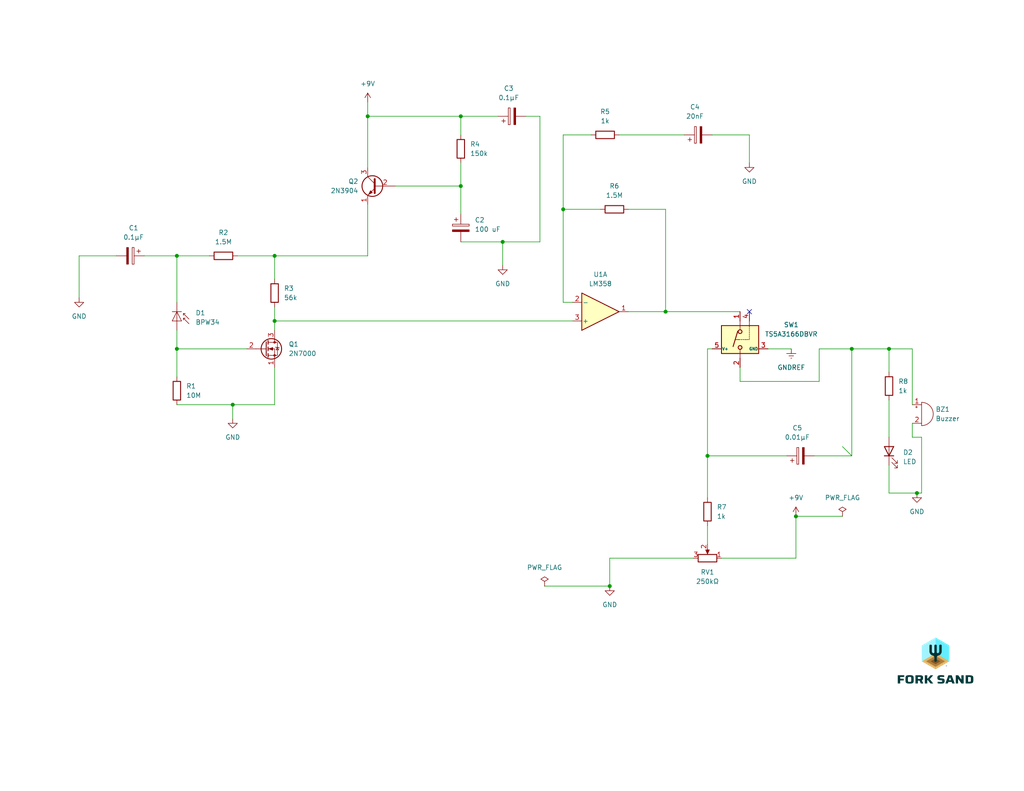
<source format=kicad_sch>
(kicad_sch (version 20211123) (generator eeschema)

  (uuid 861f2d69-fe41-4418-b7af-dad21ccba8dd)

  (paper "USLetter")

  (title_block
    (title "gammaray2usb")
    (date "2021-12-27")
    (rev "0.3")
    (company "Fork Sand, Inc.")
  )

  


  (junction (at 48.26 69.85) (diameter 0) (color 0 0 0 0)
    (uuid 0bc9ddab-a360-4348-b3ec-ff2764a1f5b1)
  )
  (junction (at 242.57 95.25) (diameter 0) (color 0 0 0 0)
    (uuid 1b9bf43e-97f6-46a4-9926-46cd2c293c29)
  )
  (junction (at 153.67 57.15) (diameter 0) (color 0 0 0 0)
    (uuid 1e22edd0-71b2-458b-bb6f-40f7e4fe1c7a)
  )
  (junction (at 166.37 160.02) (diameter 0) (color 0 0 0 0)
    (uuid 29283075-5103-4621-86ce-da1209607465)
  )
  (junction (at 48.26 95.25) (diameter 0) (color 0 0 0 0)
    (uuid 2a4b6fc5-71b0-4bcf-8d96-4b85719ca6c3)
  )
  (junction (at 125.73 31.75) (diameter 0) (color 0 0 0 0)
    (uuid 430ddd3d-3fa9-4bf0-8075-55f6a0017a33)
  )
  (junction (at 74.93 87.63) (diameter 0) (color 0 0 0 0)
    (uuid 4b4f1e32-3169-4d85-8bdf-fdf881bc6b10)
  )
  (junction (at 125.73 50.8) (diameter 0) (color 0 0 0 0)
    (uuid 5cf43895-6dba-4ed0-bcfe-073409525be1)
  )
  (junction (at 232.41 95.25) (diameter 0) (color 0 0 0 0)
    (uuid 6b13851e-db7a-4f9e-8c2d-322db467deb7)
  )
  (junction (at 181.61 85.09) (diameter 0) (color 0 0 0 0)
    (uuid 6b98ff3b-668f-4246-94b3-521f0c8d555a)
  )
  (junction (at 193.04 124.46) (diameter 0) (color 0 0 0 0)
    (uuid 9fbd4caf-e3b0-4466-ab3a-e81016f502ae)
  )
  (junction (at 217.17 140.97) (diameter 0) (color 0 0 0 0)
    (uuid a2276cf0-b5f2-42a7-8924-7a2263715091)
  )
  (junction (at 100.33 31.75) (diameter 0) (color 0 0 0 0)
    (uuid a9f635d2-aa06-4e9e-9d14-9c8b7321f20f)
  )
  (junction (at 74.93 69.85) (diameter 0) (color 0 0 0 0)
    (uuid ba389667-cb7b-4f01-8223-77cf99e2bc5d)
  )
  (junction (at 137.16 66.04) (diameter 0) (color 0 0 0 0)
    (uuid c7c57f9b-871a-4100-9a6a-8d43d3efc6ce)
  )
  (junction (at 63.5 110.49) (diameter 0) (color 0 0 0 0)
    (uuid ecd0c1ef-c372-4991-afa4-f46f61b65db5)
  )
  (junction (at 250.19 134.62) (diameter 0) (color 0 0 0 0)
    (uuid f97dccdf-aaa1-49b6-8b98-cbc41310a463)
  )

  (no_connect (at 204.47 85.09) (uuid 063ecfe4-d77a-4c57-b627-ba1d02bf91e7))

  (bus_entry (at 229.87 121.92) (size 2.54 2.54)
    (stroke (width 0) (type default) (color 0 0 0 0))
    (uuid fe890506-bfc9-406a-9257-7c813c0c14ef)
  )

  (wire (pts (xy 137.16 66.04) (xy 137.16 72.39))
    (stroke (width 0) (type default) (color 0 0 0 0))
    (uuid 027f01d2-824a-48ec-8dad-01946f65eee2)
  )
  (wire (pts (xy 181.61 85.09) (xy 201.93 85.09))
    (stroke (width 0) (type default) (color 0 0 0 0))
    (uuid 056e377b-c70a-4fa8-8b51-f025ea8fd601)
  )
  (wire (pts (xy 156.21 82.55) (xy 153.67 82.55))
    (stroke (width 0) (type default) (color 0 0 0 0))
    (uuid 05de424c-a29e-4b2b-b1ee-3b1707c5240d)
  )
  (wire (pts (xy 48.26 69.85) (xy 48.26 82.55))
    (stroke (width 0) (type default) (color 0 0 0 0))
    (uuid 05e762ce-b5fe-4577-9be7-b1760c4da2a9)
  )
  (wire (pts (xy 100.33 55.88) (xy 100.33 69.85))
    (stroke (width 0) (type default) (color 0 0 0 0))
    (uuid 0714a571-5854-4033-988e-a6b652790c03)
  )
  (wire (pts (xy 48.26 69.85) (xy 57.15 69.85))
    (stroke (width 0) (type default) (color 0 0 0 0))
    (uuid 0b1db9a5-f6e6-4f9c-8e85-b3f89676ec11)
  )
  (wire (pts (xy 143.51 31.75) (xy 147.32 31.75))
    (stroke (width 0) (type default) (color 0 0 0 0))
    (uuid 12010de5-ebdb-431b-83bf-f23d53fd8286)
  )
  (wire (pts (xy 153.67 36.83) (xy 161.29 36.83))
    (stroke (width 0) (type default) (color 0 0 0 0))
    (uuid 1afd9b9b-0bd8-447c-a573-902508ffebae)
  )
  (wire (pts (xy 166.37 152.4) (xy 166.37 160.02))
    (stroke (width 0) (type default) (color 0 0 0 0))
    (uuid 1b4eab16-e843-4ed4-aaa6-213adb94b57e)
  )
  (wire (pts (xy 217.17 140.97) (xy 229.87 140.97))
    (stroke (width 0) (type default) (color 0 0 0 0))
    (uuid 1ced04b0-cc8e-4d5c-a428-d5393ae0773a)
  )
  (wire (pts (xy 100.33 69.85) (xy 74.93 69.85))
    (stroke (width 0) (type default) (color 0 0 0 0))
    (uuid 2079fe13-7a82-4106-95c0-0d0a5ab835a7)
  )
  (wire (pts (xy 204.47 36.83) (xy 204.47 44.45))
    (stroke (width 0) (type default) (color 0 0 0 0))
    (uuid 2b4d1772-b039-4ac7-8929-fac446d04229)
  )
  (wire (pts (xy 193.04 124.46) (xy 193.04 95.25))
    (stroke (width 0) (type default) (color 0 0 0 0))
    (uuid 2f83ed68-f4cf-4356-b8b2-4c6a4e990e87)
  )
  (wire (pts (xy 242.57 134.62) (xy 250.19 134.62))
    (stroke (width 0) (type default) (color 0 0 0 0))
    (uuid 30456d00-8d11-434e-8b7e-acf5db54280d)
  )
  (wire (pts (xy 222.25 124.46) (xy 232.41 124.46))
    (stroke (width 0) (type default) (color 0 0 0 0))
    (uuid 3764ee8a-fef0-4e36-8a29-5a6bc2219016)
  )
  (wire (pts (xy 193.04 124.46) (xy 193.04 135.89))
    (stroke (width 0) (type default) (color 0 0 0 0))
    (uuid 377c3330-fcde-4dc6-a5e2-7a69a42f7db9)
  )
  (wire (pts (xy 148.59 160.02) (xy 166.37 160.02))
    (stroke (width 0) (type default) (color 0 0 0 0))
    (uuid 379c17a3-1f6e-486c-aef1-941eca0997b9)
  )
  (wire (pts (xy 242.57 95.25) (xy 232.41 95.25))
    (stroke (width 0) (type default) (color 0 0 0 0))
    (uuid 3e6c70ac-53cb-4ee0-b002-686053f8975d)
  )
  (wire (pts (xy 166.37 152.4) (xy 189.23 152.4))
    (stroke (width 0) (type default) (color 0 0 0 0))
    (uuid 457d6d31-0e7a-4a0d-be86-7094147194a9)
  )
  (wire (pts (xy 223.52 104.14) (xy 223.52 95.25))
    (stroke (width 0) (type default) (color 0 0 0 0))
    (uuid 482a703e-a052-4aa0-a8f5-cb36f561f9b4)
  )
  (wire (pts (xy 48.26 95.25) (xy 48.26 102.87))
    (stroke (width 0) (type default) (color 0 0 0 0))
    (uuid 4aee53dd-dbe7-43a1-873e-57c5c265d300)
  )
  (wire (pts (xy 125.73 31.75) (xy 125.73 36.83))
    (stroke (width 0) (type default) (color 0 0 0 0))
    (uuid 4fe5ddb6-e58c-423d-888d-2179d8635c83)
  )
  (wire (pts (xy 193.04 95.25) (xy 194.31 95.25))
    (stroke (width 0) (type default) (color 0 0 0 0))
    (uuid 5590c7a7-ec94-47dc-b7e4-4cc72c958781)
  )
  (wire (pts (xy 74.93 83.82) (xy 74.93 87.63))
    (stroke (width 0) (type default) (color 0 0 0 0))
    (uuid 55be0233-b1c9-434f-8339-b4d1f52c00a1)
  )
  (wire (pts (xy 39.37 69.85) (xy 48.26 69.85))
    (stroke (width 0) (type default) (color 0 0 0 0))
    (uuid 5745a909-7716-4861-a7b2-82f2c460d3f5)
  )
  (wire (pts (xy 137.16 66.04) (xy 147.32 66.04))
    (stroke (width 0) (type default) (color 0 0 0 0))
    (uuid 57889529-cacf-4948-9415-276b36300fc7)
  )
  (wire (pts (xy 147.32 31.75) (xy 147.32 66.04))
    (stroke (width 0) (type default) (color 0 0 0 0))
    (uuid 57fbb7cf-709b-4cfb-9a46-6b26ac1040ed)
  )
  (wire (pts (xy 248.92 115.57) (xy 248.92 119.38))
    (stroke (width 0) (type default) (color 0 0 0 0))
    (uuid 5b991f8b-3d4d-4110-a3de-53374124f784)
  )
  (wire (pts (xy 196.85 152.4) (xy 217.17 152.4))
    (stroke (width 0) (type default) (color 0 0 0 0))
    (uuid 5cdba82f-c5c8-4631-9e7d-5eb659550ac5)
  )
  (wire (pts (xy 107.95 50.8) (xy 125.73 50.8))
    (stroke (width 0) (type default) (color 0 0 0 0))
    (uuid 5d18c12e-e912-48d1-8ed6-bc141bc202cc)
  )
  (wire (pts (xy 100.33 27.94) (xy 100.33 31.75))
    (stroke (width 0) (type default) (color 0 0 0 0))
    (uuid 6316f6c2-2951-47a9-b2cb-4fa6721c3d5e)
  )
  (wire (pts (xy 74.93 87.63) (xy 74.93 90.17))
    (stroke (width 0) (type default) (color 0 0 0 0))
    (uuid 64b5255a-ca27-4a59-956a-dd13d31495cb)
  )
  (wire (pts (xy 242.57 127) (xy 242.57 134.62))
    (stroke (width 0) (type default) (color 0 0 0 0))
    (uuid 67bea634-ee9d-4488-82fc-31242a835ed3)
  )
  (wire (pts (xy 125.73 50.8) (xy 125.73 58.42))
    (stroke (width 0) (type default) (color 0 0 0 0))
    (uuid 67c939de-54ee-44d5-a51a-0dd961f143e9)
  )
  (wire (pts (xy 168.91 36.83) (xy 186.69 36.83))
    (stroke (width 0) (type default) (color 0 0 0 0))
    (uuid 695fd45d-2642-4a07-b11f-27bf6953be04)
  )
  (wire (pts (xy 201.93 104.14) (xy 223.52 104.14))
    (stroke (width 0) (type default) (color 0 0 0 0))
    (uuid 6ae21a78-5edc-4db4-9ed4-00f2043d7418)
  )
  (wire (pts (xy 248.92 119.38) (xy 251.46 119.38))
    (stroke (width 0) (type default) (color 0 0 0 0))
    (uuid 6c57581e-8826-4738-9cbf-c8d3299ec595)
  )
  (wire (pts (xy 64.77 69.85) (xy 74.93 69.85))
    (stroke (width 0) (type default) (color 0 0 0 0))
    (uuid 6fdccdf4-aa41-4c2d-a9b7-c57664e009ff)
  )
  (wire (pts (xy 125.73 31.75) (xy 135.89 31.75))
    (stroke (width 0) (type default) (color 0 0 0 0))
    (uuid 739b7503-e5c9-4467-a6f1-78ce0f2fb5b2)
  )
  (wire (pts (xy 181.61 57.15) (xy 181.61 85.09))
    (stroke (width 0) (type default) (color 0 0 0 0))
    (uuid 775ea259-8a85-43d7-b727-efecbafe21ad)
  )
  (wire (pts (xy 242.57 95.25) (xy 242.57 101.6))
    (stroke (width 0) (type default) (color 0 0 0 0))
    (uuid 7777f74f-95d2-47c2-83a8-9ef71f38e9b3)
  )
  (wire (pts (xy 217.17 140.97) (xy 217.17 152.4))
    (stroke (width 0) (type default) (color 0 0 0 0))
    (uuid 79613658-9098-4815-97bb-805acad954ce)
  )
  (wire (pts (xy 74.93 87.63) (xy 156.21 87.63))
    (stroke (width 0) (type default) (color 0 0 0 0))
    (uuid 7b439095-20cf-4bf0-bda6-1d1cbba12775)
  )
  (wire (pts (xy 171.45 85.09) (xy 181.61 85.09))
    (stroke (width 0) (type default) (color 0 0 0 0))
    (uuid 7b613d7b-dd4d-4126-9ca2-60d81412edbd)
  )
  (wire (pts (xy 125.73 66.04) (xy 137.16 66.04))
    (stroke (width 0) (type default) (color 0 0 0 0))
    (uuid 7fefefd3-5bc3-4096-a07f-09c127329dcb)
  )
  (wire (pts (xy 153.67 57.15) (xy 163.83 57.15))
    (stroke (width 0) (type default) (color 0 0 0 0))
    (uuid 87b958da-d200-4388-b9ae-8cb44679a0d0)
  )
  (wire (pts (xy 193.04 143.51) (xy 193.04 148.59))
    (stroke (width 0) (type default) (color 0 0 0 0))
    (uuid 882d1346-2070-4e47-b662-798c64e0d877)
  )
  (wire (pts (xy 21.59 81.28) (xy 21.59 69.85))
    (stroke (width 0) (type default) (color 0 0 0 0))
    (uuid 8b874d1d-36b3-4c02-90ee-2102e6e34078)
  )
  (wire (pts (xy 171.45 57.15) (xy 181.61 57.15))
    (stroke (width 0) (type default) (color 0 0 0 0))
    (uuid 8e02fecc-0880-47c8-82c0-d82d27fd30de)
  )
  (wire (pts (xy 223.52 95.25) (xy 232.41 95.25))
    (stroke (width 0) (type default) (color 0 0 0 0))
    (uuid 8eb3498b-25c1-488e-9e51-09ed45929e07)
  )
  (wire (pts (xy 248.92 110.49) (xy 248.92 95.25))
    (stroke (width 0) (type default) (color 0 0 0 0))
    (uuid 9680ed2c-086a-4c5c-ab5f-c9ad3ec3de20)
  )
  (wire (pts (xy 63.5 110.49) (xy 74.93 110.49))
    (stroke (width 0) (type default) (color 0 0 0 0))
    (uuid 9a10910f-fb9e-408c-9a9a-25feb7460e75)
  )
  (wire (pts (xy 74.93 100.33) (xy 74.93 110.49))
    (stroke (width 0) (type default) (color 0 0 0 0))
    (uuid a5e38210-4db2-4a61-8651-1975dc6dfad0)
  )
  (wire (pts (xy 242.57 109.22) (xy 242.57 119.38))
    (stroke (width 0) (type default) (color 0 0 0 0))
    (uuid a92a3d4d-1f9c-41fb-a0b0-e7b7a4a5b0f5)
  )
  (wire (pts (xy 21.59 69.85) (xy 31.75 69.85))
    (stroke (width 0) (type default) (color 0 0 0 0))
    (uuid b95a9375-98e5-4d39-9527-0858a9b8044f)
  )
  (wire (pts (xy 153.67 57.15) (xy 153.67 36.83))
    (stroke (width 0) (type default) (color 0 0 0 0))
    (uuid b9ee212e-9b99-484c-b87b-4dd323941e1a)
  )
  (wire (pts (xy 209.55 95.25) (xy 215.9 95.25))
    (stroke (width 0) (type default) (color 0 0 0 0))
    (uuid be0dd88d-94c3-44a6-838a-0c984279a98a)
  )
  (wire (pts (xy 153.67 82.55) (xy 153.67 57.15))
    (stroke (width 0) (type default) (color 0 0 0 0))
    (uuid bff40844-d919-4ae6-983d-924cc5aae826)
  )
  (wire (pts (xy 193.04 124.46) (xy 214.63 124.46))
    (stroke (width 0) (type default) (color 0 0 0 0))
    (uuid c16fbca6-d6ec-4c58-8555-e219cfc90001)
  )
  (wire (pts (xy 251.46 119.38) (xy 251.46 134.62))
    (stroke (width 0) (type default) (color 0 0 0 0))
    (uuid c6d5cd6c-4a44-47ba-b31b-dd7718d21b05)
  )
  (wire (pts (xy 242.57 95.25) (xy 248.92 95.25))
    (stroke (width 0) (type default) (color 0 0 0 0))
    (uuid cb1601df-b8b0-4975-91b4-7b250ec6bac2)
  )
  (wire (pts (xy 74.93 69.85) (xy 74.93 76.2))
    (stroke (width 0) (type default) (color 0 0 0 0))
    (uuid d1591f6d-486b-4987-b452-7a1cad868982)
  )
  (wire (pts (xy 63.5 110.49) (xy 63.5 114.3))
    (stroke (width 0) (type default) (color 0 0 0 0))
    (uuid db3c1f36-a7a5-4800-8651-92bbac0e0374)
  )
  (wire (pts (xy 48.26 90.17) (xy 48.26 95.25))
    (stroke (width 0) (type default) (color 0 0 0 0))
    (uuid ddb81492-b685-4381-8c55-883274c096c2)
  )
  (wire (pts (xy 201.93 100.33) (xy 201.93 104.14))
    (stroke (width 0) (type default) (color 0 0 0 0))
    (uuid dfdbdff5-ce69-45b7-9ed0-94ebb31bb947)
  )
  (wire (pts (xy 194.31 36.83) (xy 204.47 36.83))
    (stroke (width 0) (type default) (color 0 0 0 0))
    (uuid e317f4e9-3719-4c07-97f6-788d468ed91f)
  )
  (wire (pts (xy 48.26 110.49) (xy 63.5 110.49))
    (stroke (width 0) (type default) (color 0 0 0 0))
    (uuid e67f64a9-87a4-42c1-9ba8-131a189d3ff7)
  )
  (wire (pts (xy 232.41 95.25) (xy 232.41 124.46))
    (stroke (width 0) (type default) (color 0 0 0 0))
    (uuid ee6b2e0a-9230-4069-ba28-0bdb7d545818)
  )
  (wire (pts (xy 100.33 31.75) (xy 125.73 31.75))
    (stroke (width 0) (type default) (color 0 0 0 0))
    (uuid ef598296-cd50-4732-a8ca-44c25316e6d4)
  )
  (wire (pts (xy 100.33 31.75) (xy 100.33 45.72))
    (stroke (width 0) (type default) (color 0 0 0 0))
    (uuid f47fb7d9-c1ba-493a-9c2d-d9022d68de72)
  )
  (wire (pts (xy 125.73 44.45) (xy 125.73 50.8))
    (stroke (width 0) (type default) (color 0 0 0 0))
    (uuid f93d1eaa-ddbe-4b48-9c7d-dcd79be5d226)
  )
  (wire (pts (xy 251.46 134.62) (xy 250.19 134.62))
    (stroke (width 0) (type default) (color 0 0 0 0))
    (uuid fbed2d4a-08cb-4e89-89f2-d6a2f16429a8)
  )
  (wire (pts (xy 48.26 95.25) (xy 67.31 95.25))
    (stroke (width 0) (type default) (color 0 0 0 0))
    (uuid fcbafed2-0ffd-4568-aec9-6f785f9a2310)
  )

  (image (at 255.27 180.34) (scale 0.1)
    (uuid 61013918-dad7-413e-b4cd-42864f4823fc)
    (data
      iVBORw0KGgoAAAANSUhEUgAACYMAAAXOCAYAAAA0LqD2AAAABHNCSVQICAgIfAhkiAAAAAlwSFlz
      AAA7xAAAO8QBTdCjlQAAIABJREFUeJzs3WuQ3Xd95/nv73+OLq2+qM9pqeXYJmA5JHh2WeMkXqjZ
      qnFmGSgb8sDeGmYrLnAqQbuPBksOxjyIwQfJkpqyBwi2kKObNY7kdSxTyc5ol8nGAULIDcLVgI0Z
      MJeAEZZafbp1sXXp3z5wnBjwRZfu/p3L6/WQUnW/bSzh//d8+HcKAAAAAOhR9+a89KmZ2H5sNt78
      w9n40FQjPrwvpROluwAAAABgPlSlAwAAAABgPmw+nN/9zJE4vKqKt9cixnOOieWT8dU1k/ktpdsA
      AAAAYD6k0gEAAAAAMJc2Hs7/dqge942muPi5/+z7pyK+d/qnftnDkePGHSvSowseCAAAAADzxBgM
      AAAAgJ7Qmsnjw6fjwWYtrqp+5ur1AmOwiIiTEbH1eMT79o6l6YWpBAAAAID5YwwGAAAAQFdr5VwN
      zMTWsRRrFqWoXujXvMgY7DkHU8TtU824e19KL/6rAAAAAKDDGYMBAAAA0LU2TeffHo24a7CK4Zf6
      dS8zBntWii9WEWu3NdNn5zARAAAAABaMMRgAAAAAXWf90XzFyOl4aLSK1Wdy4DqjMdhzcuzPtfiP
      Oxvpe+fTCAAAAAALzRgMAAAAgK7xoXZuzqbYM1bF1dVZ3LbOagz2rGM5x11LZuP2j42nI2cdCgAA
      AAAFVKUDAAAAAOBMTLTzhsEqDqys4pqzGYKdo2UpxXtP1OLRNQfzDZGz/1MlAAAAAB3PEQsAAACA
      jraxnd+6vIrdwylWnOvXOIc3g/20HH+ZarFueyN9+Ty+CgAAAADMK2MwAAAAADrShql86VAVH29U
      cfn5HrHOewz2rNmUYm8+Ge/ZsSodOO+vBgAAAABzzBgMAAAAgI7SynnZspn4w2YV1y+KqObia87R
      GOw5UynFxNJGfOSulJ6Zs68KAAAAAOfJGAwAAACAjjExlW8ZrcX6gRRL5vLrzvEYLCIicsS3qhS/
      t72Z9s/tVwYAAACAc2MMBgAAAEBxGw/lNw0tjl2jKS6ej68/H2Ow53k4RazbPpa+Pm/fAQAAAADO
      gDEYAAAAAMV85EBedXpJ/PFYLa5K83ipmucxWETEyYjYeqqK23Y30tS8ficAAAAAeBHGYAAAAAAs
      uFbO9YGZ2NJMsWZximq+v98CjMGeM5ki1k814+59KS3MdwQAAACAf2IMBgAAAMCC2jydf3d5xB8M
      VjG0UN9zAcdgz/lyrmLtzkb6zIJ+VwAAAAD6mjEYAAAAAAticztfOZDigdEqVi/0UarAGOxZOfZH
      PW7cMZqeKPDdAQAAAOgzxmAAAAAAzKvWdF4xFHFfsxZX13KZe1SxMdizjuccH805Nu5amWaKVQAA
      AADQ86rSAQAAAAD0rol23nBhiidXVnFNqSFYBxhIKd5bVfHYmoP5hsi5X/8+AAAAADDPHJ4AAAAA
      mHMT7Xz9cBVbh1KMlG6JKP5msJ/1+dmItbvG0t+WDgEAAACgtxiDAQAAADBnNj2df3ngRDzYqOLy
      Tjo8ddgYLCIipxR7Tp6KW3aPpx+XjgEAAACgN3TSTQ4AAACALtXKedlgO/aM1ePaWgfenDpwDPac
      oxFx56npmNh9SXq6dAwAAAAA3a0qHQAAAABAd5uYyrf8wtGYHK/HdZ04BOtwgxFxW304vvbOQ/lt
      pWMAAAAA6G6OcwAAAACck82H8tVDi+K+kSpWlm55OR38ZrCf9clIcdOOZvpq6RAAAAAAuo8xGAAA
      AABn5Y6pfEmtivsbKd5Qdcl1qYvGYBERpyJi1+nFceu9w+mp0jEAAAAAdI8uOdcBAAAAUFor5/rA
      TGxZUcWaekRVuudsdNkY7DmHU8QHLmrGllZKp0rHAAAAAND5jMEAAAAAeFmb2/mmRhWbBlIsLd1y
      Lrp0DPacb6YUN21vpk+UDgEAAACgsxmDAQAAAPCi1rfz60dS3N+oYnXplvPR5WOwZ+XYX9Vj3bbR
      9O3SKQAAAAB0JmMwAAAAAH5OayaPD5+OB5u1uKrqgQtST4zBnnUyIrYej3jf3rE0XToGAAAAgM7S
      A6c8AAAAAOZKK+dq6XTcOVbFjYtT1Er3zJUeGoM958lI0Wo3Yue+lHrrrwwAAACAc2YMBgAAAEBE
      RGyazr89GnHXYBXDpVvmWg+OwZ6V4gtVxLptzfTZ0ikAAAAAlGcMBgAAANDn1h/NV4ycjr2NKi4r
      3TJfenYM9qycIh6areI9Oxvpe6VjAAAAACjHGAwAAACgT7VyHhpsx30r6nFt1eN3oh4fgz3nWETc
      MXwsPvjhV6TjpWMAAAAAWHhV6QAAAAAAFt5EO2/4hSNxeLwe1/X6EKyPLIuI22aWxeNrDuYbImf/
      vQIAAAD0GQchAAAAgD6ysZ3furyK3cMpVpRuWUh98mawn5bjL1Mt1m1vpC+XTgEAAABgYRiDAQAA
      APSBDVP50qEqPt6o4vJ+PAj15RjsWbMpxd58Mt6zY1U6UDoGAAAAgPnVj7c/AAAAgL7RynnZspn4
      w2YV1y+KqEr3lNLHY7DnTKUUE0sb8ZG7UnqmdAwAAAAA88MYDAAAAKBHTUzlW0br8YGBiKWlW0oz
      Bvtnj6cU797eTPtLhwAAAAAw94zBAAAAAHrMxkP5TUOLY9doiotLt3QKY7Cf83CKWLd9LH29dAgA
      AAAAc8cYDAAAAKBHfORAXnV6SfzxWC2uSq4+P8UY7AWdjIitVYr3b2umdukYAAAAAM6fsyAAAABA
      l2vlXB+YiS3NFGsWp6hK93QiY7CXdChFbJhqxt37UvJ3CQAAAKCLGYMBAAAAdLHN0/l3l0f8wWAV
      Q6VbOpkx2BnI8aVci3U7G+kzpVMAAAAAODfGYAAAAABdaHM7XzmQ4oHRKlY78Lw8Y7CzkGN/1OPG
      HaPpidIpAAAAAJwdt0IAAACALtKaziuGIu5r1uLqWnbbOVPGYGfteM7x0Zxj466VaaZ0DAAAAABn
      piodAAAAAMCZmWjnDRemeHJlFdcYgjHPBlKK91ZVPLrmYL4hcvbPGwAAAEAXcMQBAAAA6HAT7Xz9
      cBUfG0qxvHRLt/JmsPP2+dmItbvG0t+WDgEAAADgxRmDAQAAAHSoW9v51WMp9jWquNwR5/wYg82J
      nFLsOXkqbtk9nn5cOgYAAACAn+eOCAAAANBhWjkvG2zHnhX1uLZyv5kTxmBz6mhE3HlqOiZ2X5Ke
      Lh0DAAAAwL+oSgcAAAAA8C8mpvItFxyNyfF6XGcIRocajIjb6svjkXceym8rHQMAAADAv3BQBAAA
      AOgAmw/lq4cWxX0jVaws3dKLvBlsXn2ySrFuWzM9UjoEAAAAoN8ZgwEAAAAUdMdUvqRWxf2NFG+o
      XGrmjTHYvDsVEbtOL45b7x1OT5WOAQAAAOhXTowAAAAABbRyrg/MxJaxKtYsiqhK9/Q6Y7AFczhF
      fOCiZmxppXSqdAwAAABAvzEGAwAAAFhgm9v5pkYVmwZSLC3d0i+MwRbcYynF721vpk+UDgEAAADo
      J8ZgAAAAAAtkfTu/fiTF/Y0qVpdu6TfGYIXk2F/VY9220fTt0ikAAAAA/cAYDAAAAGCetWby+PDp
      eLBZi6sq15gijMGKOhkRW49HvG/vWJouHQMAAADQy5wfAQAAAOZJK+dq6XTc2azFu5ZE1Ev39DNj
      sI7wZKRoXdyIHa2UZkvHAAAAAPQiYzAAAACAebCpnd8xmmLLYBXDpVswBusoKb6QI9bubKa/Lp0C
      AAAA0GuMwQAAAADm0Pqj+YqR07G3UcVlpVv4F8ZgHSeniIdmq3jPzkb6XukYAAAAgF5hDAYAAAAw
      B1o5Dw22474V9bi2cnPpOMZgHetYRNxxajomdl+Sni4dAwAAANDtqtIBAAAAAN1uop03XHQkJsfr
      cZ0hGJyVZRFxW30kvrXmYL4hcvb7BwAAAOA8OK4AAAAAnKON7fzW5VXsHk6xonQLL82bwbpEik/P
      pli3q5G+UjoFAAAAoBsZgwEAAACcpQ1T+dKhKj7eqOJyx5XuYAzWVWZTir21E3HzPRekn5SOAQAA
      AOgm7pUAAAAAZ+jenJc+NRPbm1VcvyiiKt3DmTMG60pTKcXEVCM+vC+lE6VjAAAAALqBoyUAAADA
      Gdg0nW9+5mgcXlXF2w3BYEGM5hwTyyfjkf9jMv9m6RgAAACAbuDNYAAAAAAvYeOh/KahxbFrNMXF
      pVs4d94M1hMeThHrto+lr5cOAQAAAOhUxmAAAAAAL+AjB/Kq00vij8dqcVVyQel6xmA942REbK1S
      vH9bM7VLxwAAAAB0GqdMAAAAgOdp5VwfmIktzRRrFic/DrJXGIP1nEMpYsNUM+7el5L/ZgEAAAD+
      iTEYAAAAwD/ZdDj/zmgtPjpYxVDpFuaWMViPyvGlXIt1OxvpM6VTAAAAADqBMRgAAADQ9zZP5V8b
      qOLB0SpWO5b0JmOwHpdjf9Tjxh2j6YnSKQAAAAAluW8CAAAAfas1nVcMRdzXrMXVtexO0suMwfrC
      8ZzjoznHxl0r00zpGAAAAIASqtIBAAAAACVMtPOGC1M8ubKKawzBoCcMpBTvrap4dM3BfEPk7Pc1
      AAAA0HccRAAAAIC+MtHO1w9X8bGhFMtLt7BwvBmsL31+NmLtrrH0t6VDAAAAABaKMRgAAADQF25t
      51ePpdjXqOJyB5H+YwzWt3JKsefkqbhl93j6cekYAAAAgPnm9gkAAAD0tFbOywbbsWdFPa6t3EL6
      ljFY3zsaEXcONGPzXSk9UzoGAAAAYL5UpQMAAAAA5svEVL7lgqMxOV6P6wzBoK8NRsRtxw/H1955
      KL+tdAwAAADAfHEEBQAAAHrO5kP56qFFcd9IFStLt9AZvBmMn/HJKsW6bc30SOkQAAAAgLlkDAYA
      AAD0jDum8iW1Ku5vpHhD5erB8xiD8QJORcSu04vj1nuH01OlYwAAAADmgrMoAAAA0PVaOdcHZmLL
      WBVrFkVUpXvoPMZgvITJFLH+omZsaaV0qnQMAAAAwPkwBgMAAAC62uZ2vqlRxaaBFEtLt9C5jME4
      A4/liJt2jqX/VjoEAAAA4FwZgwEAAABdaX07v34kxf2NKlaXbqHzGYNxxnLsn63H2l2j6TulUwAA
      AADOljEYAAAA0FVa03nF8Gw81KzFVZXLBmfIGIyzdCIi7jke8b69Y2m6dAwAAADAmXIyBQAAALpC
      K+dq6XTc2azFu5ZE1Ev30F2MwThHT0aK1sWN2NFKabZ0DAAAAMDLMQYDAAAAOt6mdn7HaIotg1UM
      l26hOxmDcV5SfCFHrN3ZTH9dOgUAAADgpRiDAQAAAB1r/dF8xcjp2Nuo4rLSLXQ3YzDmQE4RD6UU
      N29rpu+XjgEAAAB4IcZgAAAAQMdp5Tw02I77xupxbc39gjlgDMYcOhYRd5yajondl6SnS8cAAAAA
      PF9VOgAAAADg+SbaecNFR2JyvB7XGYIBHWhZRNxWH4nH1xzMN5SOAQAAAHg+B1UAAACgI2yYzG9p
      1OM/D1exonQLvcebwZg3KT49m2Ldrkb6SukUAAAAAGMwAAAAoKgNU/nSoSo+3qjicocK5osxGPNs
      NqXYWzsRN99zQfpJ6RgAAACgf7mxAgAAAEXcm/PSp2Zie7OK6xdFVKV76G3GYCyQqZRiYqoRH96X
      0onSMQAAAED/cWgFAAAAFtym6XzzM0fj8Koq3m4IBvSQ0ZxjYvlkPPLOyfzW0jEAAABA//FmMAAA
      AGDBbDyY3zi0JHaPpri4dAv9xZvBKOTh0xFr7x1L3ygdAgAAAPQHYzAAAABg3rVm8vjw6XhwrBZX
      JdcICjAGo6CTEbG1SvH+bc3ULh0DAAAA9DbnVwAAAGDetHKuBmZi61iKNYuSHwdJOcZgdIBDKWLD
      VDPu3peSfxoBAACAeWEMBgAAAMyLTYfz74zW4qODVQyVbgFjMDpGji9FFWt3NNNflU4BAAAAeo8x
      GAAAADCnNk/lXxuo4sHRKlY7PNApjMHoODn212vxrnsa6bulUwAAAIDe4SYLAAAAzIkPtXNzNsWe
      Zi2urmU3BzqLMRgd6njO8dEls3H7x8bTkdIxAAAAQPerSgcAAAAA3W+inTcMVXFgZRXXGIIBnLGB
      lOK9J2rx2JqD+YbI2Z+fAAAAwHlxXAAAAADO2e3t/FuNKrYOpVheugVeijeD0SU+FxFrd4ylvysd
      AgAAAHQnYzAAAADgrN3azq8eS7GvUcXljgt0A2MwukhOKfacPBW37B5PPy4dAwAAAHQX91oAAADg
      jLVyXjbYjj0r6nFt5a5AFzEGowsdjYg7B5qx+a6UnikdAwAAAHSHqnQAAAAA0B0mpvItFxyNyfF6
      XGcIBjDvBiPituOH42vvPJTfVjoGAAAA6A4OtwAAAMBL2jyV3zxcxR8NVzFeugXOlTeD0QP+IqdY
      t7OZvlY6BAAAAOhcxmAAAADAC7r9cH7lslo80EjxhsoFgS5nDEaPOBURu6pF8fvbRtLB0jEAAABA
      53HKBQAAAH5KK+f6wExsGatizaKIqnQPzAVjMHrMZIpYf1EztrRSOlU6BgAAAOgcxmAAAADAP9t0
      OK9rLIpNyyIGSrfAXDIGo0c9liNu2jmW/lvpEAAAAKAzGIMBAAAAsb6dXz+S4v5GFatLt8B8MAaj
      p+XYP1uPtbtG03dKpwAAAABlGYMBAABAH2tN5xXDs/FQsxZXVa4E9DBjMPrAiYi453jE+/aOpenS
      MQAAAEAZzrwAAADQh1o5V0un485mLd61JKJeugfmmzEYfeTJSNG6uBE7WinNlo4BAAAAFpYxGAAA
      APSZTe38jtEq7h5MMVK6BRaKMRh96B9yinU7m+mvS4cAAAAAC8cYDAAAAPrExsP5dYO1uL9RxWWl
      W2ChGYPRp3KKeCiluHlbM32/dAwAAAAw/4zBAAAAoMe1ch4abMd9Y/W4tuYWQJ8yBqPPHYuIO05N
      x8TuS9LTpWMAAACA+VOVDgAAAADmz0Q7b7joSEyO1+M6QzCAvrUsIm6rj8Tjaw7mG0rHAAAAAPPH
      ERgAAAB60IbJ/JZGPf7zcBUrSrdAJ/BmMHieFJ+eTbFuVyN9pXQKAAAAMLeMwQAAAKCHbJjKlw5V
      8fFGFZd76Id/YQwGP2c2pdhbOxE333NB+knpGAAAAGBuuAsDAABAD7g356VPzcT2ZhXXL4qoSvdA
      pzEGgxc1lVJMTDXiw/tSOlE6BgAAADg/jsMAAADQ5TZN55ufORKHV1XxdkMwAM7SaM4xsXwyHnnn
      ZH5r6RgAAADg/HgzGAAAAHSpjQfzG4eWxO7RFBeXboFO581gcMYePh2x9t6x9I3SIQAAAMDZMwYD
      AACALtOayePDp+PBsVpclTzZwxkxBoOzcjIitlYp3r+tmdqlYwAAAIAz52QMAAAAXaKVczUwE1vH
      UqxZlPw4SDgbxmBwTg6liA1Tzbh7X0p+BwEAAEAXMAYDAACALrDpcP6d0Vp8dLCKodIt0I2MweA8
      pPhiRKzb0Ux/VToFAAAAeGnGYAAAANDBNk/lXxuo4sHRKlZ7iIdzZwwGcyDH/not3nVPI323dAoA
      AADwwtyRAQAAoAN9qJ2bsyn2NGtxdS17fofzZQwGc+Z4zvHRJbNx+8fG05HSMQAAAMBPq0oHAAAA
      AD9top03DFVxYGUV1xiCAdBhBlKK956oxWNrDuYbImf/OwUAAAAdxIM6AAAAdIjb2/m3GlVsHUqx
      vHQL9BpvBoN587mIWLtjLP1d6RAAAADAGAwAAACKu7WdXz2WYl+jiss9qMP8MAaDeTWbUuzNJ+M9
      O1alA6VjAAAAoJ+5MQMAAEAhrZyXDbZjz4p6XFt5Rod5ZQwGC+JoRNw50IzNd6X0TOkYAAAA6EdV
      6QAAAADoRxNT+ZYLjsTkeD2uMwQDoEcMRsRtxybjkXceym8rHQMAAAD9yLEZAAAAFtDmqfzm4Sr+
      aLiK8dIt0E+8GQyK+IucYt3OZvpa6RAAAADoF8ZgAAAAsABuP5xfuawWDzRSvKHyNA4LzhgMijkV
      EbuqRfH720bSwdIxAAAA0OucnwEAAGAetXKuD8zElrEq1iyKqEr3QL8yBoPiJlPE+qlm3L0vJb8b
      AQAAYJ4YgwEAAMA82XQ4r2ssik3LIgZKt0C/MwaDjvFoirhp+1j6s9IhAAAA0IuMwQAAAGCObW7n
      KwdSPDBaxWoP3tAZjMGgw+TYP1uPtbtG03dKpwAAAEAvcZMGAACAOdKaziuGZ+OhZi2uqjxxQ0cx
      BoOOdCIi7pmdjVt3rUwzpWMAAACgFzhNAwAAwHlq5VwtnY47m1W8a0mKeuke4OcZg0FH+1Gk+MDF
      jdjRSmm2dAwAAAB0M2MwAAAAOA8b2/ntjSq2DKYYKd0CvDhjMOgK/5Ai1m4fS39TOgQAAAC6lTEY
      AAAAnIONh/PrBmtxf6OKy0q3AC/PGAy6Rk4RD6UUN29rpu+XjgEAAIBuYwwGAAAAZ6GV87LBduwZ
      q8e1Nc/V0DWMwaDrHI2IO09Nx8TuS9LTpWMAAACgW1SlAwAAAKBbTLTzhguPxtR4Pa4zBAOAeTUY
      EbfVR+LxNQfzDaVjAAAAoFs4XAMAAMDL2DCZ3zJaj90jVaws3QKcG28Gg+6WUnwqR6zb0UxfLd0C
      AAAAncwYDAAAAF7EHVP5knoVf9Ko4nIP0NDdjMGgJ8ymFHtrJ+Lmey5IPykdAwAAAJ3ILRsAAAB+
      xr05L31qJraPVXF9PaIq3QOcP2Mw6CmHU4oPTjXiw/tSOlE6BgAAADqJgzYAAAA8z+bD+d3PHInD
      q6p4uyEYAHSkRs4xsXwyvrpmMr+ldAwAAAB0Em8GAwAAgIjYeDC/cWhJ7B5NcXHpFmDueTMY9LSH
      T0esvXcsfaN0CAAAAJRmDAYAAEBfa83k8eHT8WCzFldVnpKhZxmDQc87GRFbqxTv39ZM7dIxAAAA
      UIozNwAAAH2plXM1MBNbx1KsWZT8OEjodcZg0DcOpYgNU824e19KftcDAADQd4zBAAAA6DubpvNv
      j0bcNVjFcOkWYGEYg0GfSfHFiFi3o5n+qnQKAAAALCRjMAAAAPrG5qn8awNVPDhaxWoPxNBfjMGg
      T+XYX6/Fu+5ppO+WTgEAAICF4PYNAABAz/tQOzdnU+wZq+LqyrMw9CVjMOhrx3KOu5bMxu0fG09H
      SscAAADAfKpKBwAAAMB8mmjnDYNVHFhZxTWGYADQl5alFO89UYtH1xzMN0TO/n0AAACAnuWhFwAA
      gJ50ezv/VqOKrUMplpduAcrzZjDgOTni71PEuh1j6e9KtwAAAMBcMwYDAACgp9zazq8eS7GvUcXl
      HnqB5xiDAT9jNqXYm0/Ge3asSgdKxwAAAMBccRcHAACgJ7RyXjbYjj0r6nGtHwcJ/CxjMOBFHImI
      /zTQjM13pfRM6RgAAAA4X1XpAAAAADhfE1P5lguOxOR4Pa4zBAMAzsJQRNx2bDIeeeeh/LbSMQAA
      AHC+HMgBAADoWpun8puHqrhvpIpVpVuAzubNYMAZ+oucYt3OZvpa6RAAAAA4F8ZgAAAAdJ3bD+dX
      LqvFA80Ub0iebIEzYAwGnIVTEbGrWhS/v20kHSwdAwAAAGfDyRwAAICu0cq5PjATW8aqWLMooird
      A3QPYzDgHEymiPVTzbh7X0r+BAEAAKArGIMBAADQFT7YzjeO1GJiWcRA6Rag+xiDAefh0RRx0/ax
      9GelQwAAAODlGIMBAADQ0Ta385UDKR4YrWK1h1jgXBmDAectx/7ZeqzdNZq+UzoFAAAAXow7OgAA
      AB2pNZ1XDM/GQ41aXFXz9AqcJ2MwYI6ciIh7Zmfj1l0r00zpGAAAAPhZzukAAAB0lFbO1dLpuLNZ
      xbuWpKiX7gF6gzEYMMd+FCk+cHEjdrRSmi0dAwAAAM8xBgMAAKBjbGzntzeq2DKYYqR0C9BbjMGA
      efIPKWLt9rH0N6VDAAAAIMIYDAAAgA6w8XB+3WAt7m9UcVnpFqA3GYMB8yiniIdSipu3NdP3S8cA
      AADQ34zBAAAAKKaV87LBduwZq8e1Nc+owDwyBgMWwNGIuPPUdEzsviQ9XToGAACA/lSVDgAAAKA/
      TbTzhguPxtR4Pa4zBAMAesBgRNxWH4nH1xzMN5SOAQAAoD85tgMAALCgNkzmt4zWY/dIFStLtwD9
      w5vBgIWWUnwqR6zb0UxfLd0CAABA/zAGAwAAYEHcMZUvqVfxJ40qLvcwCiw0YzCgkNmUYu+pRfHu
      e4fTU6VjAAAA6H3u7wAAAMyre3Ne+tRMbB+r4vp6RFW6B+hPxmBAYYdTig9ONeLD+1I6UToGAACA
      3uUIDwAAwLzZfDi/+5kjcXhVFW83BAMA+lgj55hYPhlfXTOZ31I6BgAAgN7lzWAAAADMuY0H8xuH
      lsTu0RQXl24BiPBmMKDjPBw5btyxIj1aOgQAAIDeYgwGAADAnGnN5PHh0/FgsxZXVZ44gQ5iDAZ0
      oJMRsfV4xPv2jqXp0jEAAAD0Bqd5AAAAzlsr52pgJraOpVizKPlxkEDnMQYDOtjBFHH7VDPu3peS
      P6kAAAA4L8ZgAAAAnJdN0/m3RyPuGqxiuHQLwIsxBgM6XoovVhFrtzXTZ0unAAAA0L2MwQAAADgn
      64/mK0ZOx0OjVaz2cAl0OmMwoGvk2J9r8R93NtL3SqcAAADQfdzrAQAAOCsfaufmbIo9Y1VcXXmu
      BLqEMRjQZY7lHHctmY3bPzaejpSOAQAAoHtUpQMAAADoHhPtvGGwigMrq7jGEAwAYN4sSynee6IW
      j645mG+InP17FwAAAGfEAyQAAAAv6/aZ/L83Iv5wKMXy0i0A58KbwYBuliP+vpZj7bYV6e9LtwAA
      ANDZjMEAAAB4URum8qVDVXy8UcXlHiCBbmYMBvSA2ZRibz4Z79mxKh0oHQMAAEBncssHAADg57Ry
      XjbYjj1j9bi25tkR6AHGYEAPORIR/2mgGZvvSumZ0jEAAAB0lqp0AAAAAJ1lYirfcsGRmByvx3WG
      YAAAHWfCH0RsAAAgAElEQVQoIm47NhmPvPNQflvpGAAAADqLoz4AAAAREbHxUH7TyKL4o5EqVpVu
      AZhr3gwG9LCHU8S67WPp66VDAAAAKM8YDAAAoM/dfji/clktHmimeEPylAj0KGMwoMedjIh7q0Xx
      +9tG0sHSMQAAAJTjzA8AANCnWjnXB2ZiSzPFmsUpqtI9APPJGAzoE5MpYv1UM+7el5I/9QAAAPqQ
      MRgAAEAf+mA73zhSxcSyFAOlWwAWgjEY0GceTRE3bR9Lf1Y6BAAAgIVlDAYAANBHNrfzlQMpHhit
      YrUHQqCfGIMBfSnH/qjHjTtG0xOlUwAAAFgYbv8AAAB9oDWdVwzPxkONWlxV8yQI9CFjMKCPnYiI
      e2Zn49ZdK9NM6RgAAADml48AAAAAelgr52rpdNzZrOJdS1LUS/cAlGIMBhA/ihQfuLgRO1opzZaO
      AQAAYH4YgwEAAPSoiXa+friKrUMpRkq3AJRmDAbwzz4/G7F211j629IhAAAAzD1jMAAAgB6z8XB+
      3WAt7h+t4jIPfQDPMgYD+Ck5RTx0KuLd946lH5SOAQAAYO74XAAAAKBHtHJeNtiOPWP1uLbmeQ/g
      pxiDAbygoxFx56npmNh9SXq6dAwAAADnryodAAAAwPmbaOcNFx6NqfF6XGcIBgDAGRqMiNvqI/HN
      NQfzDaVjAAAAOH8+IAAAAOhimw/lq4cWxX0jVaws3QLQybwZDOCMfDJS3LSjmb5aOgQAAIBzYwwG
      AADQhe6YypfUq/iTRhWXe7ADeHnGYABnbDal2HtqUbz73uH0VOkYAAAAzo7PDAAAALpIK+f6wExs
      WVHFmnpEVboHoFsYgwGctcMp4gMXNWNLK6VTpWMAAAA4M8ZgAAAAXWLz4fzuRj1uH0ixtHQLQLcx
      BgM4Z9+MFL+3o5n+39IhAAAAvDxjMAAAgA73wWP5DUtOxd5GFatLtwB0K2MwgPOUY39Vj3XbRtO3
      S6cAAADw4ozBAAAAOlRrJo8Pn44Hm7W4qvL0BnBejMEA5sTJiNh6POJ9e8fSdOkYAAAAfp6PEwAA
      ADpMK+dq6XTcOVbFjYtT1Er3APQCYzCAOfVkpGi1G7FzX0r+dAUAAOggxmAAAAAdZNN0/u3RiLsG
      qxgu3QLQS4zBAOZBii9WEWu3NdNnS6cAAADwLGMwAACADrD+aL5i5HTsbVRxWekWgF5kDAYwb3KK
      eGi2ivfsbKTvlY4BAADod8ZgAAAABbVyHhpsx30r6nFt5RkNYN4YgwHMu2MRccfwsfjgh1+RjpeO
      AQAA6FdV6QAAAIB+NdHOG37hSBwer8d1hmAAAHS5ZRFx28yyeHzNwXxD5OzfbwEAAArwMAYAALDA
      NrbzW5dXsXs4xYrSLQD9wpvBABZYjr9MtVi3vZG+XDoFAACgnxiDAQAALJANU/nSoSo+3qjicg9j
      AAvLGAygiNmUYm8+Ge/ZsSodKB0DAADQD3z+AAAAMM9aOS9bNhN/2Kzi+kURVekegH5kDAZQ1FRK
      MbG0ER+5K6VnSscAAAD0MmMwAACAeTQxlW8ZrcX6gRRLSrcA9DNjMIDycsS3qhS/t72Z9pduAQAA
      6FXGYAAAAPNg46H8pqHFsWs0xcWlWwAwBgPoMA+niHXbx9LXS4cAAAD0GmMwAACAOfSRA3nV6SXx
      x2O1uCp54gLoGMZgAB3nZERsPVXFbbsbaap0DAAAQK/w0QQAAMAcaOVcH5iJLc0UaxanqEr3APDT
      jMEAOtZkilg/1Yy796XkT2oAAIDzZAwGAABwnjZP599dHvEHg1UMlW4B4IUZgwF0vC/nKtbubKTP
      lA4BAADoZsZgAAAA52hzO185kOKB0SpWe7gC6GzGYABdIsf+qMeNO0bTE6VTAAAAupHPKwAAAM5S
      azqvGIq4r1mLq2vZcxVANzAGA+gqx3OOj+YcG3etTDOlYwAAALpJVToAAACgm0y084YLUzy5sopr
      DMEAAGBeDKQU762qeGzNwXxD5OzfuwEAAM6QBygAAIAzMNHO1w9XsXUoxUjpFgDOnjeDAXS1z89G
      rN01lv62dAgAAECnMwYDAAB4CZuezr88cCIebFRxuQcogO5lDAbQ9XJKsefkqbhl93j6cekYAACA
      TuWzDAAAgBfQynnZYDv2jNXj2ppnJ4CuZwwG0DOORsSdp6ZjYvcl6enSMQAAAJ2mKh0AAADQaSam
      8i2/cDQmx+txnSEYAAB0lMGIuK2+PB5556H8ttIxAAAAncaHGgAAAP9k86F89dCiuG+kipWlWwCY
      W94MBtCzPlmlWLetmR4pHQIAANAJjMEAAIC+d8dUvqRWxf2NFG+oPCUB9CRjMICedioidp1eHLfe
      O5yeKh0DAABQko85AACAvtXKuT4wE1tWVLGmHlGV7gFg/hiDAfSFwyniAxc1Y0srpVOlYwAAAEow
      BgMAAPrS5na+qVHFpoEUS0u3ADD/jMEA+spjKcXvbW+mT5QOAQAAWGjGYAAAQF9Z386vH0lxf6OK
      1aVbAFg4xmAAfSjH/qoe67aNpm+XTgEAAFgoxmAAAEBfaM3k8eHT8WCzFldVnoQA+o4xGEDfOhkR
      W49HvG/vWJouHQMAADDffAQCAAD0tFbO1dLpuLNZi3ctiaiX7gGgDGMwgL73ZKRoXdyIHa2UZkvH
      AAAAzBdjMAAAoGdtaud3jKbYMljFcOkWAMoyBgMgIiJSfKGKWLetmT5bOgUAAGA+GIMBAAA9Z/3R
      fMXI6djbqOKy0i0AdAZjMACeJ6eIh2areM/ORvpe6RgAAIC5ZAwGAAD0jFbOQ4PtuG9FPa6tPO8A
      8DzGYAC8gGMRccfwsfjgh1+RjpeOAQAAmAtV6QAAAIC5MNHOGy46EpPj9bjOEAwAADgDyyLitpll
      8fiag/mGyNlzBAAA0PU82AAAAF1tYzu/dXkVu4dTrCjdAkDn8mYwAF5Wjr+crcXaXY30ldIpAAAA
      58oYDAAA6EobpvKlQ1V8vFHF5R5sAHg5xmAAnKHZlGJv7UTcfM8F6SelYwAAAM6Wz0wAAICucm/O
      S5+aie3NKq5fFFGV7gGgOxiDAXCWplKKiaWN+MhdKT1TOgYAAOBMGYMBAABdY9N0vrlZxYaBiKWl
      W4AXdurkyZh86kBMT07Gkel2zLSn4tiRmTh18mRERDzz9PGo1xdFrV6PRYsXx+LFS2JodDSGRxsx
      vHw0GitWxsDgUOG/CrrVkel2TB+ejJmpwzE9dTiOttsREXHs6JE4fDrHVE6x+J/++VoyPBJLR5sx
      sHw0BhpjsWRkecl0utiJo0fi2KGn4un2VDzdPhxPt6fi1Iln4vSJEzF7+lTMnjwZ9aUDERFRW7Qo
      Fg8Nx9KR0Vg6sjwGGmMxuGI8qkWLCv9VAC/h8ZTi3dubaX/pEAAAgDNhDAYAAHS8jYfym4YWx67R
      FBeXbgGedfrUqfjHJ74d3338sfjuNx+NH//ge/GTJ38Ykwd+HLOzs+f1tYeXj8b4RRfH+EWviFes
      /qW45Fcui1f9ymWxbGh4jurpdpNP/SSeeOwb8d3HH40ff/97ceCHP4gD//iDePr4sXP+mosGlsXI
      Ra+IkQtfEaMXvzLGXv2aWPnL/yoGV66aw3K62YkjM3HwW4/GwW89FpNPfCumf/SPMf2jH8TT7anz
      +rqpqmJo/IIYvuCiGP3FV8XYL70mVvzSa6LxqkujqtfnqB6YAw+niHXbx9LXS4cAAAC8FGMwAACg
      Y33kQF51ekn88VgtrkqeXqCo06dPx3ce/Vp84wufj2988fPx37/xSJw6cWLBvn9KKS64+Bfjsl/9
      9fgffv31cdkVvx6DwyML9v0p66knfxRf//zfxde/8Ln45le/FO3JQwv2vQdGm3HBa6+Ii3719XHh
      Ff9zjFxol9wvnpmZjie/8g/xwy99Ln70pc9H+4ffj8h5wb5/bfHiGH/Na+PCK66MC193Zax8zf8Y
      Va22YN8feEEnI2JrleL925qpXToGAADghfg4BQAA6DitnOsDM7GlmWLN4hRV6R7oV6dPn45Hv/j5
      +NynH44vfOZTcWS6cz7zTFUVv/La18Xr3/jm+PV/87/GSKNZOok59sPvfic+96k/j7//5J/Hk9//
      bumcf7b8ol+M1b/x5lj9G2+OxitXl85hjj09dTie+Own4zuf/v/ix1/7UuTzfNPhXFoysjxe9b/8
      21j9b/5d/MLrrjQMg7IOpYgNU824e19Kp0vHAAAAPJ8xGAAA0FE2Hc6/M1qLjw5WMVS6BfrV5E8O
      xKf+y8fjL/+f/3tB38B0rqqqite+/l/Hv7vuP8Rrr3xDpMqGtFudePrp+Js//0T8xZ/ui+//98dL
      57ys5qW/HP/qN/99/NIbr4n60oHSOZyjPDsbP/zC38U3/uu++MHn/rqjBmAvZqAxFq+55tp4zVv/
      Nz/KFErK8aVci3U7G+kzpVMAAACeYwwGAAB0hM3tfOVAigdGq1jtQQXK+Mcnvh1/eu+2+MJffSpm
      u2AM8UJWXfSKePPbfit+4zevi/qiRaVzOEMz7an4xAN/FJ/+r38SR2emS+ectcVDw/Gat1wX/9O/
      f0csHW2UzuEMzZ48GY994k/j63/yfz37IyC7UFWrxSv/9W/Er77j/4zGqy4tnQP9K8f+qMeNO0bT
      E6VTAAAAfMYCAAAU1ZrOK4Yi7mvW4upa9owCJfzkR//4/7N35392l/X9h9/nzAJJSCCTkJBACIQQ
      QGTfRFAQl6Ji0YpSFREhglgWUUFB1IBs34qKsli0BUFECwrWsgeiuCAQQJYQIAlZyEYSsk4yM5nt
      8/2hrdUKmJzJzD3nPtf1BzhPzuMMx/mcF/cdt113bTz8wL1VcSLOhhi+zah4/yc+FYcceVSUnRTW
      b7W1tsQ9P70p7rnlx9Hasi51To81DBgYexxzXOzxwY9Fw8BBqXN4DUV3d8x64K544kffj+aXF6XO
      2SRK5XKMO/xdsd/xp8SQ0WNS50Ctai2K+G5RxMXXbV1qTh0DAADULl+0AAAAyVy2uvh6Uzm+tFkp
      6lO3QC3q6uqKB26/JX72r9fE+tbW1Dm9YsxOO8dJ53wldtz1DalT+D+efOi3ccO3L4sVS5ekTtnk
      BmzVFG8+7ZzY8a3vSJ3C/7Fi9sz47bcvimUvPJs6pVfUNTTGXv94Quz9j5+MstMRIZWFUcR5/zos
      fhSlUpE6BgAAqD3GYAAAQJ+7bHXx0cHluGaLUmyZugVq1UuzZsS1F381FsyelTql19XV1cW7PvTR
      OOakU6O+sTF1Ts1rXr0qbvjmpTH1wQdSp/S6HQ89Ig4587zYfMutUqfUvO6Ojnjshu/FtJ//OLq7
      ulLn9LqmHcfH4edcGE07TUidArVsanfEmdcNK/0hdQgAAFBbjMEAAIA+c/7qYudhpbh1aDn28scI
      pPPwA/fGdd+4KNvTwF7LDhN2jdO//o0Yvs2o1Ck166VZM+K7538hli3O42q+DTFo+Ih4x6TLY+sJ
      TqdLpWX5srj/61+MpdOfTp3Sp+oaGuOQM8+NCe96X+oUqGVFqRQ3dXTGOT8cUXo5dQwAAFAbfP8C
      AAD0uklFMXDQ6rhpeH28v+zvEEimKIq45dor466f3Jg6JZkthzbFGRddHuPfuGfqlJrz2G+mxLUX
      fzXa29pSp/S5+sbN4rBzLnBtZAJLn58Wk7/2+WhduTx1SjJ7fvj4OPCk0yNK/i8YJLQuIi7vXBOX
      /XDHUu19EAIAAH3KEwAAAKBXXbaqOGer+rhwQMRmqVuglhVFETdf9a2472c/SZ2S3GYDBsRZl347
      dttn/9QpNWPqgw/E9y44L7pq4Hq+11Iql+Owsy+I8W9/d+qUmrFk+tNxz3mnR0fLutQpye363n+I
      Q8841yAMUivFrKKI8/5tWOnW1CkAAEC+/PUPAAD0ikuXF0du0RA3DinH1qlbgIifXnNF3P3vN6XO
      6Dc2HzAwvnD5lbHzG/dKnZK9x34zJa6ZdG5ND8H+R7muLo748qWxw6FHpE7J3tLpT8fd554WHa0t
      qVP6jT0+9PE46FNnps4A/suUcik++/2m0jOpQwAAgPwYgwEAAJvUN1YVO9aV4+ahpXhT2V8c0C88
      /MC98b0Lv5w6o98ZMrQpLvjBTdG09YjUKdlaPH9eTPrUx6PNIOdP6jcfEEdfeUMMHTsudUq2Wlcu
      j9tP/Vi0rHgldUq/c9jZk2Lndx6VOgP4L50RcV1XY5x//eDSstQxAABAPnw1AwAAbBKTiqJ+QHNc
      PawcExsiyql7gP+yYM6LceGpJ8T61tbUKf3S+DfuGedecW3UNzSkTslOW2tLXPjpE2Lh3NmpU/qd
      rcbsEEdfdWM0DBiYOiU73Z2dcefZp8SSZ59KndIv1W+2efz9d38YTTuOT50C/K+VpYgLtm2KqyeV
      Sp2pYwAAgOrnCxoAAKDHLl1dnLXN2mjephwnG4JB/1EURdzwzUsNwV7HrGlPx10//VHqjCz94vrv
      G4K9hlXz58bjN/xL6owsPfOzmwzBXkfn+rb43RUXRxRF6hTgfw0tIq5YsCKe+dSK4t2pYwAAgOrn
      SxoAAKBiF64uDrpiTfHi6Lr41oBSbJ66B/hLD02+O2Y882TqjH7vP2+6LpYveTl1RlaWLloQk2+/
      JXVGvzb9l7fE6gXzUmdkpXXl8njyp9enzuj3lj73TMx64O7UGcBf27Uo4q6JrxT/efKqYqfUMQAA
      QPUyBgMAADbapOZixDdXFb8eU46Hh5ZjXOoe4K91dXXFz35wdeqMqtDe1ha3//D7qTOycuv3r47O
      9vbUGf1ad2dnPHb9NakzsvLYD78XHS3rUmdUhanXXx3dXV2pM4BXU4qjurviuYnLi+98bHkxJHUO
      AABQfYzBAACADTapKMqXrS6+NboUC4fXx2HlUuoi4LU89YffxYqlS1JnVI2H778n1jWvSZ2RhdUr
      V8Tjv/1V6oyqMO+hX0fL8mWpM7LQvm5tvDjlntQZVWPdsiUxf+rvU2cAr60hIs4YEPH8xBXFyZOK
      wnc5AADABvMHBAAAsEEuWV18fERzrBpVF2dtFlGfugd4fQ/e+YvUCVWlo709fn/vnakzsvC7e+6I
      rs7O1BlVoburK2ZO9r7bFGbef2d0rm9LnVFVXrjb5wRUgVFRxLULVsajJ60oDkkdAwAAVAdjMAAA
      4HVduK7Y54o1xfRt6+LGQeUYnLoH+NvWt7bGM488lDqj6jzyq8mpE7Lw2IMPpE6oKnN+6/XaFOY8
      6Pd3Yy149PfR2daaOgPYEEXsVyrit59aXtxy0spibOocAACgfzMGAwAAXtWkotjiG6uK28YU8fjQ
      cuyWugfYcC8+Ny26urpSZ1SdOc9Pj/Y2Jwv1RPv69fHSrBmpM6rKitkzoqO1JXVGVetqb49lL0xP
      nVF1uru6YtkLz6bOADZcqYj4UKk7pk9cXkw6YU6xeeogAACgfzIGAwAA/splq4uvb7s2Voyojw+U
      I0qpe4CNM2va06kTqlJXZ2fMmfFc6oyqNvv5Z6OzoyN1RlXp7uqKV2YYMvXEKzOfi66O9tQZVWnJ
      dJ8XUIUGRsTX6ofEzImvFMdHUfh7DQAA+AvGYAAAwJ9cvLp471XNxbJRdXF+YykaUvcAlXl5/rzU
      CVVr0dw5qROq2svz5qZOqEqrXpqbOqGqrZo/N3VC1fLeg6q2XZTihokrY8qJK4u9UscAAAD9R33q
      AAAAIL3zVxc7N0X8oqku3uA/K4fqt3bN6tQJVWvt6lWpE6qa915l2pq9bj3R5ve2Yuu996D6FXF4
      uYjHJ75S/KC9Mc6/cUhpeeokAAAgLSeDAQAAMaQUFw8zBINsrG1ekzqhahkz9cy6tc2pE6rSeu+7
      HjFoqpz3HmSjLkrx6Yb2+EjqEAAAID1jMAAAAMjM+tbW1AlVq63Na9cT3nuV6fS+65HOtrbUCVWr
      o7UldQIAAACwiRmDAQAAAAAAAAAAZMAYDAAAAAAAAAAAIAPGYAAAAAAAAAAAABkwBgMAAAAAAAAA
      AMiAMRgAAAAAAAAAAEAGjMEAAAAAAAAAAAAyYAwGAAAAAAAAAACQAWMwAAAAAAAAAACADBiDAQAA
      AAAAAAAAZMAYDAAAAAAAAAAAIAPGYAAAAAAAAAAAABkwBgMAAAAAAAAAAMiAMRgAAAAAAAAAAEAG
      jMEAAAAAAAAAAAAyYAwGAAAAAAAAAACQAWMwAAAAAAAAAACADBiDAQAAAAAAAAAAZMAYDAAAAAAA
      AAAAIAPGYAAAAAAAAAAAABkwBgMAAAAAAAAAAMiAMRgAAAAAAAAAAEAGjMEAAAAAAAAAAAAyYAwG
      AAAAAAAAAACQAWMwAAAAAAAAAACADBiDAQAAAAAAAAAAZMAYDAAAAAAAAAAAIAPGYAAAAAAAAAAA
      ABkwBgMAAAAAAAAAAMiAMRgAAAAAAAAAAEAGjMEAAAAAAAAAAAAyYAwGAAAAAAAAAACQAWMwAAAA
      AAAAAACADBiDAQAAAAAAAAAAZMAYDAAAAAAAAAAAIAPGYAAAAAAAAAAAABkwBgMAAAAAAAAAAMiA
      MRgAAAAAAAAAAEAGjMEAAAAAAAAAAAAyYAwGAAAAAAAAAACQAWMwAAAAAAAAAACADBiDAQAAAAAA
      AAAAZMAYDAAAAAAAAAAAIAPGYAAAAAAAAAAAABkwBgMAAAAAAAAAAMiAMRgAAAAAAAAAAEAGjMEA
      AAAAAAAAAAAyYAwGAAAAAAAAAACQAWMwAAAAAAAAAACADBiDAQAAAAAAAAAAZMAYDAAAAAAAAAAA
      IAPGYAAAAAAAAAAAABkwBgMAAAAAAAAAAMiAMRgAAAAAAAAAAEAGjMEAAAAAAAAAAAAyYAwGAAAA
      AAAAAACQAWMwAAAAAAAAAACADBiDAQAAAAAAAAAAZMAYDAAAAAAAAAAAIAPGYAAAAAAAAAAAABkw
      BgMAAAAAAAAAAMiAMRgAAAAAAAAAAEAGjMEAAAAAAAAAAAAyYAwGAAAAAAAAAACQAWMwAAAAAAAA
      AACADBiDAQAAAAAAAAAAZMAYDAAAAAAAAAAAIAPGYAAAAAAAAAAAABkwBgMAAAAAAAAAAMiAMRgA
      AAAAAAAAAEAGjMEAAAAAAAAAAAAyYAwGAAAAAAAAAACQAWMwAAAAAAAAAACADBiDAQAAAAAAAAAA
      ZMAYDAAAAAAAAAAAIAPGYAAAAAAAAAAAABkwBgMAAAAAAAAAAMiAMRgAAAAAAAAAAEAGjMEAAAAA
      AAAAAAAyYAwGAAAAAAAAAACQAWMwAAAAAAAAAACADBiDAQAAAAAAAAAAZMAYDAAAAAAAAAAAIAPG
      YAAAAAAAAAAAABkwBgMAAAAAAAAAAMiAMRgAAAAAAAAAAEAGjMEAAAAAAAAAAAAyYAwGAAAAAAAA
      AACQAWMwAAAAAAAAAACADBiDAQAAAAAAAAAAZMAYDAAAAAAAAAAAIAPGYAAAAAAAAAAAABkwBgMA
      AAAAAAAAAMiAMRgAAAAAAAAAAEAGjMEAAAAAAAAAAAAyYAwGAAAAAAAAAACQAWMwAAAAAAAAAACA
      DBiDAQAAAAAAAAAAZMAYDAAAAAAAAAAAIAPGYAAAAAAAAAAAABkwBgMAAAAAAAAAAMiAMRgAAAAA
      AAAAAEAGjMEAAAAAAAAAAAAyYAwGAAAAAAAAAACQAWMwAAAAAAAAAACADBiDAQAAAAAAAAAAZMAY
      DAAAAAAAAAAAIAPGYAAAAAAAAAAAABkwBgMAAAAAAAAAAMiAMRgAAAAAAAAAAEAGjMEAAAAAAAAA
      AAAyYAwGAAAAAAAAAACQAWMwAAAAAAAAAACADBiDAQAAAAAAAAAAZMAYDAAAAAAAAAAAIAPGYAAA
      AAAAAAAAABkwBgMAAAAAAAAAAMiAMRgAAAAAAAAAAEAGjMEAAAAAAAAAAAAyYAwGAAAAAAAAAACQ
      AWMwAAAAAAAAAACADBiDAQAAAAAAAAAAZMAYDAAAAAAAAAAAIAPGYAAAAAAAAAAAABkwBgMAAAAA
      AAAAAMiAMRgAAAAAAAAAAEAGjMEAAAAAAAAAAAAyYAwGAAAAAAAAAACQAWMwAAAAAAAAAACADBiD
      AQAAAAAAAAAAZMAYDAAAAAAAAAAAIAPGYAAAAAAAAAAAABkwBgMAAAAAAAAAAMiAMRgAAAAAAAAA
      AEAGjMEAAAAAAAAAAAAyYAwGAAAAAAAAAACQAWMwAAAAAAAAAACADBiDAQAAAAAAAAAAZMAYDAAA
      AAAAAAAAIAPGYAAAAAAAAAAAABkwBgMAAAAAAAAAAMiAMRgAAAAAAAAAAEAGjMEAAAAAAAAAAAAy
      YAwGAAAAAAAAAACQAWMwAAAAAAAAAACADBiDAQAAAAAAAAAAZMAYDAAAAAAAAAAAIAPGYAAAAAAA
      AAAAABkwBgMAAAAAAAAAAMiAMRgAAAAAAAAAAEAGjMEAAAAAAAAAAAAyYAwGAAAAAAAAAACQAWMw
      AAAAAAAAAACADBiDAQAAAAAAAAAAZMAYDAAAAAAAAAAAIAPGYAAAAAAAAAAAABkwBgMAAAAAAAAA
      AMiAMRgAAAAAAAAAAEAGjMEAAAAAAAAAAAAyYAwGAAAAAAAAAACQAWMwAAAAAAAAAACADBiDAQAA
      AAAAAAAAZMAYDAAAAAAAAAAAIAPGYAAAAAAAAAAAABkwBgMAAAAAAAAAAMiAMRgAAAAAAAAAAEAG
      jMEAAAAAAAAAAAAyYAwGAAAAAAAAAACQAWMwAAAAAAAAAACADBiDAQAAAAAAAAAAZMAYDAAAAAAA
      AAAAIAPGYAAAAAAAAAAAABkwBgMAAAAAAAAAAMiAMRgAAAAAAAAAAEAGjMEAAAAAAAAAAAAyYAwG
      AAAAAAAAAACQAWMwAAAAAAAAAACADBiDAQAAAAAAAAAAZMAYDAAAAAAAAAAAIAPGYAAAAAAAAAAA
      ABkwBgMAAAAAAAAAAMiAMRgAAAAAAAAAAEAGjMEAAAAAAAAAAAAyYAwGAAAAuSmK1AUAVAGfFgAA
      AP4VlMkAACAASURBVJAfYzAAAADITGEMRiLlurrUCVWpXF+fOoFa5fMCAAAAsmMMBgAAAJnp7u5O
      nUCNqjdqqki5zutGGoXPCwAAAMiOMRgAAABkxpf7pFJnDFaRkteNVJwMBgAAANkxBgMAAIDMuCaS
      VFwTWRmvG6kUhfEwAAAA5MYYDAAAADLT7ct9Eqlz3WFFXBNJKk6SBAAAgPwYgwEAAEBmnAxGKnVO
      uKqIk8FIxecFAAAA5McYDAAAADLjpBdSqat3wlUlyl43EvF5AQAAAPkxBgMAAIDM+HK/cl67njEG
      q0yp7GSwnnG6VaX8Ow8AAADyYwwGAAAAmen25X7F2tvaUidUNWOwyjgZrGe6OjpSJ1QtYzAAAADI
      jzEYAAAAZKYonJJTqdaWdakTqlpdnVFTJYzBeqarvT11QvXyeQEAAADZMQYDAACAzJRKpdQJVaut
      pSV1QlVzMlhlykZ0PdLVYQwGAAAA8D+MwQAAACAz5bq61AlVq63VGKwn6rz3KuJksJ5Zv2Z16oSq
      5b0HAAAA+TEGAwAAgMwYg1VuvZPBesTJYJUxyOmZtmZjsEp57wEAAEB+jMEAAAAgM3WunKvY2uY1
      qROqmjFYZUplA86eaFu5InVC1XJFKQAAAOTHGAwAAAAyU2+QU7HmVSujdd3a1BlVyxCxMk7zq1xH
      a0u0rFyeOqNqlRsaUicAAAAAm5gxGAAAAGRm4BaDUydUtZfnv5Q6oWrVGTVVxFV9lVu9YF5EUaTO
      qFqbDR6SOgEAAADYxIzBAAAAIDMDBxuD9cTil+amTqharomsjKv6Krd6/rzUCVWt0XgYAAAAsmMM
      BgAAAJlxMljPLDYuqZjrDivjZLDKrVrg97UnGgdukToBAAAA2MSMwQAAACAzg4zBeuTll4xLKuVk
      sMqUjOgqtsYYrEcaBxmDAQAAQG6MwQAAACAzWzYNS51Q1ebMeC51QtWqd91hRVwTWbllfl97ZOCw
      4akTAAAAgE3MGAwAAAAyM3TrEakTqtqyRQvjlcWLUmdUJddEVsY1kZVZt2xJrFk0P3VGVdtixDap
      EwAAAIBNzBgMAAAAMtM0YmTqhKr33JOPp06oSq6JrIwRXWUWPfVY6oSqN2i48TAAAADkxhgMAAAA
      MtPkZLAee+6PRiaVMAarjGsiK7P4Sb+nPTXQGAwAAACyYwwGAAAAmRk2YpsolUqpM6qaMVhl6o3B
      KlLyulXEyWA9UyqXY9DWTpIEAACA3BiDAQAAQGYaN988hjodrEdWLF0SC+fOTp1RdZxwVZmyMdhG
      WzV/bqxdsjh1RlUbtPXIqG/cLHUGAAAAsIkZgwEAAECGRo0Zmzqh6j18/z2pE6qOayIrY0S38V58
      4O7UCVVvy+18TgAAAECOjMEAAAAgQ6O23yF1QtV7aPLdURRF6oyqUldXlzqhKjkZbCMVRcz6lbFm
      T21lDAYAAABZMgYDAACADG2zvS/5e+qVlxfHjKf/mDqjqjgZrDKlskd0G2PJ9KejefHC1BlVb0sn
      SAIAAECWPGkCAACADI3ZaefUCVl4yFWRG8UYrDJ19Q2pE6rKrCmuiNwUmnb0OQEAAAA5MgYDAACA
      DI0dPyFKpVLqjKr36JTJ0dbakjqjatSVXRNZiZLrNTdYZ1trzP71fakzql6pXI5hO01InQEAAAD0
      AmMwAAAAyNCAQVvEiNHbpc6oei1rm+NXv7wtdUbVcDJYZcpetw32/F23x/rmNakzqt6Q0WOiYeCg
      1BkAAABALzAGAwAAgEyN3XmX1AlZuPfWm6OzoyN1RlUoO+GqIuU6Y7AN0d3ZGdNuuzl1RhaG77xr
      6gQAAACglxiDAQAAQKZ22GW31AlZWLlsaTw0+e7UGVWhVCpFnUHYRiuVPaLbELOm3B1rl76cOiML
      w8cbgwEAAECuPGkCAACATI1/456pE7Jx1803RNHdnTqjKjgdbOOUymVjsA1RFPHMrT9KXZGNkbvv
      lToBAAAA6CWeNAEAAECmdtp192hobEydkYXF8+fF7+69M3VGVahz5eFGcUXkhpkx+Y5YOW926ows
      1DduFsN3dnIkAAAA5MoYDAAAADJV39gYO0zwhf+mcuu1V0brurWpM/q9unrjpo1R9nr9TR2tLfHY
      9dekzsjG1rvuHuWGhtQZAAAAQC8xBgMAAICMTdhz79QJ2Vi9ckX8503Xp87o9+qNmzaKMdjf9uRP
      rouW5ctSZ2RjxBtcEQkAAAA5MwYDAACAjO22936pE7Jy789+EksWzk+d0a91dHSkTqgqXV6v19W8
      eGFMu+3m1BlZGb2XzwUAAADImTEYAAAAZGyXvfaN+sbG1BnZ6Gxvjx995xtRFEXqlH6pKIpobVmX
      OqOqdLa1RndXV+qM/qko4qGr/zm62ttTl2SjrqExRu6xT+oMAAAAoBcZgwEAAEDGGjffPCbs4arI
      TemZRx6KX/3yttQZ/VJby7oourtTZ1SdDgO6V/XcnbfF/Ed/nzojK9vsuW/UN26WOgMAAADoRcZg
      AAAAkLk37n9Q6oTs/OSab8fi+fNSZ/Q7yxYvSp1QldYuWZw6od9pXrwwHv3Bd1JnZGe7fX0eAAAA
      QO6MwQAAACBzexx4cOqE7LS3tcUPLvladLne7y/MeeG51AlVadkLz6ZO6Fe6u7riV5edHx2tLalT
      srPt/j4PAAAAIHfGYAAAAJC5MTvtHE0jRqbOyM6L06fF7ddfmzqjX5n7wvTUCVXplZlGdH/uiRuv
      jaXPPZM6IzuDtxkdTTuOT50BAAAA9DJjMAAAAMhcqVSKfQ85LHVGlu646fp49FeTU2f0C0VRxLSp
      j6TOqEoLn3gkoihSZ/QLc377QDz50+tTZ2Rp7ME+BwAAAKAWGIMBAABADdjvLYenTshSURTxg0sn
      xZznnYj14rPPxNJFC1JnVKXmlxfFEidhxYoXZ8SD35hkGNdLxh5yeOoEAAAAoA8YgwEAAEAN2GXv
      /WKLIVumzshS+/r1ccWXPx+rXlmWOiWpP9x/T+qEqvbilLtTJyS1fs3qmHzh2dHZ1po6JUubDR4S
      I3ffO3UGAAAA0AeMwQAAAKAG1NXVxV4HH5o6I1urXlkWV3z589Hasi51ShLrmtfE7++7K3VGVZt5
      /12xfs3q1BlJdLS2xL3nnxnNixemTsnW9m96a5Tr6lJnAAAAAH3AGAwAAABqxMFv/7vUCVmb8/z0
      uPzs06OttSV1Sp+76yc3Ruu6takzqlpHy7p4+tYbU2f0uc729XHfV86Kpc9PS52StfFHHJk6AQAA
      AOgjxmAAAABQI96w/0ExeKuhqTOyNmva03HlV86Jzvb21Cl9ZvXKFXH/bbekzsjCs/9xS7SuXJ46
      o890d3TE/RecHYuffjx1StYGbNUUo/Y+IHUGAAAA0EeMwQAAAKBG1NXVxUFve2fqjOxNm/pwXDXp
      S9FRI4OwG791WU2ehtYbOtta43ffuTR1Rp/o6miPB77+xVgw9aHUKdkbd9g7XREJAAAANcQYDAAA
      AGrIm97hqsi+8Mff/yYu/8Jp2V+d+Pv77orHfjMldUZW5j3065h5/52pM3pVR2tL3PeVs2Lew79J
      nVITdnJFJAAAANQUYzAAAACoIeN33zNGjN4udUZNeP6pJ+KSM06OVctfSZ3SK5YsnB8//u7lqTOy
      9IdrLo/VC19KndErWlcujzs+NzEWPvFI6pSasOW228eIXd+YOgMAAADoQ8ZgAAAAUENKpVK89T1/
      nzqjZrw0a0Zc9E8nxoI5L6ZO2aSaV6+Kb55zZqxrXpM6JUvta5vj3i+fGW2rV6VO2aRWzpsdv/zs
      ibH8xRmpU2rGhCOPjiiVUmcAAAAAfcgYDAAAAGrMoUceFeWyRwJ9ZdniRfH1Uz8Zj0y5L3XKJtG+
      fn1857zPx5IFeZ5c1V+sWTQ/Jn/tc9HZvj51yiYx+8HJ8cszTojmxQtTp9SMcl1d7PzO96bOAAAA
      APqYJ78AAABQY4ZuPSL2OOjNqTNqSltrS1xzwXlx/Tcvia7OztQ5FWtrbYkrzj0rZk57KnVKTVgy
      /em457zTo33d2tQpFSu6u2Pqv10ZUy45LzpaW1Ln1JQxBx4aA5uGp84AAAAA+pgxGAAAANSgw95z
      dOqEmvTrX94Wl555SixdtCB1ykZbs3JFXHrGyfHs44+mTqkpLz/9RNx59inRumpF6pSNtmbRgrjj
      85+Kp/79hoiiSJ1Tcya827/nAQAAoBYZgwEAAEAN2vuQt0bTiJGpM2rSzGlPxfknfiSm/MfPo6iS
      gczs556NC049IebOeD51Sk1aPuuF+OUZJ8TS56elTtkwRRHP33lb3H7qR2PJs06RS2HwNqNj+wMP
      TZ0BAAAAJGAMBgAAADWorq4u3n70Makzatb61ta44VuXxuVnnx5LFryUOuc1FUUR9956c1x8+sR4
      ZfGi1Dk1rfnlRXHH5ybGMz//cb8+ZWvNovlxz/lnxu++c4lrIRPa7ahjolT26BcAAABqkScCAAAA
      UKMOO+r90dDYmDqjpk2b+nCcd8Kxccu1V0ZbPxvOLJw7O/75c5+Jm6/6VnR2dKTOISK6OzvjkWu/
      HXee/elYOW926py/0NHaElOvuyp+fvKxsWDqQ6lzalp942axy7vfnzoDAAAASMQYDAAAAGrU4K2G
      xpve/nepM2peZ0dH3HnzDfHF4z4YU/7j59HZ3p60p3Xd2vjpNVfEV076aEx/YmrSFl7d4qcfj9tP
      /Wg8cu23o31tc9KW7o6OeP7O2+JnJx0TT/30h9GV+P1LxE5HHBmbDR6SOgMAAABIpJQ6AAAASO+f
      1xS3jCzHh1J3AH1v3swX4qsTP5Y6gz/TtPWIeO/HTojD3tu3J7etXrE87r315pjyi59Fa8u6Pvu5
      9EzDwEGx21EfjD0++LEYMHRYn/3cro72eOHuX8RT/35DrFu2pM9+Ln9DqRT/8C8/iaYdx6cuARIo
      ijj934aXrkrdAQAApGUMBgAAGINBjfvGF06LaVMfTp3B/zFo8JA49Mij4rCj3h/b7jCuV35Gd3d3
      TH9iavxh8t3xyJT7osOpTlWrrrExxh32rhh/xJExep8Do1TunQsBVs2bHc/f/YuYef+dsX7N6l75
      GVRuzAFvjr+7+LupM4BEjMEAAICIiPrUAQAAAEBa7/3I8cZg/dC65jVx7603x7233hw77vqG2Pvg
      t8TeBx8aYyfsGqVS5f9939o1q+OFp/4Y0x9/NKY++ECsXrF8E1aTSld7e8ycfEfMnHxHDBg6LHZ8
      y9tj230PjJG77x2bb7lV5f/DRRGvvPhCzH/kd/HSH34Ty2ZM33TRbHJ7HvuJ1AkAAABAYk4GAwAA
      nAwGxKRTjo85zxt5VIMBg7aIMePGx3bjxsf24ydE04iRscXgITFoyy1j0OAhEUURbS0t0dnZEevW
      rIlXliyOpQsXxJKF82PuC8/FwrmzoyiK1P8Y9JVSKYaOHRfDd94thozeLoaMHhODR46KxsFDoq6+
      IRoGDIxSuRxtzatjffOaWN+8JtYtfTlWzJkZK+bMihWzZ0b7urWp/ynYAFvvsnscfeUNqTOAhJwM
      BgAARDgZDAAAAIiI93zk+Lj6a19KncEGaF23NmY882TMeObJ1ClUg6KIlXNfjJVzX0xdQi/b88PH
      p04AAAAA+oFy6gAAAAAgvQPeekRst+NOqTMAqMBWY8fFDoe8LXUGAAAA0A8YgwEAAABRKpfjfcef
      lDoDgArs9/GTo1T2qBcAAAAwBgMAAAD+20GHvyO2Gzc+dQYAG2Ho2HGxw6FHpM4AAAAA+gljMAAA
      ACAi/vt0sI+fmDoDgI2w7/GnOBUMAAAA+BNPCQAAAIA/cToYQPVo2mlC7HDI21JnAAAAAP2IMRgA
      AADwJ6VyOT588mmpMwDYAAeedLpTwQAAAIC/4EkBAAAA8Bf2OvjQeMO+B6TOAOB1jNpz39hu/4NT
      ZwAAAAD9jDEYAAAA8Fc+dPJpUSqVUmcA8GpKpTjgpNNTVwAAAAD9kDEYAAAA8FfG7bZ77P/WI1Jn
      APAqxh32zhix2x6pMwAAAIB+yBgMAAAAeFXHfvqMaGhsTJ0BwJ+pb9wsDjjxtNQZAAAAQD9lDAYA
      AAC8qq1HbxtHHntc6gwA/sweHz4+Bm8zOnUGAAAA0E8ZgwEAAACv6e+POzGGjdwmdQYAETFo+IjY
      68PHp84AAAAA+jFjMAAAAOA1NW6+eRwz8TOpMwCIiANP/mzUbz4gdQYAAADQjxmDAQAAAK/r4He+
      OybssXfqDICaNmrPfWOnw96ZOgMAAADo54zBAAAAgNdVKpXixC9+JeobG1OnANSkckNDHHL6lyJK
      pdQpAAAAQD9nDAYAAAD8TaPGjI33HHtc6gyAmrTXhz8RW40dlzoDAAAAqALGYAAAAMAGOfr4iTFq
      zNjUGQA1ZcjoMbH3R09MnQEAAABUCWMwAAAAYIPUNzbGx8/6YpRcUwbQN0qlOOTMc6OuwTW9AAAA
      wIYxBgMAAAA22O77HRiHHfX+1BkANWHX93wgtt3nwNQZAAAAQBUxBgMAAAA2yj9+5rMxbOQ2qTMA
      srbFyFFx0MmfTZ0BAAAAVBljMAAAAGCjDBg4KCZ+6WuuiwToLaVSvOWzX46GAQNTlwAAAABVxhgM
      AAAA2Ghv2PeAOOx9H0idAZCl3Y76YGy735tSZwAAAABVyBgMAAAAqMhHP3NWjBozNnUGQFaGjB4T
      B048I3UGAAAAUKWMwQAAAICKbDZgQHz6KxdFfUND6hSALJTr6+Nt517kekgAAACgYsZgAAAAQMV2
      2GW3+MAnT0mdAZCF/U/4TGy9y+6pMwAAAIAqZgwGAAAA9Mh7P3J87LbP/qkzAKra6H0OjD2OOS51
      BgAAAFDljMEAAACAHimVy3Hq1y6JrYYNT50CUJUGbNUUh59zQZTKHtcCAAAAPePpAgAAANBjWw5t
      ilO/enGUDRkANkqpXI7Dz70oBg7bOnUKAAAAkAFPaAEAAIBNYte994sPfPKU1BkAVWX/Ez4T2+5z
      YOoMAAAAIBPGYAAAAMAm877jPhl7HvTm1BkAVWHMQYfGXsd+InUGAAAAkBFjMAAAAGCTKZXL8emv
      XBQjt9s+dQpAv7blttvH27749YhSKXUKAAAAkBFjMAAAAGCTGjR4SJx12bdjwKAtUqcA9EsNAwbG
      OyZdHo1bDE6dAgAAAGTGGAwAAADY5EaNGRv/NOnSKJc9egD4c6VyOd527sUxdOy41CkAAABAhjyR
      BQAAAHrFHgceHB+c+JnUGQD9yv6f/KfY/k1vSZ0BAAAAZMoYDAAAAOg1R33shDji6GNSZwD0C7sc
      eXTsdewnUmcAAAAAGTMGAwAAAHrVcWd8IfY48ODUGQBJbXfAm+OQM89LnQEAAABkzhgMAAAA6FV1
      9fVx2oX/L7YfPyF1CkASTTuOjyPOuyTKdXWpUwAAAIDMGYMBAAAAvW7zAQPjc5ddEcO3GZU6BaBP
      Dd5mdBx56VXROGiL1CkAAABADTAGAwAAAPrE0K1HxDnfuia2bBqWOgWgTwzYqimOvOTKGNg0PHUK
      AAAAUCOMwQAAAIA+M3LbMXHON6+OQYOHpE4B6FWNg7aIIy+5MrbcbmzqFAAAAKCGGIMBAAD/n707
      j4/7Luz8//7OaHTf14w0unzIcRzHCXZwQoAcJI1zHwTjQAsB2mS3bNmFZR+7v7ZLC6TtFsK2BNKD
      btv0t7/QRxwgBEzAdi4njomdh00SO76wZB0eSTMajeaQRtJc3+/vjwW2QIKPyPrMV3o9/0xszeuh
      fP/RN299PgCwoDqWr9Rnv/w1lVdUmk4BgPOipKxcNzzwVTWtvMB0CgAAAAAAWGIYgwEAAAAAgAW3
      Ys1affp//JVKy8tNpwDAvCopr9CmP39IgbWXmk4BAAAAAABLEGMwAAAAAABgxIXvuEz/5cGvc0IY
      gEWjpKxcN3zxr9S2boPpFAAAAAAAsEQxBgMAAAAAAMZcsO4d+uyDXBkJwP1Kyiu06c++qvZL32k6
      BQAAAAAALGGMwQAAAAAAgFGrLr5U//lLX2UQBsC1fJVVuvEvvq62Sy4znQIAAAAAAJY4xmAAAAAA
      AMC4Cy5Zrz986BuqbWg0nQIAZ6WsplY3/eXfKLD2UtMpAAAAAAAAjMEAAAAAAEBx6LngQv3J3z6i
      1vYO0ykAcEaq/W26/aFH1Lp6rekUAAAAAAAASYzBAAAAAABAEWlpD+oPv/YPCvYsN50CAL9Rffdy
      3fbX/6S6jm7TKQAAAAAAAL/AGAwAAAAAABSVxpZW/fHD/6g1699pOgUA3lRg7aW69Sv/oKrmVtMp
      AAAAAAAAv4QxGAAAAAAAKDpVNbX6L195WNfdudl0CgD8klWbbtfNX/57ldfVm04BAAAAAAD4NYzB
      AAAAAABAUfJ6vfroZ/6bfvtTn5Xl4RUGAMMsS+s/cr+u+uyfyFNSYroGAAAAAADgTfHWAgAAAAAA
      FLUbPvAhBTq79fcP/Help1KmcwAsQb7KKl3zX7+g7iuvMZ0CAAAAAADwG/FrtQAAAAAAoOitu/xK
      PfBP/6plq9eYTgGwxDStWKX3/92/MgQDAAAAAACuwBgMAAAAAAC4QpM/oD966B/07htuNp0CYIno
      vf4W3fbQI6ppC5pOAQAAAAAAOCOMwQAAAAAAgGuUlpfr/j/+ov7DF/5SldU1pnMALFK+ikq95z/9
      ka7+r19QSWmZ6RwAAAAAAIAzxhgMAAAAAAC4zsZrrtcD//hN9a69xHQKgEWmZdUa3fm3j2r1Le83
      nQIAAAAAAHDWGIMBAAAAAABXam5r1x8+9A3d/pFPyOv1ms4B4HIer1fv+O3f020PPaK6YJfpHAAA
      AAAAgHPCGAwAAAAAALiWt6REd//eJ/WF//Wolq1eYzoHgEs1Lu/V7Q89og33/nt5GJcCAAAAAAAX
      YwwGAAAAAABcr3NFrz73t4/og//uU/KVlprOAeASnpISXbLlXt359f+t5lUMSgEAAAAAgPuVmA4A
      AAAAAACYD16vV7d8+F5tuOpaffNrX9HBfT82nQSgiHVufLeu+P3PciUkAAAAAABYVBiDAQAAAACA
      RSXQ0aXPfvlrOnzgFX3za1/RyOBJ00kAikhdsEuXffyTWnbV9aZTAAAAAAAA5h1jMAAAAAAAsChd
      tGGjvviP39TTT2zVU9/8F00lE6aTABhUXlevS+75uC66/YPy+HymcwAAAAAAAM4LxmAAAAAAAGDR
      KvH5dNOW39G1t79fz373W/rBN/9FM9NTprMALCBfRaXW3L5Zl9zzcZVWVZvOAQAAAAAAOK8YgwEA
      AAAAgEWvvKJSt3z4Xl1z213avvVRPfvkt5WeSpnOAnAeldXUas1tm7X27t9WWU2t6RwAAAAAAIAF
      wRgMAAAAAAAsGVU1tbr79z6p2z/6e3rl+ae17f/7Z42dGjKdBWAe1QTaddFdH9Lqm+5USXmF6RwA
      AAAAAIAFxRgMAAAAAAAsOb7SUr170y1612/dpFdfekEvPPWkDr3ysmzbNp0G4BxYHo86LnuXLrjp
      TnW/62pZHo/pJAAAAAAAACMYgwEAAAAAgCXL4/Fow1XXasNV1yoeHddL23+g3dt/oEho2HQagDNQ
      296pVZtuU+9v3aqq5lbTOQAAAAAAAMYxBgMAAAAAAJDU0NKq2z7yCd32kU9oZPCkXtn1jF5+ejvD
      MKDIVLcG1H3lNVp21fUKXHSJZFmmkwAAAAAAAIoGYzAAAAAAAIBfEexZrrs+dr/u+tj9/3cYtvNH
      ioycMp0GLElVLX71vPtaBmAAAAAAAACnwRgMAAAAAADgN/j5MOzOe+/T0JHXdOypf9GP9x7QUGzO
      dBqwqHU3leuSy9ap7MZPqG7NBgZgAAAAAAAAZ4AxGAAAAAAAwGlYjqPA+F69J/Ud+S6flS5fo+F4
      Vs8cS+ipw3EdOJWW45iuBNyvt7VCt1xUr+svqNPF7ZWS8pqd/aZejCS133+tbMtjOhEAAAAAAKCo
      8et0AAAAAPTllPO436PNpjsAoBjVpga0sv8x1aYG3vLPjCZzeuZYQjuPJbR3cFq5Assw4Ez4vJau
      6KnWDavrdf3qerXX+d7yz0aqOrWj+x4N1fYuYCEAuIfj6FP/1Gw9bLoDAAAAgFmMwQAAAAAwBgOA
      N1GWiWv5wHflj+yTdObjrtmcrT39KT3705SeOZ7U+FTu/EUCLtRQUaIrl9fougvqdMPqOtWUe8/q
      759oWKft3fcoUd58ngoBwJ0YgwEAAACQuCYSAAAAAADgl3gLWQVHnlP30FPy2pmz/vsVPo+u/9kp
      R3/uODo8Nqtnjif17PGk3hib4TpJLEldDaW67oJ6Xb+6Tlf0VKvEc+6/o9obP6hlyaN6pe067W6/
      WVlv+TyWAgAAAAAAuBtjMAAAAAAAgJ9pir2uVX2PqWwuNi9fz2NZuri9Uhe3V+oz17YpFM/oxf4p
      PXM8qd39U8rm7Xn5HKDYeC3pHZ1Vun51vTatrtfy5rJ5/foldk5XjmzXxdG9eq7rLh1qvkIOlyAA
      AAAAAADwhgQAAAAA10QCQPXUsHr7HlNdqm/BPjOdtfXCiZR2HkvouZ+mlJzNL9hnA+dDXUWJ3req
      VjesrtfVvbWqKvUs2GePVvVoR889CtUsX7DPBIBiwzWRAAAAACROBgMAAAAAAEuYLzet7qEfKDi6
      S5azsKd0VZV6dPNF9br5onoVHOknw9N66nBCPzqSUDiVXdAW4Fw1VZXo6pW1uuWiel3dWyef18zv
      nranB/Wxw1/SoebL9Wz3BzTtqzXSAQAAAAAAYBpjMAAAAAAAsORYTkHB0V1aNvA9eQtzpnPktaR3
      dlfrnd3V+tObOvSTUFpPHpzUU2/EFUtzYhiKS1NViW5Z26A71zVqfUeVrCK5e8CSo3UTe7V68lXt
      bb9Be4I3Km/5TGcBAAAAAAAsKMZgAAAAAABgSWmIH1Vv32OqnBkznfKmLEva0FmlDZ1V+tObJYCd
      MwAAIABJREFUOvRS/5SePDipnceSSmcKpvOwRFWVeXXD6jrdua5R71lRoxJPkSzA3kSpndFVoW26
      eGKvnut8v440bTCdBAAAAAAAsGAYgwEAAAAAgCWhYjas3r5vqXHykOmUM1bisXRNb62u6a1VOmvr
      ewcn9b9fmdDR8IzpNCwRK5rLtXl9kz68oUl1Fe56ldgwF9XdJ76hDZHV2tnzQUUqO0wnAQAAAAAA
      nHfF+yt8AAAAABbMl1PO436PNpvuAIDzoSQ/o65T29UZekaWvTiuXHxlaFqPvhLVD48klCs4pnOw
      yPi8lm5eU6+PbGzRO7urTefMC9vy6LXW92hXxx1K+2pM5wDAeeE4+tQ/NVsPm+4AAAAAYJa7fp0P
      AAAAAADgDFmOI//4Xi3v/7ZKc1Omc+bVxu5qbeyu1v+TzOkf9kT0r/ujyuQZheHtKfFaun1tgz7z
      vnZ1NZSazplXHsfW+siLWhPbrxc6btN+/7WyLY/pLAAAAAAAgHnHyWAAAAAAOBkMwKJTnziulX1b
      VZ0OmU5ZEKOMwvA2/HwE9ulr29TdWGY6Z0HEygPa0fNB9devNZ0CAPOGk8EAAAAASIzBAAAAAIgx
      GIDFozwzqWUDT8of2Ws6xYiRRFZ/tiOkHx5OmE6BS9y0pl7/fVNQHQ1LYwT2q040rNOO7i2Kl7eY
      TgGAt40xGAAAAACJayIBAAAAAMAi4C1k1Bnaqa7h7fLYOdM5xgTrS/V3W5br5YEp/clTp/TT8TnT
      SShSy5rK9fmbO3RNb63pFKN64we1InFY+/1Xa1fnncp4y00nAQAAAAAAvC2MwQAAAAAAgIs5aon+
      RCv6v6XyzKTpmKLxrmU1+uHvX6j/9eOIvrYrrNmcbToJRaLC59F/vCag+670y+fl0gBJ8jgFbQw/
      pzWxA3qh4za91voe2ZbHdBYAAAAAAMA5YQwGAAAAAABcqXZqUCv7tqo21W86pSj5vJY++d6ANl1Y
      r09/Z0gHR9Kmk2DYumCVvnp3t1Y0c/rVm6nOJXXLwKNaP75bO3q26FTNStNJAAAAAAAAZ40xGAAA
      AAAAcJWyTELdwz9Q29huWY5jOqforWgu13fvW6WvvxDW13eNqcC3bMnxWtL97/brs9e1cxrYGWhL
      D+neww/qaNN6PdP1ASXLmkwnAQAAAAAAnDHGYAAAAAAAwBUsO6/g2AtaNvA9eQtzpnNcpcRj6TPX
      tum9K2r1B4+f1FgqZzoJC6S9zqeHP7hcGzqrTKe4iiVHa2IH1Bs/pJfbN2lP+43Ke3ymswAAAAAA
      AE6LMRgAAAAAACh6TbHX1du/VeWzE6ZTXO2yrir98JMX6vcfO6m9g9Omc3CeXdZVpb+/Z7laqhkx
      nSufndVVoW26dPwlPd91pw41XyFHnK4GAAAAAACKl8d0AAAAAAAAwFupnBnTukMP6eI3/oYh2Dxp
      rCzRNz/Wq49f0Wo6BefRhy9r1mMfX8UQbJ7UZuO6o+8RfeTI/5Q/fcp0DgAAAAAAwFviZDAAAAAA
      AFB0fPm0uge3KTi6S5Zjm85ZdEo8lj5/c4eWNZXp8z8MyXYc00mYJx7L0hdu7tBHL28xnbIodad+
      qvve+DMdarpcz3R/QGlfrekkAAAAAACAX8IYDAAAAAAAFA3LKahtbI+WDT4pX45rDM+3ey9vUUNV
      iT7znUHlCwzC3K7EY+lLd3bpA5c2mU5Z1CzH0bqJvVqVOKg9bTdqX9v1Knh4zQoAAAAAAIoDbykA
      AAAAAEBRaIgf1cr+x1WVHjGdsqTcvrZB1aUe/f5jA5rLcwqbW5WWePTw5h5turDedMqSUZ6f0XWn
      ntCl0T16unuzTjSsM50EAAAAAAAgj+kAAAAAAACwtFXOjuuiI9/QJQf/miGYIe9bVaf/96MrVeHj
      VZEbVZZ69OhHVzAEM6RpLqJ7jj+s3zn612qZHTWdAwAAAAAAljje8AEAAAAAACO8dkY9Q9t02f7P
      qyV6wHTOkndFT7X+8bdXqLSE10VuUuK19HdbluvynhrTKUvesuRR3X/wAW0afExlhVnTOQAAAAAA
      YIni7R4AAAAAAFhQluMoEHlZV+z7Y/UMbpPHzptOws+8Z3mNHt7cI69lugRnwmNZ+ur7e3RNb63p
      FPyMxyloY/g5/cFrf6SN4Wflcbh6FQAAAAAALCzGYAAAAAAAYMHUpgb0jtf+UquPPSJfNmU6B29i
      04X1+uKtXaYzcAb+/LZO3XZxg+kMvInKXFqbBrfqd9/4C3WnTpjOAQAAAAAAS0iJ6QAAAAAAALD4
      lWXiWj7wXfkj+yQ5pnNwGr/zzmadGJ/Vv+yLmk7BW/jdd7Xqw5c1m87AaQTSw/rokQd1omGdtnff
      o0Q5/80AAAAAAMD5xRgMAAAAAACcN95CVsGR59Q99JS8dsZ0Ds7C527q0PHxOb08MGU6Bb/iyuU1
      +qNNQdMZOAu98YNaljyqV9qu0+72m5X1lptOAgAAAAAAixTXRAIAAAAAgPOiKfa63rn/T7V84AmG
      YC5U4rH0d/csU2d9qekU/BvB+lI9vHmZSjyW6RScpRI7pytHtuuTr/+J1k28LItTEgEAAAAAwHnA
      GAwAAAAAAMyr6qlhveO1B3XxG3+j8rmY6Ry8DQ0VJXpo8zJ52R0VhRKPpYc396ipisP+3awmm9Ad
      fY/oE4f+hzqmTprOAQAAAAAAiwxjMAAAAAAAMC98ubRW9j2mDa/+heqSJ0znYJ5s6KzSJ98bMJ0B
      Sf/hqoDWd1abzsA8aU8P6mOHv6Q7+v5Z1bmU6RwAAAAAALBI8GuEAAAAAADgbbGcgoKju9Qz8H2V
      FGZN5+A8+PT72vRif0qvj8yYTlmy1rZV6j9ezShvsbHkaN3EXq2efFV722/QnuCNyls+01kAAAAA
      AMDFOBkMAAAAAACcs4b4Ub1z/xe1sm8rQ7BFrMRj6St39aiE+yKN8HktffXubr7/i1ipndFVoW36
      d699QWtiB0znAAAAAAAAF2MMBgAAAAAAzlrFbFjrDn1dlxz8a1XOjJnOwQJY1VquT1zRajpjSfrd
      d7Wqt7XCdAYWQGNmXHef+IY+cuSv1DozYjoHAAAAAAC4EGMwAAAAAABwxkryM1o+8IQ27v+iGicP
      mc7BAvv0tW0K1JaazlhSWqp9+hTXQy45Paljuu/QA7pl4FFV5aZM5wAAAAAAABdhDAYAAAAAAE7L
      chwFIi/r8lc+p67h7bLsvOkkGFBV6tEf3dBuOmNJ+dxNHaou85rOgAEex9b6yIv65Ouf08bws/I4
      tukkAAAAAADgAozBAAAAAADAb1SfOK4NBx7Q6mOPyMcJNUve7Rc3ak2AKwsXwkVtFbp9bYPpDBhW
      np/RpsGt+vcHP68ViTdM5wAAAAAAgCLHGAwAAAAAALyp8sykLjz2z7r09f+p6nTIdA6KhGVJ//k6
      TgdbCJ99X7ssy3QFikXTbFgfPvY13XP8YTXMRU3nAAAAAACAIlViOgAAAAAAABQXbyGjztBOdQ1v
      l8fOmc5BEfqtC+p0abBSr43MmE5ZtNYFq/S+VXWmM1CEeuMHtSJxWPv9V2tX553KeMtNJwEAAAAA
      gCLCyWAAAAAAAOBnHLVED2jj/j9Vz+A2hmD4jf7gmjbTCYvap68JcCoY3pLHKWhj+Dl98rXPaX3k
      RVmOYzoJAAAAAAAUCU4GAwAAAAAAqpkaUm/fY6pN9ZtOgUtct6pWXQ2lGo5nTacsOt0Npbp2Va3p
      DLhAdS6pWwYe1frx3drRs0WnalaaTgIAAAAAAIZxMhgAAAAAAEtYWSahVSce1fpX/4IhGM6YXXAU
      GZnQ9e2cRnQ+/Fa7o9HhcRXyBdMpcIm29JDuPfyg7j7xDdVlYqZzAAAAAACAQZwMBgAAAADAEmTZ
      eQXHXtCyge/JW5gznQOXcOQoHk1p5FRE+Vxe1wU9+tdjluYKjMLmS3mJpfd1eBUNxxSfSCoQbFaz
      v5ErI3FalhytiR1Qb/yQXm7fpD3BG5W3fKazAAAAAADAAmMMBgAAAADAEtMUe10r+x9XxWzUdApc
      JJ2eVWgwrJnp2V/8syqfpcsDHr0wwglW8+Vdfo8qf/bGLp/PKzQUVmwioY5uv6prqszGwRV8dlZX
      hbbp0vGX9HzXnTrUfIUcsSYEAAAAAGCpYAwGAAAAAMASUTkzppX9j6tx8rDpFLhILpvT6KlxTcaS
      0pscAHZ10MsYbB5dHfT+2j+bTc/pxJEh1dVXq6MnoNKyUgNlcJvabFx39D2iS8d/rB3dWxSp6jCd
      BAAAAAAAFgBjMAAAAAAAFjlfPq3uwW0Kju6S5dimc+AStm0rGokrMhJVofDWz80lzR7Vl0qJ7ALG
      LVJ1ZZYubva85b9PJqY1dfCkWvwN8gdb5PW+9Z8Ffq47dVz3vfGADjVdrqd7NmumpMZ0EgAAAAAA
      OI8YgwEAAAAAsEhZjq22sZe0bPBJ+XLTpnPgIsn4lEJDEWUzp194eS3pioBX24c5HeztujLglfc0
      t/nZtq3IWEyTsZTaO1rV2FwnbgDE6ViOo3UTe7UqcVB72m7UvrbrVfDwahgAAAAAgMWIn/gBAAAA
      AFiEGhLHtLJvq6rSI6ZT4CKzM3MKDYY1PTVzVn9vQ6uHMdg82NB65id95bI5DZ0c0URkUh09AVVW
      V5zHMiwW5fkZXXfqCV0a3aOnuzfrRMM600kAAAAAAGCeMQYDAAAAAGARqZwd17KB76olesB0Clwk
      n88rPBLTRCQmxzn7v39xs0c+j6WcfQ5/GZIkn8fS2sazP+IrnZ7V8SMDamyqU7DLrxIfr/twek1z
      Ed1z/GEN1F2oHT1bFK1oN50EAAAAAADmCW+HAAAAAABYBLx2Rp2ndqpr+Efy2HnTOXAJx3Y0MR7X
      2EhUhfy5n+xV7rW0ptHS6xOMwc7VRY2WykvO8b5HR5qcSCoRT6k10KxAe7MsD3dH4vSWJY/q/oMP
      aL//au3qvEMZLyfMAQAAAADgdozBAAAAAABwMctx5B/fqxUnvyNfNmU6By4ylUorNBjW3GxmXr7e
      RY0evT5hz8vXWorWNJ35FZFvxS44Co9EFY8l1d7ZqvrG2nkow2LncQraGH5Oa2P7tDt4q/b7r5Vt
      vf3nEQAAAAAAmMEYDAAAAAAAl6pNDWhl/1bVpk6aToGLZGazCg1HlEpMzevXXdXAeOTtuKB+/r5/
      mbmsBk6EVFNXpWCXXxWV5fP2tbF4VebS2jS4VZdEX9bO7i0aqu01nQQAAAAAAM4BYzAAAAAAAFym
      LJPQ8oEn5I/sk8S1fDgzhXxBkdEJjYcn5Tjz/9ysqvfIsqTz8KUXPcuSeudxDPZzU8m0jr8xoKaW
      OgU6/PL5vPP+GVh8AulhffTIgzrRsE7bu+9RorzZdBIAAAAAADgLjMEAAAAAAHAJbyGr4Mhz6h56
      Sl57fq72w+LnyFE8mtLIqYjyufx5+5zKEqm90tJImjXY2QpWWao8T2/pHMfRxHhCickpBYItavY3
      yLKs8/NhWFR64we1LHlUr7Rdp93tNyvr5YQ5AAAAAADcgDEYAAAAAAAu0BR7Xb19j6l8LmY6BS4y
      nUorNBTW7MzCjAc7qhmDnYuO6vN/xWY+X1BoKKxoJK6OHr9q66rP+2fC/UrsnK4c2a6Lo3v1XNdd
      OtR8hRwxJgQAAAAAoJgxBgMAAAAAoIhVTw2rt3+r6pInTKfARbKZvMZCEU1OJBf0c4PVHiliL+hn
      LgbBqoUb12TmMuo/Nqy6+moFe9pUVuZbsM+Ge9VkE7qj7xG9c+x57ei5R6Ga5aaTAAAAAADAW2AM
      BgAAAABAEfLl0uoe2qbg6C5ZDuManBnbthUZjSkyNiHHXvgTuhZy1LSYtBv4viUT00q93qdmf6Pa
      O5rl8XoXvAHu054e1McOf0mHmi/Xs90f0LSv1nQSAAAAAAD4FYzBAAAAAAAoIpZTUHB0l3oGvq+S
      wqzpHLiFIyXiKYWGIsplc8YyWiqMfbSrtVSYGdE5jqNoOKbEZFKBYKuaWutkcQUgTsOSo3UTe7V6
      8lXtbb9BL7XfpIKH18wAAAAAABQLfkoHAAAAAKBINMSPqrfvMVXOjJlOgYvMpGcVGowoPT1jOkX1
      ZR7TCa5UX252gJXL5nVqYFSx8Ul1dLepqoZVH06v1M7oqtA2rY3u0/Ndd+lI0wbTSQAAAAAAQIzB
      AAAAAAAwrmI2rN6+b6lx8pDpFLhILpdXODSu2HhSjhb+Ssg3U19musCdGsqK4zSumfScfnp0QPUN
      tero9stX6jOdBBdozIzr7hPf0IbIau3o2aLxyqDpJAAAAAAAljTGYAAAAAAAGFKSn1HXqe3qDD0j
      y86bzoFLOI6jiUhco6Go7ELBdM4vqfH9n0sGi2Oa5g6WpOpiekPnSInJlFKJabW2NSnQ3izLUxxj
      NRS3ntQx3XfoAb3W+h7t6rhDaV+N6SQAAAAAAJakYnrVBAAAAADAkmA5jvzje7Wi/9vy5aZM58BF
      kvEpjQyFlcnkTKe8KcuSSjyWcjZzsDNV4rFkFeHWyrZthUeimpyIqy3oV2NLnekkuIDHsbU+8qIu
      jB3Qix23ar//WtkW18cCAAAAALCQGIMBAAAAALCA6hPHtbJvq6rTIdMpcJHMXEahwYhSyWnTKafl
      8zjK2aYr3MPnKe7hXDaT19DJEcWicXX0BFRRWW46CS5QkU9r0+BWXRZ5QTu7t6iv/iLTSQAAAAAA
      LBmMwQAAAAAAWADlmUktG3hS/she0ylwkXy+oPDIhCYik3Kc4h4N/VypR5oxHeEiPm8RHgv2Jqan
      ZnT80IAammsV7PKrxMdrRZxe02xYHzr2kE40rNOO7i2Kl7eYTgIAAAAAYNHjrQ0AAAAAAOeRt5BV
      Z2iHuoa3y2MX59V+KD6O4ygWTWrsVET5fMF0zlmxLEuSO4ZrxcByychPkhw5mpxIKhmfkj/YotZA
      48/+ewO/WW/8oJYnj+hA61Xa1XmnMl5OmAMAAAAA4HxhDAYAAAAAwHnhqCX6E608+S2VzU2ajoGL
      TCWnNTIU0exsxnQK8KYKBVujwxFNjscV7Partr7GdBJcwGvntTH8nNbEDuiFjtv0aut75TAmBAAA
      AABg3jEGAwAAAABgntVMDam37zHVpvpNp8BFMnNZjZ4aV2IyZToFOCNzc1n1Hz+lmtoqdfQEVF5R
      ZjoJLlCdS+qWgUe1fny3dvRs0amalaaTAAAAAABYVBiDAQAAAAAwT8oyCXUP/0BtY7tddfUbzLIL
      jiJjE4qMTcixeW7gPlOptI69cVLNrY1qCzbLW+I1nQQXaEsP6d7DD+po03o93bVZqbJG00kAAAAA
      ACwKjMEAAAAAAHibLDuv4NgLWjbwPXkLc6Zz4BaONDmR1MipiPK5vOka4G1xbEfRcEzxiaQCwWY1
      +xvFDYA4HUuO1sQOqDd+SC+3b9Ke4I3KWz7TWQAAAAAAuBpjMAAAAAAA3oam2Ota2f+4KmajplPg
      Iun0rEKDYc1Mz5pOAeZVPp9XaCis2ERCHd0BVddUmk6CC/jsrK4KbdMl43u0q+sOHWx+l+kkAAAA
      AABcizEYAAAAAADnoHImrBX9W9U0edh0Clwkl81p9NS4JmNJiRshsYjNpud04sig6uqr1dETUGlZ
      qekkuEBddlJ39D2iS8d/rB3dWxSp6jCdBAAAAACA6zAGAwAAAADgLPjyaXUPblNwdJcsxzadA5ew
      bVvRSFyRkagKBZ4bLB3JxLSmDp5Ui79B/mCLvF6P6SS4QHfquO574wEdarpcT/ds1kxJjekkAAAA
      AABcgzEYAAAAAABnwHJstY29pGWDT8qXmzadAxdJxqcUGooom8maTgGMsG1bkbGYJmMptXe0qrG5
      TrJMV6HYWY6jdRN7tSpxUHvabtS+tutV8PA6GwAAAACA0+GnZwAAAAAATqMhcUwr+7aqKj1iOgUu
      MpueU2gorOmpGdMpQFHIZXMaOjmiicikOnoCqqyuMJ0EFyjPz+i6U0/o0ugePd39QZ1ouNh0EgAA
      AAAARY0xGAAAAAAAb6FiblzLT35XLdEDplPgIvl8XuGRmCYiMTmO6Rqg+KTTszp+ZECNTXUKdvlV
      4uMVJU6vaS6ie45/XQN1F2pHzz2KVrSZTgIAAAAAoCjxpgUAAAAAgF/hLWTUGdqpruEfyWPnTefA
      JRzb0cR4XGMjURXyBdM5QHFzpMmJpBLxlFoDzQq0N8vycHckTm9Z8qjuP/hF7fdfrV2ddyjj5YQ5
      AAAAAAD+LcZgAAAAAAD8gqNAZK+Wn/yOSrMp0zFwkalUWqHBsOZmM6ZTAFexC47CI1HFY0m1d7aq
      vrHWdBJcwOMUtDH8nNbG9ml38Fbt918r2/KYzgIAAAAAoCgwBgMAAAAAQFJtakAr+7eqNnXSdApc
      ZG4uq5GhiFKJKdMpgKtl5rIaOBFSTV2Vgt0BVVSUmU6CC1Tm0to0uFWXRF/Wju4tGq7tNZ0EAAAA
      AIBxjMEAAAAAAEtaWSah5QNPyB/ZJ8kxnQOXKBRsRUaiGg9PynF4boD5MpVM6/ihk2pqqVNbp18l
      JV7TSXCBQHpY9x55UCca1ulHPR9SsqzJdBIAAAAAAMYwBgMAAAAALEmeQk4dI8+qe+gpeW2u9sOZ
      ceQoHk1p5FRE+VzedA6wKDmOo4nxhBKTUwoEW9Tsb5BlWaaz4AK98YNaljyqV9qu0+7gLcp6OGEO
      AAAAALD0MAYDAAAAACw5TbHX1dv3mMrnYqZT4CLTUzMKDYY1OzNnOgVYEvL5gkJDYUUjcXX0+FVb
      V206CS5QYud05ch2XRzdq+e67tKh5ivkiDEhAAAAAGDpYAwGAAAAAFgyqqeH1du3VXXJE6ZT4CLZ
      TF5joYgmJ5KmU4AlKTOXUf+xYdXVVyvY06ayMp/pJLhATTahO/oe0WXhXdrRs0Uj1ctNJwEAAAAA
      sCAYgwEAAAAAFj1fLq3uoW0Kju6S5dimc+AStm0rMhpTZGxCju2YzgGWvGRiWqnX+9Tsb1R7R7M8
      Xq/pJLhAcHpAH3/jSzrUfLme7f6Apn21ppMAAAAAADivGIMBAAAAABYtyykoOLpLPQPfV0lh1nQO
      3MKREvGUQkMR5bI50zUA/g3HcRQNx5SIJRXoaFVTa50srgDEaVhytG5ir1ZPvqq97TfopfabVPDw
      ahwAAAAAsDjxEy8AAAAAYFFqiB9Vb99jqpwZM50CF5lJzyk0NKb0FONBoJjlcnmdGhhVbDyujh6/
      qqorTSfBBUrtjK4KbdPa6D4933WXjjRtMJ0EAAAAAMC8YwwGAAAAAFhUKmcjWtH/uJpih0ynwEVy
      2bzCI+OKjSfliCshAbeYSc/qp0cGVd9Qq45uv3ylPtNJcIHGzLjuPvENrY+s1s6eLRqvDJpOAgAA
      AABg3jAGAwAAAAAsCiX5GXWd2q7O0DOy7LzpHLiE4ziaiMQ1GorKLhRM5wA4F46UmEwplZhWa1uT
      Au3NsjxcHYnTW5Y6pvsOPaDXWt+j5zvu1Iyv2nQSAAAAAABvG2MwAAAAAICrWY4j//herej/tny5
      KdM5cJFkfEojQ2FlMjnTKQDmgW3bCo9ENTkRV1vQr8aWOtNJcAGPY2t95EVdGDugFztu1X7/tbIt
      j+ksAAAAAADOGWMwAAAAAIBr1SeOq7d/q6qmQ6ZT4CKZuYxCgxGlktOmUwCcB9lMXkMnRxSbSKij
      O6CKyjLTSXCBinxamwa36rLIC9rZvUV99ReZTgIAAAAA4JwwBgMAAAAAuE55ZlLLBp6UP7LXdApc
      JJ8vKDwyoYnIpBzHMZ0D4DybTqV1/NBJNTTXKtjlV4mPV6E4vabZsD507CGdaFinHd1bFC9vMZ0E
      AAAAAMBZ4Q0IAAAAAMA1vIWsOkM71DW8XR6bq/1wZhzHUSyaVDgUUS5XMJ0DYAE5cjQ5kVQyMS1/
      e7NaA42yLMt0FlygN35Qy5NHdKD1Ku3qvFMZb7npJAAAAAAAzghjMAAAAACACzhqif5EK09+S2Vz
      k6Zj4CLTqbRCQxHNzsyZTgFgUCFf0OhwRLFoXB1dAdXWV5tOggt47bw2hp/TmtgBvdBxm15tfa8c
      xoQAAAAAgCLHGAwAAAAAUNRqpoa0sm+r6lJ9plPgIpm5rEZPjSsxmTKdAqCIZGaz6j8+rJraKnX0
      BFReUWY6CS5QnUvqloFH9Y7x3drZs0WnalaaTgIAAAAA4C0xBgMAAAAAFKXSbFI9Q9vUNrZbluOY
      zoFL2AVHkbEJRcYm5Ng8NwDe3FQqrWNvnFRza6Pags3ylnhNJ8EF2tNDuvfwgzratF5Pd21WqqzR
      dBIAAAAAAL+GMRgAAAAAoKhYdl7BsRe0bOB78ha42g9nyJEmJ5IaORVRPpc3XQPABRzbUTQcU3wi
      qUCwWc3+RnEDIE7HkqM1sQPqjR/Sy+2btCd4o/KWz3QWAAAAAAC/wBgMAAAAAFA0mmKva2X/46qY
      jZpOgYvMTM8qNBRRenrGdAoAF8rn8woNhRWLJtTRE1B1TaXpJLiAz87qqtA2XTK+R7u67tDB5neZ
      TgIAAAAAQBJjMAAAAABAEaicCWtF/1Y1TR42nQIXyWVzGj01rslYUuJGSABv0+zMnE4cGVRdfbU6
      egIqLSs1nQQXqMtO6o6+R3Tp+I+1o3uLIlUdppMAAAAAAEscYzAAAAAAgDG+fFrdg9sUHN0ly7FN
      58AlbNtWNBJXeCQqu8BzA2B+JRPTmjp4Ui3+BvmDLfJ6PaaT4ALdqeO6740HdKjpcj3ds1kzJTWm
      kwAAAAAASxRjMAAAAADAgrMcW21jL2nZ4JPy5aZN58BFkvEphYbCymZyplMALGK2bSsyFtNkLKX2
      jlY1NtdJlukqFDvLcbRuYq9WJQ5qT9uN2td2vQoeXsEDAAAAABYWP4kCAAAAABZUQ+KYVvRtVXV6
      xHQKXGQ2PafQUETTU2nTKQCWkFw2p6GTI5qITKqjJ6DK6grTSXCB8vyMrjv1hC6N7tGrIeygAAAg
      AElEQVTT3R/UiYaLTScBAAAAAJYQxmAAAAAAgAVRMTeu5Se/q5boAdMpcJF8Pq/wSEwTkZgcx3QN
      gKUqnZ7VTw8PqqG5VsEuv0p8vFbF6TXNRXTP8a9roO5C7ei5R9GKNtNJAAAAAIAlgLcWAAAAAIDz
      ylvIqDO0U13DP5LHzpvOgUs4tqOJ8bjGRqIq5AumcwBAjhxNTiSVjE+pJdCkQHuzLA93R+L0liWP
      6v6DX9R+/9Xa1XmHMl5OmAMAAAAAnD+MwQAAAAAA54mjQGSvlp/8jkqzKdMxcJGpVFqhobDmZjKm
      UwDg1xQKtsIjUcVjSbV3tqq+sdZ0ElzA4xS0Mfyc1sb2aXfwVu33Xyvb8pjOAgAAAAAsQozBAAAA
      AADzrjY1oJX9W1WbOmk6BS4yN5fV6FBYycS06RQAOK3MXFYDJ0KqqatSsDugiooy00lwgcpcWpsG
      t+qS6Mva0b1Fw7W9ppMAAAAAAIsMYzAAAAAAwLwpyyS0fOAJ+SP7JDmmc+AShYKtyEhU45FJOTbP
      DQB3mUqmdfzQSTW11Kmt06+SEq/pJLhAID2se488qBMN6/Sjng8pWdZkOgkAAAAAsEgwBgMAAAAA
      vG2eQk4dI8+qe+gpeW2u9sOZceQoHk1p5FRE+VzedA4AnDPHcTQxnlBickqBYIua/Y2yLNNVcIPe
      +EEtSx7VK23XaXfwFmU9nDAHAAAAAHh7GIMBAAAAAN6Wptjr6u17TOVzMdMpcJGp1IxGhsKanZkz
      nQIA8yafLyg0FNbEeFzBbr9q66pNJ8EFSuycrhzZrouje/Vc11061HyFHLEmBAAAAACcG8ZgAAAA
      AIBzUj09rJV9W1WfPGE6BS6SzeY0dmpck7EkN4kCWLTmZjPqPzasuvpqBXvaVFbmM50EF6jJJnRH
      3yO6LLxLO3q2aKR6uekkAAAAAIALMQYDAAAAAJwVXy6t7qFtCo7ukuXYpnPgErZtKzIa0/hYTLbN
      cwNgaUgmppV6vU/N/ka1d7TI4/WYToILBKcH9PHDX9Khpsv1TPcHlPbVmk4CAAAAALgIYzAAAAAA
      wBmxnIKCo7vUM/B9lRRmTefALRwpEU9pZDiibCZnugYAFpzjOIqGY0rEkgp0tKqptU4WVwDiNCzH
      0bqJvVo9+ar2tt+gl9pvUsHD63wAAAAAwOnx0yMAAAAA4LQa4ke1sm+rqmZGTafARWbScwoNjSk9
      xXgQAHK5vE4NjCo2HldHj19V1ZWmk+ACpXZGV4W2ae3EPj3feZeONG0wnQQAAAAAKHKMwQAAAAAA
      b6lyNqIV/Y+rKXbIdApcJJfNKzwyrth4Uo4c0zkAUFRm0rP66ZFB1TfUqqPbL1+pz3QSXKBxblx3
      n/iG1kdWa2fPFo1XBk0nAQAAAACKFGMwAAAAAMCvKcnPqOvUdnWGnpFl503nwCUc29HEeFyjoajs
      QsF0DgAUL0dKTKaUSk6pNdCsQHuzLA9XR+L0lqWO6b5DD+i11vfo+Y47NeOrNp0EAAAAACgyjMEA
      AAAAAL9gOY7843u1ov/b8uWmTOfARZLxKY0MR5SZy5pOAQDXsAuOwiNRTU7E1Rb0q7GlznQSXMDj
      2FofeVEXxg7oxY5btd9/rWzLYzoLAAAAAFAkGIMBAAAAACRJ9Ynj6u3fqqrpkOkUuEhmLqPQUESp
      xLTpFABwrWwmr6GTI4pNJNTRHVBFZZnpJLhART6tTYNbtSHyonZ2f1D99ReZTgIAAAAAFAHGYAAA
      AACwxJVl4lo+8F35I/skOaZz4BKFfEFjIxOaiEzKcXhuAGA+TKfSOn7opBqaaxXs8qvEx+tbnF7z
      7Jg+fOwhnWhYpx3dWxQvbzGdBAAAAAAwiLcJAAAAALBEeQtZdYZ2qGt4uzx2znQOXMJxHMWiSYVD
      EeVyBdM5ALDoOHI0OZFUMjEtf3uzWgONsizLdBZcoDd+UMuTR3Sg9So933mnst5y00kAAAAAAAMY
      gwEAAADAkuOoJfoTrTz5bZXNxUzHwEWmU2mFhiKanZkznQIAi14hX9DocESxaFwdXQHV1lebToIL
      eO28Noaf04WTP9GLwVv1aut75TAmBAAAAIAlhTEYAAAAACwhNVNDWtm3VXWpPtMpcJHMXFajp8aV
      mEyZTgGAJSczm1X/8WHV1Fapoyeg8ooy00lwgZpsQrcMPKp3jO/Wjp57FKpZYToJAAAAALBAGIMB
      AAAAwBJQmk2qZ2ib2sZ2y3Ic0zlwCbvgKDI2ocjYhByb5wYATJpKpXXsjZNqbm1UW7BZ3hKv6SS4
      QHt6SB87/GUdbVqvp7s2K1XWaDoJAAAAAHCeMQYDAAAAgEXMcgoKju7SsoHvyVvgaj+cIUeanEhq
      5FRE+VzedA1cxHEc2QwHz4pt/5/vmcfDNW44Pcd2FA3HFJ9IKhBsVrO/UdwAiNOx5GhN7IBWxt/Q
      3vYbtCd4o/KWz3QWAAAAAOA8YQwGAAAAAItUU+x1rex7XBVzUdMpcJGZ6VmFhiJKT8+YToHLTE1l
      NBZOybarJHlM57iGbTvqOxFVa6BG9XUVpnPgEvl8XqGhsGLRhDp6AqquqTSdBBcotTO6KrRNl4zv
      0a6uO3Sw+V2mkwAAAAAA5wFjMAAAAABYZCpnwlrZ/7gaJ98wnQIXyWVzGj01rslYUuJgJ5yFubm8
      xsZSmpnJmk5xrVze1kgoqcnYjAKBWlVWcmIPzszszJxOHBlUXX21OnoCKi0rNZ0EF6jLTuqOvkd0
      yfiPtbNniyKVHaaTAAAAAADziDEYAAAAACwSJfkZ9Qx+X8HRXbIc23QOXMK2bUUjcYVHorILPDc4
      c4WCo+j4lGKTs2JBOD9mZ3MaGIiprr5CAX+1Skq8ppPgEsnEtKYOnlSLv0H+YIu8Xk7nw+n1pI7r
      vkMP6FDT5Xq6Z7NmSmpMJwEAAAAA5gFjMAAAAABwOcux1Tb2knoGv6fS3JTpHLhIMj6l0FBY2UzO
      dApcJhZLa3x8WrbNCOx8SCZmNZWcU3NLlZqbq2RZlukkuIBt24qMxRSPpdTW0arG5jqJRwenYTmO
      1k3s1arEQe1pu1H72q5XwcP/NgAAAAAAN+OnOgAAAABwsfrEMa3s26rq9IjpFLjIbHpOoaGIpqfS
      plPgMtPTGYXDU8pk8qZTFj3bcTQ+Pq1EYlat/hrV1ZabToJLZLM5DZ0c0cT4pILdAVVVV5hOgguU
      52d03akndGn0x9rZs1l99RebTgIAAAAAnCPGYAAAAADgQhVz41p+8rtqiR4wnQIXyefzCo/ENBGJ
      yeFAJ5yFbCavcGRKU1MZ0ylLTjZbUOhUQvGqUrUFalVWzus8nJn09KxOHB5UQ3Otgl1+lfh4dnB6
      TXNhfejY1zVQd6F29NyjaEWb6SQAAAAAwFniDQAAAAAAuIi3kFFnaKe6hrfLY3O1H86MYzuaGI9r
      bCSqQr5gOgcuUijYmpiYUSw2zYDQsHQ6q/6TE6qvr1Srv1olXo/pJLiAI0eTE0kl41NqCTQp0N4s
      y8PdkTi9Zcmjuv/gF7Xff7V2dd6hjJcT5gAAAADALRiDAQAAAIArOApE9mr5ye+oNJsyHQMXmUql
      FRoKa26GE51wdhLJWUXCU8rnbdMp+BnHkeLxGaVSc2ppqVJjY5Usdj04A4WCrfBIVPFYUu2drapv
      rDWdBBfwOAVtDD+ntbF92h28Vfv918q2GKICAAAAQLFjDAYAAAAARa52alAr+x9TbfKk6RS4yNxc
      VqNDYSUT06ZT4DLpdFZj4Sll5jh9sFgVCrbC4SnF47MK+GtUXVNmOgkukZnLauBESDW1VQr2BFRR
      wbOD06vMpbVpcKsuib6sHd1bNFzbazoJAAAAAPAbMAYDAAAAgCJVlklo+cAT8kf2SeJ+NpyZQsFW
      ZCSq8cikHJvnBmculysoMj6tZGLWdArOUCbz/7N3r0F23/Wd5z/n3n363Lr7nD6nL1I3tmRjhAW2
      uWRmMhAShkBMYgdjWUAgkFSSSuXBbGVqd2uqZmoYMpXamXmyM8lOQmUzecIWtkIIxksiG4NlycYy
      AYMvsmXU3VJL3X3u9/vl///vg0mySSbQp42kX/+736+nUPDG9Svh/+98/f2NtHG1qkh0QguZqAJB
      n+kkuESz0dbrr6xrNhnX/KG0/H7ODnaWaV/VL7/6n3Vp+rj+cuVjqodmTScBAAAAAP4RDIMBAAAA
      wB7jtYZa2vqGlq/+hXxWz3QOXMKRo2qxoa1reY2GI9M5cBHbdlQut1UqtmU7DBC6UavZ06VWTzPT
      YaXSUfm8vB2JnTm2o1KhplqlqcxiSsn0DM+OYixHqy9ppX5RfzX/0zq3eK8GXjbMAQAAAMBewjAY
      AAAAAOwhs+UXdXTtEU10S6ZT4CLNRkdbGzl1OwwPYnfqjZ7yuaaGQ8t0Cn5MjiOVKx3Vmz3NpSKa
      ng6bToJLjEaWNjdyKhWqWlxOKxaPmE6CCwTsgf7p1mndWTyvbx7+Rb2c/Ak5YpoQAAAAAPYChsEA
      AAAAYA+ItK7qyOojStQvmU6BiwwGQ2WvFVQp13lJFLvS6w2VzTbV6QxMp+A6Gw1tbW83VK12lcnE
      FA4HTCfBJXrdvtYuXlU8EdHSyryCIc4OdhYd1HTf6p/oHbkzenzlIW1FbjGdBAAAAAAHHsNgAAAA
      AGBQYNjW8sZjWtw+I49jm86BS9i2rfx2WYVsWbbNucH4RiNLhUJb1WrHdApusG53qMuXy4rHJpTO
      RBUI+EwnwSXqtZYaL64qmZ7RwlJKXp/XdBJcYLF1WZ+58B/18uy79eTyR9UOxEwnAQAAAMCBxTAY
      AAAAABjgcSwtbp/RyuWvym91TefALRypVm1o62peg/7QdA1cxHGkSqWtYqEly2aN3EFSb/TUbPWV
      TE5pNjklr4dn3LAzx3FUzJVVK9eVWZrT7FxcHp4AxA48jqPjpfN6c+V7Or/wAT2z8CFZXn6CAAAA
      AICbjS8xAAAAALjJpquv6cjqI5rqbJtOgYt02j1tbeTUarLRCbvTbPaVzTU0HFimU2CIbTsqFFqq
      VruaS0eUiE+aToJLDIcjXbu8rXKxqqXltKYiYdNJcIGg3dd7Nh/TW0vP66lDv6hXZ+8xnQQAAAAA
      BwrDYAAAAABwk4S7ed269qeaLb9kOgUuMhyMlNsqqFysyWGhE3ah3x8pl2+q1eybTsEeMRxa2tqs
      q1btaj4TVWgiYDoJLtFpdfWDV68oMR3T4uGMgiGulbGzmV5BD1z6vO7Ov1lPrDykQnjRdBIAAAAA
      HAh8tQMAAADADeYfdXT42mktbT4prz0ynQOXcGxHpUJV25tF2RYbnTA+y7JVLLRUqXYYIMQ/qt0e
      aHWtrHhiUpl0VH6/13QS3MCRapWGGvWm5jJJZRaS8nh5OhI7e1Pjon7t5d/R9+d+Uk8t3a9OIGI6
      CQAAAAD2NYbBAAAAAOAG8TiO0oXzunXtSwoMm6Zz4CL1alNbV/Pq9wamU+AijiPVah0V8i2NLNt0
      DlygXuuq1ewrmQxrdjYiD3M9GINtOcptFVUpVTW/mNZMKm46CS7gdWzdnT+rO8rf1dmlD+s76ffJ
      9jCICgAAAAA3AsNgAAAAAHADJOo/0NHVhzXV2jSdAhfpdwfavJpTo9YynQKXabf7ymWb6vXZPojd
      sSxb+XxL1VpPmXRU0WjIdBJcYtAfaWN9S+VSTUvLGU2GOTvY2eSorZ+98ojuyZ/VE8sntJY4ZjoJ
      AAAAAPYdhsEAAAAA4DoK9au65fKfK51/XhLvs2E81shSdqukUr4ih3f9sAuDgaVCvql6o2c6BS43
      6I909WpVkUhImUxUoRDXhhhPq9HW6y+vazoZ08LhjAIBn+kkuECym9XHL/4XXZo+rseXH1J1ImU6
      CQAAAAD2DW51AAAAAOA68FkDHdp8XIevnZbXGprOgUs4jqNysa7cZl7DoWU6By5iO47KpbaKxTYD
      hLiuWq2+Vlf7mp0Jay4dldfL25HYmSNHlVJd9VpL6YWk5jIz8vDuKMZwtPqSbqm/qu/OvUdPHbpf
      A9+E6SQAAAAAcD2GwQAAAADgx+IoVXxBR9a/pFCvbDoGLtJqtLW5kVO30zedApep1bvK51oajRgg
      xI1TrnRUq3eVSkU0OxuWxGAPdmaNLG1fzatcrGrpcEaxRMR0ElzAZ4/0rtw3dUflBZ1d/LC+N/fP
      5TBMCAAAAABvGMNgAAAAAPAGRZsbOrL6iOKNVdMpcJF+b6DtawXVKg3TKXCZbneoXK6hToftg7g5
      LMtRLtdUvd5TJhNVOBw0nQSX6HcHWnv9qqKxKS2tZDQxGTKdBBeIDmq69/IXdFfhnB5fOanN6K2m
      kwAAAADAlRgGAwAAAIBdCg7qWtl4TPPZc/LwPBvGZFuO8tmS8tmSHJtzg/ENR7by+abqta7pFBxQ
      3e5Qly9XFIlOaCETVSDoM50El2g22rr4yrqSczNaWErK6+PsYGcL7Q19+sJ/0muzd+vrhx9UIzRj
      OgkAAAAAXIVhMAAAAAAYk8extLh9Rm+6/Kh8Vs90DtzCkSqlurau5TUajkzXwEUcx1G53Fax2JbN
      ACH2gFazp0utvmZnp5RKTcnr5Rk37MyxHRVzZVVLNWUWU0qmZ8QLgNiJR47eUv6ujlRf0fmFD+jZ
      xQ9q5AmYzgIAAAAAV2AYDAAAAADGMFt+UUdWT2myVzSdAhfptLra3Mir3eqYToHLNJt9ZXMNDQeW
      6RTg73EcR6VSS/VaR3OZqBLxSdNJcInRyNLmRk7lYk1LKxlFomHTSXCBoN3XezYf09sKz+rM4fv0
      UvKfmE4CAAAAgD2PYTAAAAAA+BHCnZyOrJ3STOUV0ylwkeFwpO2reVXKdYmFTtiFXm+kXK6udnto
      OgX4kYYjW1ubdVXKHWUyMYXDbOzBeLqdni69ekXxRERLK/MKhjg72Fl8UNF9q3+itxW+pSdWHlI+
      vGQ6CQAAAAD2LIbBAAAAAOAf4R91tHLlq1rcPiOPY5vOgUvYtq1ivqrcVlG2xbnB+CzLUbHQVLnS
      FROEcJNud6jLl8uKJyaVSUfl93tNJ8El6rWWmi+tKZWeVnoxJZ+Ps4OdrTRe16+9/Dt6efbdenL5
      QbUDUdNJAAAAALDnMAwGAAAAAH+Hx7E1n31GK1ceVXDYNJ0DF6lXm9rcyGnQZ6MTdqdcbqtQaMm2
      GQKDe9VrXTXrPSVTU0omp+TxeEwnwQVs21Y+W1a13ND80pxmknGJo4MdeBxHx0vndVvtJT07/0E9
      P/9+WV5+6gAAAACAv8EXEgAAAAD8tUTtoo6sPqJIe8t0Clyk1+1rayOvRr1lOgUu02r1lc811euP
      TKcA14XtOCoUWqrXekqlI4rHJkwnwSUGg6E21rdUKVW1uJzRZJizg51NjDr6mWtf1tuL39ITKw9q
      NXGn6SQAAAAA2BMYBgMAAABw4E32Crpl/c+VKn7XdApcZDSylNsqqZQvy2GhE3Zh0B8pl2+q2eyb
      TgFuiP5gpM1rNVWngprPxBSa4AoS42k2Onr95cuaTsa0eDgtf4Czg53N9nL62MXf0+X4HTq9clKl
      yXnTSQAAAABgFF/TAAAAAA4sn9XXoc0ndPjqaXltnvbDeBzbUblUV/ZaXqORZToHLmJZtkqljsrl
      FgOEOBDa7YHW1ktKJMKaS0fk93lNJ8EFHDmqlOqqV5tKL6Y0l56Rx8vbkdjZm+qv6Tde+py+k36v
      zhy6X30fG+YAAAAAHEwMgwEAAAA4gBxl8ud1y/qfKThomI6BizQbbW1u5NTrsNEJu1Ord5XPNTUa
      2aZTgJvKcaRqtaNGo6dUakqzs2FJDPZgZ5Zla/tqXuXC/3g6Mp6ImE6CC3gdS+/KfVNvLX9b5xbv
      1XfS75PtYRAVAAAAwMHCMBgAAACAAyXWvKIjaw8rVl83nQIX6fcG2r5WUK3C8CB2p90eKJtrqt9j
      +yAONsuylcs1Va12lMnEFYkETSfBJfq9gdZfv6pobEpLyxlNhEOmk+AC4WFLP3vlEb2t+JxOr5zU
      tegR00kAAAAAcNMwDAYAAADgQAj1a7rl8peVzj8viffZMB7LslXIlpXPluTYnBuMbzS0lSs0Va91
      TacAe0q/b2ljo6JIdEILmagCQZ/pJLhEs9HWxQvrSs7NaH4pJR/PjmIMmfZVffrCf9Kl6eP6y5WP
      qR6aNZ0EAAAAADccw2AAAAAA9jWvNdTS1je0fPUv5LN6pnPgEo4cVYsNbV3LazQcmc6Bi9i2o3K5
      rVKxLdthgBD4YVrNni61epqZDmsuHZXXy9OR2JljOyrmyqqWasosppRMz8jD0cEYjlZf0kr9ov5q
      /qd1bvFeDbxsmAMAAACwfzEMBgAAAGDfmi2/qKNrj2iiWzKdAhdpt7ra2sip3WKjE3an3ugpn2tq
      OLRMpwCu4DhSudJRvdnTXCqi6emw6SS4xGhkaXMjp3KxpqWVtCLRKdNJcIGAPdA/3Tqttxaf11OH
      79fLyZ+QI6YJAQAAAOw/DIMBAAAA2HcirWs6svqwEvVLplPgIoPBUNlrBVXKdV4Sxa70ekNls011
      OgPTKYArjYa2trcbqla7ymRiCocDppPgEt1OT5de3VA8EdHSyryCIc4OdhYbVHXf6p/oHbkzenzl
      pLYibzKdBAAAAADXFcNgAAAAAPaNwKit5SuPaXH7jDyObToHLmHbtor5qvJbRVkW5wbjG40sFQpt
      Vasd0ynAvtDtDnX5clnx2ITSmagCAZ/pJLhEvdZS86U1pdLTyiym5PV5TSfBBRZbl/WZC/+HXp59
      t55c/qjagZjpJAAAAAC4LhgGAwAAAOB6HsfS4vYZrVx5TP4RQxkYX73a1OZGToP+0HQKXKZcbqtY
      aMmyWSMHXG/1Rk/NZl/J1JRmk1PyenjGDTuzbVv5bFmVUl0Lh9KaScbFC4DYicdxdLx0Xm+ufE/n
      Fz6gZxY+JMvLzyYAAAAA3I2vGgAAAACuNl19TUdWH9FUZ9t0Clyk2+lp80pOrSbDg9idZrOvXK6h
      wcAynQLsa7bjqFBoqVrtai4dUSI+aToJLjEcjrSxvqVioaKl5bSmImHTSXCBoN3XezYf01tLz+up
      Q7+oV2fvMZ0EAAAAAG8Yw2AAAAAAXCncLejWtVOaLb9kOgUuMhpZym2VVMqX5bDQCbvQ74+UyzXV
      avVNpwAHynBoaWuzrlq1q0wmqomJgOkkuESn1dUPXr2imdm4Fg+n5Q9wFY6dzfQKeuDS53V34Q49
      vvKQipMLppMAAAAAYNf4AgYAAADgKv5RR4evndbS5pPy2iPTOXAJx3ZUKlS1vVmUbbHRCeOzbFvF
      fEuVaocBQsCgdnugtbWy4olJZdJR+f1e00lwA0eqlOqqVRuayySVWUjK4+XtSOzsTfXX9Osv/Y6+
      P/fP9NTS/eoEIqaTAAAAAGBsDIMBAAAAcAWP4yhdOK9b1/9MgUHDdA5cpNloa/NKTr0uG50wPseR
      arWO8vmWLMs2nQPgr9VrXbUafSVTYc3ORuRhrgdjsC1Hua2iquW6Fg7NKTETM50EF/A6lu7On9Ud
      5e/q7NKH9Z30+2R7GEQFAAAAsPcxDAYAAABgz0vUf6Ajq48o0rpmOgUu0u8OtHk1p0atZToFLtNq
      DZTPNdTrs30Q2Iss21Y+31Kt2lMmE1UkGjKdBJfo9wa6fGlTkdiUlpbTmgxPmE6CC0yO2vrZK4/o
      nvxZPbF8QmuJY6aTAAAAAOBHYhgMAAAAwJ4V6ld1y+U/Vzr/vCTeZ8N4rJGl/HZJhVxFDu/6YRcG
      A0uFfFP1Rs90CoAx9AcjbVytKhIJKZOJKhTiqhPjaTXaev2Vy5pNxZVZSisQ8JlOggsku1l9/OJ/
      0aXp4zq9fFK1iaTpJAAAAAD4R3FDAgAAAGDP8VkDHdp8XIevnZbXGprOgUs4clQtNrR9Lafh0DKd
      AxexHUflUlulYls2A4SA67Rafa2u9jU7E9ZcOiqvl7cjsTPHcVQq1FStNDW/mFIyPS0P745iDEer
      L+mW+qv67tx79NSh+zXwsWEOAAAAwN7CMBgAAACAPcRRqviCjqx/SaFe2XQMXKTVaGtzI6dup286
      BS5Tq3eVz7U0GjFACLhdudJRrd5VKhXR7GxYEoM92Jk1srS5kVOxUNHS4YxiiYjpJLiAzx7pXblv
      6o7KCzq7+GF9b+6fy2GYEAAAAMAewTAYAAAAgD0h0ryqo6sPK95YNZ0CFxn0R8pu5lUp1U2nwGW6
      3aGy2Ya6XbYPAvuJZTnK5Zqq13vKZKIKh4Omk+AS/e5Aa69fVTwR0eJyRqEJzg52Fh3UdO/lL+iu
      wjN6fOWkNqO3mE4CAAAAAIbBAAAAAJgVHNS1svGY5rPPyOPYpnPgErblKJ8tKZ8tybF51g/jG45s
      5fNN1Wtd0ykAbqBud6jLlyuKRCe0kIkqEPSZToJL1GstNRprSs7NaGEpKa+Ps4OdLbSv6NMX/qNe
      m71bTy4/qHpwxnQSAAAAgAOMYTAAAAAARngcS4vbZ/Smy4/KZ/VM58AtHKlWbWjrak6D/sh0DVzE
      cRyVy20Vi23ZDBACB0ar2dNqu6+ZmSmlUlPyennGDTtzbEfFXFm1Sl2ZxTnNphLiBUDsxCNHbyl/
      V0eqr+j8wgf07OIHNfIETGcBAAAAOIAYBgMAAABw082WX9SR1VOa7BVNp8BFOq2uNjfyarc6plPg
      Ms1mX7lsQ4OhZToFgAG27ahUaqlW7yidjioRnzSdBJcYDka6dnlb5UJFi8sZRaJh00lwgaDd13s2
      H9Pbi8/qqUP36aXkPzGdBAAAAOCAYRgMAAAAwE0z2c3p6OopzVReMZ0CFxkOR8ptFlQu1OWIjU4Y
      X683Ui5XV7s9NJ0CYA8YDW1tbdZVKXc0Px/T5CQbezCeTrunS69dUWI6psXDaQVDnB3sLNav6L7V
      P9HbCt/SEysPKR9eMp0EAAAA4IBgGAwAAADADecfdbRy5ata3D4jj2ObzoFLOApia+gAACAASURB
      VI6jUr6q7c2CbItzg/FZlqNioalypSsxQAjgH+h2h1pfLyuemFQmHZXf7zWdBDdwpFqloUatpbn5
      WaUXZuX1cnaws5XG6/q1l39HL8++W08uP6h2IGo6CQAAAMA+xzAYAAAAgBvG49iazz6jlSuPKjhs
      ms6Bi9SrTW1u5DTos9EJu1Mut1UotGTbDIEB+NHqta6ajZ6SySklk1PyeDymk+ACtm0rt1VUpVjT
      /NKcZpJxiaODHXgcR8dL53Vb7SU9O/9BPT//fllefp4BAAAAcGPwtQEAAADghkjULurI6ilF2pum
      U+AivW5fWxt5Neot0ylwmVarr3yuqV5/ZDoFgIvYtqNCoaV6radUOqJ4bMJ0ElxiMBhqY31LlVJV
      i8sZTYY5O9jZxKijn7n2Zb29+C09sfKgVhN3mk4CAAAAsA8xDAYAAADgugr1KrrlyleUzp83nQIX
      GY0s5bZKKuXLcljohF0Y9EfK5ltqNXumUwC4WH8w0ua1mqpTQc1nYgpNcG2K8TQbHb3+8mVNJ2Na
      PJyWP8DZwc5mezl97OLv6dL0cT2+/JCqEynTSQAAAAD2Eb5MAQAAAFwXPquvQ5tP6PDV0/LaPO2H
      8Ti2o3Kpruy1vEYjy3QOXMSybJVKHZXLbTlMEAK4TtrtgdbWS0okwppLR+T3eU0nwQUcOaqU6qpX
      m0ovpjSXnpHHy9uR2NnR6ku6tXZB30m/V2cO3a++jw1zAAAAAH58DIMBAAAA+DE5ShVf0K1rf6qJ
      fsV0DFyk2Whr60pO3W7fdApcplbvKp9rajSyTacA2IccR6pWO2o0ekqlpjQ7G5bEYA92Zlm2tq/m
      VSlUtbCcUTwRMZ0EF/A6lt6V+6beUv6unl76eX1/7idlexhEBQAAAPDGMQwGAAAA4A2LNa/oyNrD
      itXXTafARfq9gbavFVSrNEynwGU6nYG2s031e2wfBHDjWZatXK6parWjTCauSCRoOgku0esNtP76
      VUVjU1pazmgiHDKdBBeIDOu69/IXdE/hrE6vnNS16BHTSQAAAABcimEwAAAAALsW6te0fPX/1Xz2
      nDw8z4YxWZatQrasfLYkx+bcYHyjoa1coal6rWs6BcAB1O9b2tioKBKd0EImqkDQZzoJLtFstHXx
      wrqSczOaX0zK5+fsYGeZ9lX98oX/rNdm79aThz+qemjWdBIAAAAAl2EYDAAAAMDYPPZIi9mn9abL
      j8pn9UznwCUcOaoWG9q6ltdoODKdAxexbUflclvFYlsOg6cADGs1e7rU6mlmOqy5dFReL09HYmeO
      7aiYK6taqiuzmFQyPSMPRwc78MjRW8rf1dHqy3pu4Wf17MIHNfIGTGcBAAAAcAmGwQAAAACMZbb8
      oo6uPaKJbsl0Clyk3epqayOndouNTtideqOnfK6p4dAynQIAf8txpHKlo3qzp7lURNPTYdNJcInR
      aKTNjZzKpZqWltOKRKdMJ8EFAvZA79l8TG8vPKOnDt+vl5M/IUdMEwIAAAD40RgGAwAAAPAjhTtZ
      HVk7pZnKBdMpcJHBYKjstYIq5brEQifsQq83VDbbVKczMJ0CAD/UaGhre7uharWrTCamcJiNPRhP
      t93TpVc3FE9EtLQyr2CIs4OdxQZV3bf6J3p74Vk9vvyQ8lOHTCcBAAAA2MMYBgMAAADwjwqM2lq+
      8pgWt8/I49imc+AStm2rmK8qv1WUZXFuML7RyFKh0Fa12jGdAgBj63aHuny5rHhsQulMVIGAz3QS
      XKJea6n50ppS6WllFlPy+rymk+ACy40f6Nde+Q96efbdenL5o2oHYqaTAAAAAOxBDIMBAAAA+Hs8
      jqX57LN605WvKDBsmc6Bi9SrTW1u5DXos9EJu1Mut1UstGTZrJED4E71Rk/NZl/J1JRmk1PyenjG
      DTuzbVv5bFmVckMLS3OaScbFC4DYicdxdLx0XrfVXtKz8x/U8/Pvl+Xlpx4AAAAA/z++EAAAAAD8
      renqazqy+oimOtumU+Ai3U5Pm1dyajXZ6ITdaTb7yuUaGgws0ykA8GOzHUeFQkvValdz6YgS8UnT
      SXCJ4WCojfUtFQsVLS2nNRUJm06CC0yMOvqZa1/WXcVn9MTyCV2aPm46CQAAAMAewTAYAAAAAEV7
      Bc/xtUc0U3nZdApcxLZtXdvIqVqoyxEbnTC+4dDS1lZd7TZb5ADsP8Ohpa3NumrVrhYX4zwdibF1
      Wl1durCh6bm4Di1n5PXydCR2NtMr6OTrv6/VxJ06d+jDE6Z7AAAAAJjH1yQAAAAAzaaePrkZOfq1
      bmjWdApcxOv1anY2rolw0HQKXCYQ8CkxPSm/nwGJ/ejIxMh0gqvcGuav137k83kUjYYUCHD9it0J
      TgQ1PR1jEAy70g7GrHYg8oX3rm38n6ZbAAAAAJjnMR0AAAAAYO/44uq3D8011s7dUji37LWGpnPg
      Eo4cVYsNbV/LaTjkuT+Mz3YclUttlYpt2Q7b5faTyz2/vlaZVHbAwN8PkwpY+rmZrm6bZBhsv5md
      CWsuHZXXy9Urxufz+zS/mFIyPS2Ph7OD8Vgev9bjb3kxG1r40Cff8UDWdA8AAACAvYGvSgAAAAD/
      k1Nrz967VHr54cXSCxHx/B/GZI0s5bdLKuQqchjswS4MBpYK+abqjZ7pFFxHjiN9vx3UX1Yn1ba4
      gvobk15bP53o6ydifVb27zORSEiZTFShkN90ClzE4/FoNhVXZinNk6LYlc3Irfkr0aMnPnH3A2dN
      twAAAADYW7iJAwAAAPBD/flr3/ivRwvP/Fa0tcnv1RhbvzvQ5tWcGrWW6RS4TKs1UD7XUK/PpqT9
      pGd79HQ9pG81JjQ6wHOiXkn3RAf6QKKrsO8A/4XYh0JBvzKZqCLRkOkUuEwkNqWl5bQmwxOmU+Ai
      tYlUfzVx7HMP3POJ3zXdAgAAAGBvYhgMAAAAwI906sKFYNhZf/z27JmfCg4apnPgIs1GW5tXcup1
      +6ZT4CKOI9VqHeXzLVmWbToH11F56NUTtUm90g6YTrnpbp0Y6t7ZntIBntLdT3xer5KpsGZnI+JV
      P+xGaCKohUNzSszETKfARXr+sHMpcfwrnUj05IljJwamewAAAADsXVxTAAAAABjLF1771p1L3fXT
      y/lnF7w2W3swHsd2VCpUtb1ZlG0xBIHxWbatYr6lSrUjXh3dX9Z6AX2tPKH8cP8/hzYbsPWBRFdv
      nRqaTsF1Fk9MKpOOyu9neSrG5/V5NJdJKrOQlMfL1TzGY3t8Wk/c8Vpx+tD9J+/4yA9M9wAAAADY
      +/jiBAAAALArp1579tO3VP/qD1PVC7yFhLGNRpZyWyWV8mUGe7Ar/f5IuVxTrRYb5vYTy5FeaAX1
      RG1SHWv/XU8FvdJPxnp6b7wn//77n3egTU0FlclENTFx8Dbc4cfgkWZm41o8nJY/4DddAxfZiqxU
      rsZu+5WTdz34qOkWAAAAAO7BdRQAAACAN+TLrzz5R7cXz/5qpJPluwJj63Z62rySU6vZMZ0Cl2k2
      +8rlGhoM2DC3n3Rtr75RC+n5RlD2Prim8nikt4cH+uBsTxEvz5zuJ4GAT3PpiBLxSdMpcJlwZFJL
      y2lNRcKmU+Ai1dDscD1+7Pc/8s5P/rbpFgAAAADu4/5bNgAAAADGfL7ynfjK5sbZI9mzx/0jhnsw
      vnq1qc2NnAZ9nk7D7pTLbRULLVk2K+b2k+LQq7+ohPWDrns35rxpYqR7Z7qaDzKwuJ94PR4lU1Oa
      TU7J6+EqFeMLBPxaOJTWTDLOLTzGNvAFndX48bPl5KFf+KWjP9cw3QMAAADAnfgMBQAAAPBj+39W
      z9+zVLt4ernwXNLjsAkF47FtW8V8VfmtoiyLc4PxjUaWCoW2qlWGUPebix2/vlYJqzLymk4ZW9xn
      619M9/T2yICLtn0mHptQOhNVIOAznQIX8Xq9SqWnlVlMyetzz59lMMvxeHQl9ub1q6GV+z71zo+8
      YroHAAAAgLtxRwUAAADgunnk4tP/+22l5/7DTH3NvatdcNMNBkNlrxVUKdcllj1hF3q9obLZpjqd
      gekUXEeWIz3fDOnJ2oT69t69ugp4HP3zeF/vjffl9/CH134yORlQJhNTOBwwnQKXiSciWlqZVzDE
      2cH4CuHF1kb8jn/50bsf+u+mWwAAAADsD3v3Rg0AAACAa3314umHb98+c2KiW+abA2Nrt7ra2sip
      3eqaToHL1Bs95XNNDYc8z7efNC2vvlGb0HdaQTl7aNbKI+nY1FAfmu4q4Wer4X7iD3g1l4poejps
      OgUuMxme0NJKWpHolOkUuEgrELdWp9/6x997x5Xf/Kzns/wfCgAAAIDrhh9mAAAAANwQj158YSHc
      W/3mrblzt/usnukcuIQjR9ViQ1vX8hoNR6Zz4CK27ahcbqtUbMveS5ND+LFt9X36WmVSG33zSycX
      Q5bunelqOcSfT/uJxyPNTIc1l47K6+W6FOPz+33KLKaUTM/Iw9HBmIbeoNanj53vTi3ef9+d9+VN
      9wAAAADYf/hEBQAAAHBDfeHSsx+4pfLyny2WXojwBiDGZVm2Ctmy8tmSHJtzg/GNhrZyhabqNTbM
      7SeOpAvtgP6yOqnayHvT//tjPkc/nejqHZEBAx/7TCQ6oYVMVIGgz3QKXMTj9Sg5N6P5pZR8vpv/
      ZxLcazNya/5q7NaPfOyuB79lugUAAADA/sX1FQAAAICb4s9ef+qzR/LP/ZtE8zK/tmJs/d5A29cK
      qlUaplPgMu32QNlcU/3e0HQKrqOh49HZekjn6iENnRt/reXzSO+K9vUvpnsKeRhM3U9CIZ8ymbgi
      kaDpFLhMNDalpeWMJsIh0ylwkdLkfGd9+i3/64N3nfxvplsAAAAA7H8MgwEAAAC4aU45p3zhC5NP
      3p4981PBAcM9GF+z0dbmRk69Tt90ClymVu8qn2tqNLJNp+A6qltefb0yoe+3gzds5+Sbw0PdO9PV
      jJ+zs5/4fF6lUlOanQ2Lq1HsRmgiqMXljOKJiOkUuEjXP2WvJu58tBOJnjxx7MTAdA8AAACAg4Eb
      DwAAAAA33RcvP7cyV71y5pb8uWWvzdYejMexHZVLdWWv5TUaWaZz4CKWZatU6qhcbslhudO+cq3v
      09cqYV3rX7+lk6mArXtnOjo6Obpu/5kwz+OREomw5tIR+XnWD7vg83mVXkxpLj0jj5frdIzH9vi0
      Fj/24tbUyr2//Paf3zLdAwAAAOBg4esVAAAAgDEPv3ruUyuNF/9wvvzipOkWuMdoZCm3VVIpX2aw
      B7sy6I+UyzfVbLJhbj9xHOn77aBOVybUst/4kE/Y6+h9iZ5+IjaQ94btG4MJU1NBzWdiCk34TafA
      RTzyaDoZ0+LhtPwBzg7GtxVZqWzEjn7qY3ed+JrpFgAAAAAHE8NgAAAAAIz78qtf/4Pb8s/+RrSz
      xTcKxtbr9rW1kVej3jKdApdptfrK55rq9dn8tJ8MbOlcY0Jn6xMa7WKWy+eR3hXt6/2Jnia8DIHt
      J6GgX6l0RPHYhOkUuEw0FtbickaTYc4OxlcLpQar08d+94F7PvHvTbcAAAAAONj4oQUAAADAnvBU
      4UKkm7v05NHc2XcHh03TOXCRerWpzY2cBn2eHMXulMttFQot2TYDQPtJeejVE7VJvdIO7PjvvXVi
      qA/P9jQX4OnZ/cTr8SiZmlIyOSWPh+tPjC8YDGh+aU4zyTg35xhbzz/prMXfevpyNHHit46d4J9S
      AAAAAGAcn7QAAAAA9pRTP/j229ONV7++XHgu6XFs0zlwCcdxVMpXtb1ZkG1xbjA+y3JULDRVrnQl
      ngbcV9a6fn2tOqn8wPc//WtJv6Wfm+3p9kmGSPebeGJSmXRUfv8bfzIUB4/X69Xc/KzSC7Pyejk7
      GI/j8ehK7M3r27HD9378+Ecvmu4BAAAAgL/BMBgAAACAPenh1879+tHqX/1esvpa0HQL3GM4HCm3
      WVC5UJfDYA92odcbKZerq91mOGg/sSV9txnU12uTalseTXgdvTfe1z+L9eTjVmxfmZwMKJOJKRze
      eSMc8Lc8UmI6psXDaQVDnB2MLxtZrl6N3vbrJ+4+8SXTLQAAAADwD3HtBQAAAGBP++rF0w/ftv30
      icluie8XjK3T6mpzI692q2M6BS7TbPaVzTU0HPBs4H7SsT36Xiuou6YGCvsYFN1PAn6v5jJRJeKT
      plPgMpPhCS2tZBSJhk2nwEUagYS1Pn3sj+9756d/w3QLAAAAAPww/JgCAAAAYM/7fOU78ZXNjbNH
      t88c91k90zlwC0eqVRvauprToD8yXQMXcRxH5XJbxWJbts3gELAXeb0ezcxMKZWaktfLFSfGFwj6
      lVmc02wqIQ9HB2MaeENaTdz5dG5i7v7P3PWLNdM9AAAAAPCj8LkLAAAAwDUeWXvu/QuVV//0UPH5
      hMdhQAPjsS1H+WxJ+WxJDoM92IXhyFY+31S91jWdAuDviEQntJCJKhD0mU6Bi3i8HiXnZrSwlJTX
      x9nBeBx5tBE7upmN3fLgybc9cN50DwAAAACMg2EwAAAAAK7zyMUz//b2wvl/N91c45c8jG04GGr7
      WkGVUt10Clym2x0qm22o2x2aTgEOtMnJgDKZqMLhoOkUuEw8EdHickahCc4OxlcMz7cvx97yrx68
      5+TnTbcAAAAAwG4wDAYAAADAlU45p3yTr0QfPZp/+t7Jftl0Dlyk1WhrcyOnbqdvOgUuU6t3lc+1
      NBpZplOAA8Xn8yiVimh2NiyuM7Ebocmglg5nFEtETKfARdrBmLUaP/bFaPtNn3nf+97HW+MAAAAA
      XIfbEwAAAACu9sXVbx+aa6ydu6VwbtlrsbUH43EcR+ViXbnNvIZDBnswPttxVC61VSy25fBcLXDD
      zc6ENZeOyuvlGhPj8/l9Si8kNZeZkcfD2cF4LI9f6/G3vJgNLXzok+94IGu6BwAAAADeKL6EAQAA
      AOwLp9aevXep9PLDi6UXIhIDGhiPNbKU3SqplK8w2INdGQwsFfJN1Rs90ynAvhSJhJTJRBUK+U2n
      wEU88mg6GdPC4YwCAV4Tx/g2I7fmr0SPnvjE3Q+cNd0CAAAAAD8uhsEAAAAA7Ct//to3/uvRwjO/
      FW1tek23wD363YE2r+bUqLVMp8BlWq2B8rmGen1ekQKuh1DQr0wmqkg0ZDoFLhOJTWlpOaPJMGcH
      46tNpPqriWOfe+CeT/yu6RYAAAAAuF4YBgMAAACw75y6cCEYdtYfvz175qeCg4bpHLhIvdrU1tW8
      +r2B6RS4iONItVpH+XxLlmWbzgFcyef1KpkKa3Y2Il71w24EQ37NL6Y1k4qbToGL9Pxh51Li+Fc6
      kejJE8dO8Dd+AAAAAPYVrlYAAAAA7FtfeO1bdy51108v559d8Nps7cF4HNtRqVDV9mZRtmWZzoGL
      WJatYqGlSrUjXh0FxhdPTCqTjsrvZ6knxuf1eTSXSSqzkJTHyzU3xmN7fFpP3PFacfrQ/Sfv+MgP
      TPcAAAAAwI3AVzIAAACAfe+Ri+d+5dbKd/9bqnqBd4MwtuFgpNxWQeVijcEe7Eq/P1Iu31Sr2Ted
      AuxpU1NBZTJRTUwETKfATTxSYjqmxcMZBUN+0zVwka3ISuVa7MivPnTXQ18x3QIAAAAANxLDYAAA
      AAAOjC+/8uQf3V48+6uRTpZvIYyt0+5payOnVrNjOgUu02z2lc01NBywYQ74uwIBn+bSESXik6ZT
      4DLhyKSWltOaioRNp8BFqqHZ4Xr82O9/5J2f/G3TLQAAAABwM/ADCAAAAIAD5fOV78RXNjfOHtl+
      +rjf6prOgVs4Uq3a0NbVvAb9oekauIjjSJVKW8VCS5bNijkcbF6vR8nklGaTU/J6uJbE+AIBvzJL
      c5qdi8vDlTbGNPAFndX48bPl5KFf+KWjP9cw3QMAAAAANwtfzgAAAAAOpC+8/u13Hmq++hfLheeS
      Hsc2nQOXsG1b+e2yCtmybJtzg/GNRpYKhbaqVTbM4WCKxyaUzkQVCPhMp8BFPB6PkukZLSyl5PV5
      TefAJRyPR1dib16/Glq571Pv/MgrpnsAAAAA4GZjGAwAAADAgfbI62f+9W3F85+bqa/5TbfAPQaD
      obLXCqqU6xLLnrALvd5Q2WxTnc7AdApwU0xOBpTJxBQOB0ynwGXiiYiWVuYVDHF2ML5CeLG1Eb/j
      X3707of+u+kWAAAAADCFYTAAAAAAkPTVi6cfvn37zImJbpnvJIyt2ehoayOnbqdnOgUuU2/0lM81
      NRxaplOAG8If8GouFdH0dNh0ClxmYjKkxeW0YvGI6RS4SCsQt1an3/rH33vHld/8rOezrG8FAAAA
      cKDxIwcAAAAA/LVHL76wEO6tfvPW3LnbfRbDPRiPI0fVYkNb1/IaDUemc+Aitu2oXG6rVGzLdlgx
      h/3B45FmpsNKpaPyebl6xPj8fp8yiykl0zPycHQwpqE3qPXpY+e7U4v333fnfXnTPQAAAACwF/BZ
      DQAAAAD/wMOvP/ehw7UXTy2WXojwBiDGZVm28ltFFfIVOTbnBuMbDi3lCy3Va13TKcCPJRKd0EIm
      qkDQZzoFLuLxejSbjGv+UFp+P2cH49uM3JrfiN/20Y+//SPPmG4BAAAAgL2EYTAAAAAA+CH+7PWn
      Pnsk/9y/STQv88skxtbvDbS1kVO91jKdApdptwfK5prq94amU4BdCYX8yqSjikRDplPgMtHYlJaW
      M5oIc3YwvtLkfOdy/I7/7aP3fOz/Mt0CAAAAAHsRw2AAAAAA8COcck75whcmn7w9e+angoOG6Ry4
      SLPR1uZGTr1O33QKXKZW7yqfa2o0sk2nAD+Sz+dVKjWlmZkpnvXDroQmglo4NKfETMx0Clyk6w87
      q4njX+lEoidPHDsxMN0DAAAAAHsV1zQAAAAAMIYvXn5uZa565cwt+XPLXputPRiPYzsqFarKbhZk
      WQz2YHyWZatU6qhcbsnh1VHsMR6PlEiENZeOyO/zms6Bi/h8XqUys8osJOXxcjWN8dgen9bix14s
      xg79/MfuvP+a6R4AAAAA2Ov44gYAAACAXXj41XOfWmm8+Ifz5RcnTbfAPUYjS7mtkkr5MoM92JVB
      f6Rcvqlmkw1z2BumpoKaz8QUmvCbToGLeOTRdDKmxcNp+QOcHYxvK7JSuZK4/dMff9tHHzPdAgAA
      AABuwTAYAAAAALwBX371639wW/7Z34h2tviuwti6nZ42r+TVarZNp8BlWq2+crmm+v2R6RQcUMGg
      T3PpqOKxCdMpcJmpyKQWlzOaijBHj/HVQqnB6vSx333gnk/8e9MtAAAAAOA2/GgBAAAAAG/QU4UL
      kW7u0pNHc2ffHRw2TefARerVpjY3chr0eXIUu1Mut1UotGTbrJjDzeH1eJRMTSmZnJLHw1UixhcM
      BjS/NKeZZJxbaIyt55901uJvPX05mjjxW8dOtEz3AAAAAIAb8RkOAAAAAD+mUz/49tvTjVe/vlx4
      LulxbNM5cAnbtlXMV5XbKsq2ODcYn2U5KhaaKle6khgKw40TT0wqk47I7/eZToGLeL1epdLTSi+m
      5PN5TefAJRyPR1dib17fDN/y87909/2vmu4BAAAAADdjGAwAAAAArpOHXzv360erf/V7yeprQdMt
      cI/hcKTtq3lVynXmerArvd5I2WxDnc7AdAr2mcnJgDKZmMLhgOkUuEw8EdHSyryCIc4OxpeNLFev
      Rm/79RN3n/iS6RYAAAAA2A8YBgMAAACA6+yrF08/fNv20ycmuyW+uTC2TqurzY282q2O6RS4TLPZ
      VzbX0HBgmU6BywX8Xs1lokrEJ02nwGUmwxNaWskoEg2bToGLNAIJa3362B/f985P/4bpFgAAAADY
      T/hhAgAAAABugM9XvhNf2dw4e3T7zHGf1TOdA7dwpEqprq1reY2GI9M1cBHHcVQut1UstmXbrJjD
      7ng8Hs3OTimVmpLXy3Uhxuf3+5RZTCmZnpGHo4MxDbwhrSbufDo3MXf/Z+76xZrpHgAAAADYb/hE
      BwAAAIAb6JG1596/UHn1Tw8Vn094HAY0MB7bcpTPlpTPluQw2INdGI5s5fNN1Wtd0ylwiUh0QguZ
      qAJBn+kUuIjH61FybkYLS0l5fZwdjMeRRxuxo5vZ2C0PnnzbA+dN9wAAAADAfsUwGAAAAADcBI9c
      PPNvby+c/3fTzTV+McXY+r2Btq8VVKs0TKfAZbrdoXK5hjqdoekU7FETE37Nz8cUDgdNp8BlorEp
      La1kNDEZMp0CFymG59uXY2/5Vw/ec/LzplsAAAAAYL9jGAwAAAAAbpJTzinf5CvRR4/mn753sl82
      nQMXaTXa2tzIq9vhyVHsTq3eVT7X0mhkmU7BHuHzeZRKRTQ7GxZXg9iN0GRQS4cziiUiplPgIu1g
      zFqNH/titP2mz7zvfe/jDWwAAAAAuAm48QEAAACAm+yLq98+NNdYO3dL/tyy12ZrD8bjOI7Kxbpy
      m3kNhwz2YHy246hcaqtYbMvhudoDbXYmrLl0VF4vV4IYn8/vU3ohqbnMjDwezg7GY3n8Wo+/5cVs
      aOFDn3zHA1nTPQAAAABwkPD1DgAAAACGnFp79t6l0ssPL5ZeiEgMaGA81shSdqukUr7CYA92ZTCw
      VMg3VW+wYe6giURCymSiCoX8plPgIh55NJ2MaeFwRoEAr1xjfJuRW/Mb07c89PHjJ5423QIAAAAA
      BxHDYAAAAABg2JdeffL37yg+85uR1pbXdAvco9/ra3Mjr0atZToFLtNu95XNNdXv8VrXfhcM+ZVJ
      RxWNhkynwGUisSktLWc0GebsYHy1iVR/NXHscw/c84nfNd0CAAAAAAcZw2AAAAAAsAecunAhGHbW
      H799+6mfCg6bpnPgIvVqU1tX8+r3BqZT4CKOI9VqHRXyLY0s23QOrjOfz6tkMqzZ2Yh41Q+7EQz5
      Nb+Y1kwqbjoFLtLzh51LieNf6USiJ08cO8HfkAAAAACAYVwHAQAAAMAezmAxrwAAIABJREFU8oXX
      vnXnUnf99Er+2QWPzdYejMexHZUKVW1vFmVblukcuIhl2SoWWqpUO+LV0f0hnphUJh2V38+ySYzP
      6/NoLpNUZiEpj5crY4zH9ni1nnjLa8XpQ/efvOMjPzDdAwAAAAD4H/iyBwAAAIA96JGL537l1sp3
      /iBVfTVougXuMRyMlNsqqFyoyxGTPRhfvz9SLt9Uq9k3nYI3aGoqqPlMVKGJgOkUuIlHSkzHtLSc
      ViDI2cH4tiPLlauxo7/60F0PfcV0CwAAAADg72MYDAAAAAD2sC+/8uQf3V48+6uRTpbvN4yt0+5p
      cyOrdrNrOgUu02z2lc01NBywYc4tAgGf5tIRJeKTplPgMuGpSS2tpDUVCZtOgYtUQ7PD9fix3//I
      Oz/526ZbAAAAAAD/OH5MAAAAAIA97vOV78RXNjfOHtl++rjfYrgHY3KkWrWhrat5DfpD0zVwEceR
      KpW2ioWWLJsNc3uV1+tRMjml2eSUvB6u+DC+QMCvzNKcZufi8nA9jDENvCGtJu58upw89Au/dPTn
      GqZ7AAAAAAA/HF/7AAAAAOASX3j92+881Hz1L5YLzyU9jm06By5h27by22UVsmXZNucG4xsNbRWK
      LVWrHdMp+AfisQmlM1EFAj7TKXARj8ejZHpGC0speX1e0zlwCcfj0ZXYm9evhlbu+9Q7P/KK6R4A
      AAAAwM4YBgMAAAAAl3nk9TP/+rbi+c/N1Nf8plvgHoPBUNlrBVXKdYllT9iFbneoXK6pTmdgOuXA
      m5wMKJOJKhwOmk6By8QTES2uzCsUCphOgYsUwkvttcTt/8vJu07+36ZbAAAAAADjYxgMAAAAAFzq
      qxdPP3z71lMnJnoVvu0wtmajo62NnLqdnukUuEy90VM+19RwaJlOOXD8fp/m5qY0PR02nQKXmZgM
      aXE5rVg8YjoFLtIKxKzV6Tv/+HvvuPKbn/V8lrWiAAAAAOAy/GAAAAAAAC726MUXFsK91W/ekj17
      u9/um86BSzhyVC02tHUtr9FwZDoHLmLbjsrltkrFtmyHFXM3mscjzUyHlUpH5fNyjYfx+f0+ZRZT
      SqZn5OHoYExDb0Dr0289351avP++O+/Lm+4BAAAAALwxXAUAAAAAwD7w8OvPfehw7cVTi6UXIrwB
      iHFZlq38VlGFfEWOzbnB+P4/9u49Os76vvf955kZjTTS3CSP7pIlZMsyyDaWZZ8k7W6LV9I0DRsw
      NhY2kACBhrBzLm2yurub0zZOmp2etbvWOatNSEMJu5cNsVEDAfZJak7cWLYxNuALBmwLW5IlPJJm
      dL9fZ+Y5f+ASknAZg6SfHun9+gdppHnmrbWeZXu++vI8s7NJxXvGNDw0aTplyfIHslRSFFCG1206
      BQ5iWZZW5IdUXF4oj4dzB+mL+lfFO0Jrbrtj4/bnTbcAAAAAAD4alsEAAAAAYAl5svnn31zdc/xr
      4dFL/AYYaZuamlFXR0zDQ2OmU+Aw4+Mz6o6Nanpq1nTKkpGZ6VFRYUD+QKbpFDhMIJSj0ooi+Xyc
      O0hfn6944lLo2v98W/3uh0y3AAAAAADmBstgAAAAALDENNqN7uyzvgM13U03eGdGTOfAQUZHxhXt
      iGlqgluO4uoMDU8qHhtVIpEyneJYbrdL+fk5ysvL4bZ+uCqZWV6VlBconBc0nQIHmfRk2y3hDU9P
      +AO7GmobZkz3AAAAAADmDqMlAAAAAFii9l46Vlkw2N5UFT9c4UolTOfAIeyUrb6eQXV39iqZSJrO
      gYMkkyn19U2ov39MNncdTZtlSeFwtgoK/fK4XaZz4CBut0v5RStUVBKR5WLMi/SkLLdaQ7VneoPl
      N+1ev+2y6R4AAAAAwNxjSgAAAAAAS9y+c0c+Xzly5vvF/Wd8plvgHIlEQrHOfvXF+1nswVWZmU4o
      Fh/V6ChXmPsgOTleFRUHlZXpMZ0CB7FkKTcSVOnKQnkyOHeQvk5/5UB7uOaeO66/7X+abgEAAAAA
      zB+WwQAAAABgmXjq3M/+bk386AOBiU7eCyJtk+NTinbENTY6bjoFDjM2Nq1YbFTT01yZ8Fd5vW4V
      FAYUCmaZToHD5OT4VFZZpGw/+91I31Bm/kxLbu23d9Tf+Q3TLQAAAACA+ccvAAAAAABgGTnYc9Y/
      Gbt4oDp2+GPe2VHTOXCQ4cFRRTtimpmeNZ0Ch+nvH1dPz5hSKS4x57IsRfJzFInkyLIYyyF9Gd4M
      lZQVKC8SYqKLtE15fHZraN3+S4Fww5drG8ZM9wAAAAAAFgajAwAAAABYhh5vOV5fNtS8v6LnWMSy
      U6Zz4BCpVEq98UHFOnuVSnLeIH3JpK3enlH1D0xKWp5LYaGwT0WFfnk8btMpcBCXy6X8wlwVlubL
      7XaZzoFD2Jal9uDatmh21U13bdp2znQPAAAAAGBhsQwGAAAAAMvYvvNHvrh68KXv5A82e023wDlm
      Z2bVdblHA/3Dy3WvBx/S5OSsYrFRTUzMmE5ZMD5fhoqKgsrOzjCdAocJhf0qqyySN5O/opG+bn/F
      4JuBNV9s2NTwI9MtAAAAAAAzWAYDAAAAAOjZ5v371nQdavBN9vE+EWmbGJtUtCOu8bEJ0ylwmNHR
      aXXHRjQ7kzSdMm8yPC4VFAUUDvlMp8BhfNlZKqsskj+QbToFDjKSEU625dY+esuWex4w3QIAAAAA
      MIshPwAAAABAkvSDyy/klQ92H6zuatrgTk6ZzoFT2NJA37A6L8eVmE2YroGD2Lat/v5x9faOK5Va
      OpeYsyxLK1bkKD8/Ry4Xozekz+PxqKg0okhhnixOHaRp1uXVxfCGQ7Gsgm331t06ZLoHAAAAAGAe
      YwUAAAAAwC95ovXYp0oGzv1Lee+LYcteOgsamF+ppK14d5/i3X2yl9BiD+bfbCKleHxUw0OTplM+
      Mn8gSyVFAWV43aZT4CCWy1KkIE/FpRG5PZw7SI8tSx3B6mh3sGrnrut3HDfdAwAAAABYPFgGAwAA
      AAC8qyeam/68puf413NHW/nNNNI2PTWjrss9GhoYMZ0Ch5mcnFUsNqKJiVnTKVctK8ujoqKQcnIy
      TKfAYQLBHJVVFinLl2k6BQ7Sm108fil43Vd31u962HQLAAAAAGDxYRkMAAAAAPCeGu1Gt+/1wDNr
      4k03Zk0PmM6Bg4yNjCvaEdfkBLccxdUZGp5UPDaqRCJlOuUDud2W8vP9WrEiW4zZcDUyfV6VrSxS
      MOw3nQIHGfcGky2h2r2B8Wvu3bp1K/dmBgAAAAC8K6ZUAAAAAIAPtLflpfKCkdYjVfEjFa6U867a
      AzNs21Z/77Bi0bhmZ5Omc+AgKdtWf9+4envHZS/S29WuyMtWQWFALhfjNaTP7XGrsCSigqI8WRbn
      DtKTtDxqC113pjOn8sa7N97UaboHAAAAALC4MXEAAAAAAKRt78Xnb64YeP3x0r6TXMoEaUskkop1
      9qkvPrBoF3uwOE3PJNQbH9PwyOK5wpzfn6nCooCyMj2mU+AglizlRoIqXVkoTwbnDtIX9a+Kd+RW
      3X7HhoZDplsAAAAAAM7AMhgAAAAA4Kr96NyB717b+/yD/rFOl+kWOMf01LSi7XGNDI+ZToHDjI9P
      qzs2qukpc3dF82Z6VFQYUCCQaawBzuQP5qisoki+bM4dpG8wM3+mNbz+L3ds3v0t0y0AAAAAAGdh
      GQwAAAAA8KE0nj3rzbbbnqvpOniDd3bUdA4cZHhwVJ0dMU1Pc8tRpM+2paGhCfXEx5RIphbsdd1u
      lyKRbK1Y4Rd39cPV8GZ6VFxaqLz8kOkUOMiUJ9u+GN7wdE5B1R1br9m6eC6LCAAAAABwDEZYAAAA
      AICP5LHzL6wvm2zbXxk/WmKlzF21B85i27b64oPqivYqlUyazoGDJJMp9faMqX9gUtL83nY0FPap
      qDAgj4eLICJ9LpdLBcUrVFQSkeVi/Ir0pCyX2sLXne/NLd+269rtF0z3AAAAAACci2kEAAAAAGBO
      PNF85AurBk78Xf7gOa/pFjjH7ExCsc4e9fcMy57nxR4sLdPTScViwxobm5nzY+fkeFVcFFBmVsac
      HxtLmCWFc4MqqyhUhpdzB+nr8lcMvBmsvu/2utufNt0CAAAAAHA+lsEAAAAAAHPqqdcPPFLTe+g+
      /0SM95xI28T4lKId3RofnTSdAocZHZ1Wd2xEszMf/QpzngyXCgsDCod8c1CG5SQ7x6eyykLl+LNN
      p8BBhjJXzLaGar+7fcvnvmK6BQAAAACwdDCYBwAAAADMuYcHToQqox2HV3cd2uBJstyDNNnS0OCI
      oh1xzc7Mmq6Bg9i2NDAwrp6eMaVSV3+FOZfLUiSSoxWRHLksxmVIX0aGR0VlBVpREJLFqBVpmnFl
      qiW8/lB/pPzmu6o/O2K6BwAAAACwtDChAAAAAADMm8feeGlL+ei5n1b0HItYdsp0DhwilUop3tWv
      eHef7A+x2IPlKzGbUk/vmAYHJ9J+TiiYpcKigDIy3PNYhqXGsixFCvNUUhaRy825g/TYstQeWtvW
      4Vt16931t7xqugcAAAAAsDSxDAYAAAAAmHdPvNH0p2t6j38zb7jVY7oFzjEznVB3NK6BvmHTKXCY
      yclZxWIjmph47yvMZWVlqLg4oOxs7wKWYSkIhf0qrSxWZmaG6RQ4SE922XhruOYPd9Xt+oHpFgAA
      AADA0sYyGAAAAABgwTzbvH9fTefBhqypAd6PIm1joxOKtsc0OTFlOgUOMzwypXhsVLOzybcf83jc
      KijIUW5utsEyOFFmVqbKKgsVDPlNp8BBxjKCyZbc9Y+e3tz+4B5rD5dJBQAAAADMO4bvAAAAAIAF
      9UzzqZLsqZafV3UfrvGkpk3nwCFs2RrsHVHn5bgSswnTOXCQlG2rv29c/X3jCod9yi8MyO1iJIb0
      eTxuFZXmK1KYK8vi3EF6Zl0Zastdd3wyp3TbLetviZvuAQAAAAAsH0wvAAAAAABG7Hvj2O+vHDrT
      WNp3yi/ZpnPgEMlkSvHOXvXEBmTbnDcA5o9lWVqRH1JxeaE8HrfpHDhI1L8q3hFac9sdG7c/b7oF
      AAAAALD8sAwGAAAAADDqyeaff3N1z/GvhUcv8Zt2pG1qakadHXGNDI2aTgGwBAVCOSqtKJLPl2k6
      BQ7S5yuevBS69o9vq9/9kOkWAAAAAMDyxTIYAAAAAMC4RrvRnX3Wd6Cmu+kG78yI6Rw4yOjIuKLt
      MU1NcstRAB9dZpZXJeUFCucFTafAQSY92XZLeMPTE/7ArobahhnTPQAAAACA5Y1lMAAAAADAorH3
      0rHKgsH2pqr44QpXKmE6Bw5hp2z19Qyqu7NXyUTSdA4AB3K5LRUURVRUEpHlYmSK9KQst1pDtWd6
      g+U37V6/7bLpHgAAAAAAJJbBAAAAAACL0L5zRz5fOXLm+8X9Z3ymW+AciURCsc5+9cX7ZdumawA4
      gSVLuZGgSlcWypPhMZ0DB+n0Vw60h2vuueP62/6n6RYAAAAAAN6JZTAAAAAAwKL15PkDD9fEn/+D
      wHgn71+RtsnxKUU74hobHTedAmARy8nxqayySNl+9o6RvqHMyMyF0Lq/2rnlzj2mWwAAAAAAeDcM
      0wEAAAAAi9rBnrP+ydjFA9WxQx/zzo6ZzoGDDA+OKtoR18z0jOkUAItIhjdDJWUFyouEmI4ibdMe
      n90SWrf/UiDc8OXaBv5BAgAAAABYtBh3AAAAAAAc4fGW4/VlQ837K3qORSw7ZToHDpFKpdQbH1S8
      s1fJJOcNsJy5XC7lF+aqsDRfbrfLdA4cwrYstQfXtkWzq266a9O2c6Z7AAAAAAD4ICyDAQAAAAAc
      Zd/5I19cPfjSd/IHm72mW+AcszOz6rrco4H+Yck2XQNgoYXCfpVVFsmbyV8dSF/MXzF0KVjzxV11
      O//FdAsAAAAAAOliGQwAAAAA4EjPNu/ft6brUINvso/3tkjb+Pikou0xTYxNmk4BsAB82VkqqyyS
      P5BtOgUOMpIRTrbl1j56y5Z7HjDdAgAAAADA1WJgDgAAAABwrB9cfiGvfLD7YHVX0wZ3csp0DpzC
      lgb6htV5Oa7EbMJ0DYB54PF4VFQaUaQwTxYTUKRp1uXVxfCGQ7Gsgm331t06ZLoHAAAAAIAPg1EI
      AAAAAMDxHrt49NMVQ81PlPe+GLZs7gGI9KSStuLdfYp398lOcd4AS4HlshQpyFNxaURuj9t0DhzC
      lqWOYHW0O1i1c9f1O46b7gEAAAAA4KNgGQwAAAAAsGT86I2mv1gdP/YXuaNtbAAgbdNTM+q63KOh
      gRHTKQA+gkAwR2WVRcryZZpOgYP0+kom2sNrv3rbpt3fN90CAAAAAMBcYBkMAAAAALCkNNqNbt/r
      gWfWxJtuzJoeMJ0DBxkdHlPnmz2anOCWo4CTZGV5VVpRqGA4YDoFDjLuCaZacmt/GBi/5t6tW7dy
      z2AAAAAAwJLBMhgAAAAAYEna2/JSecFI65Gq+JEKV2rWdA4cwrZt9fcOq/tyXIlE0nQOgPfhdrtU
      WJqvgqI8WRZjTqQnaXnUFrruTGdO5Y13b7yp03QPAAAAAABzjSkJAAAAAGBJ23vx+ZsrBl5/vLTv
      pN90C5wjkUgq1tmnvviAbNs2nQPgHSxZyo0EVbqyUJ4Mj+kcOEjUvyrekVt1+x0bGg6ZbgEAAAAA
      YL6wDAYAAAAAWBZ+3Hzgoeruow8GJqK8F0bapqemFW2Pa2R4zHQKAEn+QLbKKovky84ynQIHGczM
      n2kNr//LHZt3f8t0CwAAAAAA840BOAAAAABg2Wg8e9abbbc9V9N18Abv7KjpHDjI8OCoOjtimp7m
      lqOACd5Mj4pLC5WXHzKdAgeZ8mTbF8Mbns4pqLpj6zVbp0z3AAAAAACwEFgGAwAAAAAsO40XXtpY
      MHbhJ5XxoyVWKmE6Bw5h27b64oPqivYqlUyazgGWBZfLpYLiFSoqichyMcpEelKWS23h687H/aXb
      79hwW7PpHgAAAAAAFhITFAAAAADAsrXvjcP3r+47+VD+0Dmv6RY4x+xMQrHOHvX3DMuWbToHWJos
      KZwbVFlFoTK8GaZr4CBd/srBaGjN/Ts37nzKdAsAAAAAACawDAYAAAAAWPaeev3AIzW9h+7zT8R4
      n4y0TYxPKtoR0/jopOkUYEnJzvGprKJIOQGf6RQ4yFDmitnWUO13t2/53FdMtwAAAAAAYBJDbgAA
      AAAAJD08cCJUGe04vLrr0AZPkuUepMmWhgZHFO2Ia3Zm1nQN4GgZXo+KSgu0oiAki7El0jTjylRL
      eP2h/kj5zXdVf3bEdA8AAAAAAKYxVQEAAAAA4B0ee+OlLeWj535a0XMsYtkp0zlwiFQqpXhXv+Ld
      fbJT3DoSuBqWZSlSmKeSsohcbrfpHDiELUvtobVtHb5Vt95df8urpnsAAAAAAFgsWAYDAAAAAOBd
      PHm+6WtV/ce/kTfc6jHdAueYmU6oOxrXQN+w6RTAEUJhv0ori5WZmWE6BQ7Sk1023hqu+cNddbt+
      YLoFAAAAAIDFhmUwAAAAAADex7PN+/fVdB5syJoa4D000jY2OqFoe0yTE1OmU4BFKTMrU2WVhQqG
      /KZT4CBjGcFkS+76R09vbn9wj7WHy3cCAAAAAPAuGGQDAAAAAPABnmk+VZI91fLzqu7DNZ7UtOkc
      OIQtW4O9I+q8HFdiNmE6B1gUPB63ikrzFSnMlWUxmkR6Zl0Zastdd3wyp3TbLetviZvuAQAAAABg
      MWPiAgAAAABAmva9cez3Vw6daSztO+WXbNM5cIhkMqV4Z696YgOybc4bLE+WZWlFfkjF5YXyeNym
      c+AgUf+qeEdozW13bNz+vOkWAAAAAACcgGUwAAAAAACu0pPNP//m6p7jXwuPXmKjAWmbmppRZ0dc
      I0OjplOABRUI5ah0ZaF82VmmU+Agfb7iybbwdX+yc9Ou75huAQAAAADASVgGAwAAAADgQ2g8e9ab
      bbc9V9PddIN3ZsR0DhxkdGRc0faYpia55SiWtswsr0rKCxTOC5pOgYNMerLtlvCGpyf8gV0NtQ0z
      pnsAAAAAAHAalsEAAAAAAPgI9l46Vlkw2N5UFT9c4UolTOfAIeyUrb6eQXV39iqZSJrOAeaUy22p
      oCiiopKILBfjR6QnZbnVGqo90xssv2n3+m2XTfcAAAAAAOBUTGMAAAAAAJgDjeeP3rNy+PT3ivvP
      +Ey3wDkSiYRinf3qi/fLtk3XAB+RJeWtCKl0ZaE8GR7TNXCQTn/lwJvBNV/YVbfzGdMtAAAAAAA4
      HctgAAAAAADMoSfPH3i4Jv78HwTGO3nPjbRNTkwp2h7T2OiE6RTgQ8nJ8amsskjZfvZhkb6hzMjM
      hdC6v9q55c49plsAAAAAAFgqGEwDAAAAADDHDvac9U/GLh6ojh36mHd2zHQOHGR4cFTRjrhmpmdM
      pwBpyfBmqKSsQHmREJNGpG3a47NbQuv2XwqEG75c28BflAAAAAAAzCFGNAAAAAAAzJPHW47Xlw01
      76/oORax7JTpHDhEKpVSb3xQ8c5eJZOcN1icXC6X8gtzVViaL7fbZToHDmFbltqDa9ui2VU33bVp
      2znTPQAAAAAALEUsgwEAAAAAMM+euHD4S6v7Xv6byGCz13QLnGN2ZlZdl3s00D8s2aZrgF8Ihf0q
      qyySN5M/0pC+mL9i6FKw5ou76nb+i+kWAAAAAACWMpbBAAAAAABYIM8279+3putQg2+yj/fjSNv4
      +KSi7TFNjE2aTsEy58vJUllFofyBHNMpcJCxjFCyJXfdo6c3tz+4x9rD5Q4BAAAAAJhnDJ8BAAAA
      AFhAP7j8Ql75YPfB6q6mDe7klOkcOIQtW4O9I+q8HFdiNmE6B8uMx+NRUWlEkcI8WUwTkaZZl1cX
      wxsOxbIKtt1bd+uQ6R4AAAAAAJYLxjcAAAAAABjw2MWjn64Yan6ivPfFsGVzD0CkJ5W0Fe/uU7y7
      T3aK8wbzy3JZihTkqbg0IrfHbToHDmHLUkewOtrlr7x9d93OF0z3wICPfSyoRCIsl8ujVGpSgcCg
      mprYgAcAAACABcIyGAAAAAAABv3ojaa/WB0/9he5o21sWiBt01Mz6rrco6GBEdMpWKICwRyVVRQp
      KzvTdAocpNdXMtEeXvvV2zbt/r7pFiyQnTvdarvwSVnuT0n2f5CttZJyf+W7bElvStbrkn1QtvVT
      nTp13kAtAAAAACwLLIMBAAAAAGBYo93o9r0eeGZNvOnGrOkB0zlwkNHhMXV2xDU5OW06BUtEVpZX
      pRWFCoYDplPgIOOeYKolt/aHgfFr7t26dSv3sl0OPrauUImMP5R0j6Siq36+pROy7e9K7h/q5MnZ
      uc4DAAAAgOWMZTAAAAAAABaJvZeOVRYMtjdVxY9UuFL8XhTpsW1b/b3D6r4cVyKRNJ0Dh3K7XSos
      zVdBUZ4si5Eh0pOy3GoN1Z7pzKm88e6NN3Wa7sECqK/PllJ/JumPJGX94gt2mywdkm2dlmW3Snaf
      Uu6kpGy57AKl7Bq5rI/L1u9ICr7jiJck+ys6+crTC/pzAAAAAMASxmQHAAAAAIBFZu/F52+uGHj9
      8dK+k37TLXCORCKpWGef+uL9sm3TNXAKS5ZyI0GVriyUJ8NjOgcOEvWvikdD1btv37jjoOkWLJBN
      mz4uy/6hpGuuPDIhy/4HyX5UJ86cTusYq1dnKhj8rGT/J1n61NuPW3pK04n79dprg3MfDgAAAADL
      C8tgAAAAAAAsUj9uPvBQdffRBwMTUd6/I21Tk9Pq7IhrZHjMdAoWOX8gW2WVRfJlZ33wNwNXDGbm
      z7Tm1X5rx6Y7/9J0CxbQ5k0PyLa/IylDUkq2HlEi+Rd69dWeD33MTZs+Lpf9HdnafOWRdrlS/1Ev
      nzk7F8kAAAAAsFwxTAYAAAAAYBFrPHvWm223PVfTdfAG7+yo6Rw4yPDgqDo7Ypqe5paj+GVeb4aK
      ywqUFwkxHUTapjw++2L4+qdzCqru2HrN1inTPVhA9Rv/VLK+feWzqGzrDp06dWSOju5Sfd1/lvSX
      kjySBiTXZ3Xy5ItzdHwAAAAAWHYY9wAAAAAA4ACNF17aWDB24SeV8aMlViphOgcOYdu2+uKD6or2
      KJVMmc6BYS6XSwXFK1RUEpHlYiyI9KQsl9rC152P+0u337HhtmbTPVhg9XX/m6S/lSTZelm2btTp
      071z/jp1dZ+Uy/6xZAUk9cu2fkunTp2f89cBAAAAgGWAqQ8AAAAAAA6y743D96/uO/lQ/tA5r+kW
      OMfsbEKxaI/6e4Zlyzadg4VmSeHcoEpXFsqbmWG6Bg7S5a8cjIbW3L9z486nTLfAgC11n1JKz0ly
      STquqZnf1dmz83cP4i0btyilf7uyENYquep18uTwvL0eAAAAACxRLIMBAAAAAOBAT71+4JGa3kP3
      +SdivLdH2ibGJxVtj2t8bMJ0ChZIdk6WyiqKlRPwmU6BgwxlrphtDdV+d/uWz33FdAsMqavLl0uv
      SSqUdEHemU/o2NmBeX/d+us/Lbl+Ksktaa9Onr5j3l8TAAAAAJYYBsYAAAAAADjUwwMnQpXRjsOr
      uw5t8CQnTefAKWxpaHBE0Y64ZmdmTddgnmR4PSoqLdCKgpAsRoBI04wrUy3h9YdiWQXb7q27dch0
      DwzavPG/y7bulTQll/0JvfzKKwv22ps2fl2WtUeSZFuf0alTzy3YawMAAADAEsAkCAAAAAAAh3vs
      jZe2lI+e+2lFz7GIZadM58AhUklb8e4+xbv7ZKe4deRSYbksRQryVFIWkcvtNp0Dh7BlqT20tq3D
      t+rWu+tvedV0DwzbsnGjUtYpSZYs6xs6cWrPgr7+DTd4NDp8UtIGSed08vR6SfwDBwAAAADSxDIY
      AAAAAABLxJPnm75W1X/8G3nDrR7TLXCOmemEuqNxDfQNm07BRxQK+1VaUaTMLK/pFDhIj690vC10
      7R/dXn/7I6ZbsEjUb3xCshokRRUIVaupaWrBG7bUfUop/UySZGn5IF/zAAAgAElEQVSnTpz+0YI3
      AAAAAIBDsQwGAAAAAMAS82zz/n01nQcbsqYGeN+PtI2NjCvaEdPkxLTpFFylzKxMlVUUKhj2m06B
      g4xlBJMtuesfPb25/cE91h6uuoS3bNlSpFTisiSPLOsrOnHq/zHWsrnuBdn6hKSf6+TpTxrrAAAA
      AACHYSgMAAAAAMAStLflpfLIWPvPqroP13hSLPcgPbZsDfaOqPNyXInZhOkcfAC3x63i0nxFCnNl
      WYz5kJ5ZV4bactcdj3sKt39u845u0z1YZDZv+iPZ9v8taVoziWK99trgW4/X7VLKCn7g8112TCdO
      P6u6uk/Ksla94/F+nTj95K+/Xt3nlbKy3v7css7o5MkXJUn1G++WrH+UlJInWaEXX41+pJ8NAAAA
      AJYJbhsBAAAAAMAStHv1/3JZ0trG1qM3lvW9tq+075Rfsk1nYZGzZCkvP6RQrl/xrj71xAZk25w3
      i41lWVqRH1JRWaEyMtymc+AgUf+qeHuguuHOTTsOm27BImXrM1c+2v/2Ipgk2fZ/laWqNJ5/RNKz
      cuk+yd79jscTqq9fqZMnf7GAuHnDOtn6J1nv+HvG0l9LemsZLGvyKU1l/70kr5Lu35P06If/wQAA
      AABg+XCZDgAAAAAAAPOnYdVv/uQ3PvalwMlVu//rUKAyaboHzuD2uFWyslDXrl/FrQcXGX8wRzXr
      rlH5NSUsgiFtfb7iyZeKP/m//+bv/JciFsHwnm64wSPZv3nls3+b46N7ZCfv+qVHbPc97/uMo2+M
      6t8Xw2TfMMc9AAAAALBkcWUwAAAAAACWge1rt/5Z49mz38zOa3uuprvpBu/MiOkkOECmz6tVNSs1
      OjKuaHtMU5PcctSUzCyvSsoLFM774Lu0Af9u0pNtt4Q3PD3hD+xqqG2YMd2DRW5o6Bq5rRxJkpV6
      8Ze+Zrn2SamIJMl2FUj2tnd89Z9k2W/9BZFSy3se37K+IOmvJb21eDY6fMcHR1kvSvZvybbWpf+D
      AAAAAMDyxjIYAAAAAADLRENt7YykrU9eeLkqPNby86r44QpXKmE6Cw4QCOZo7boq9fUMqruzV8kE
      F5lbKC63pYKiiIpKIrJclukcOETKcqs1VHumN1h+0+712y6b7oFDeKzVb99ROmFd+KWvnTj1f779
      8aZNH5elXyyDeWe+omNnB97nyDOSvJLWqq7uEzp9+pjGhn9XUvGvfP1dpN6QLEmqvpofBQAAAACW
      M5bBAAAAAABYZnas2dImqbLx/NF7Vg6f/l5x/xmf6SYsfpbLUn5RnnIjQcU6+9UX75dtf/Dz8CFZ
      Ut6KkEpXFsqTwQgP6ev0Vw68GVzzhV11O58x3QKHSdl5sixJmtUrrwzN4ZH/WdL9kiSXda+kY5Lu
      vvK1hCy7UbZ117s+01LvlQW1HNXWenX2LFe4AwAAAIAPwCQJAAAAAIBlquHa3/xHSf/41OsHHlnT
      9/x9gfFOLjuED+TxeFRWUagV+SFF22MaG50wnbTkZPt9KqsoVI4/23QKHGQoMzLTmlf7f23fdNfX
      TbfAsf79D53xOT2qZZ2Tbb8iaaNk3676+q/LTt185as/kW3F3/O5SWtMrisfB+WX9H5XIAMAAAAA
      SG+/jQIAAAAAAMvU9nWf+oOjG/5j7tnyG1+cyfCbzoFD+LKzVH1dparWlMub+R5398JVyfBmqKKq
      VDXXXcMiGNI27fHZZ1ds+dfXKn4rn0UwfCQua+rKR1lzfmzL+ucrHwWl1FOS3roqqf324+/1vHf8
      YRicnPMuAAAAAFiCuDIYAAAAAADQA3mbhyV9/PGW4/VlQ837K3qORSw7ZToLDhDKDSgQylFvfFDx
      zl4lk5w3V8vlcim/MFdFpflyufl/N5Ee27LUHlzb9mZm5S2f37L9ddM9WBKGr/w3S5/4hE/Hjs3d
      8tVM4nFluP+b3vqdxMevPDqgkZGfKBT4jfd8nsvOvXKbyJk57QEAAACAJYxlMAAAAAAA8LY7V3/8
      pKT8Jy4c/tLqvpf/JjLYzCWf8IFcLpcKi1cod0VQ3Zd7NNA/rCu/vMcHCIX9Kqssljczw3QKHCSW
      s3KoLVzzpd0bG54w3YKlJNkmud/6cGZmtaTX5uzQr77ao011P5Ol33/7MVs/VEvLtOrr3vt5KXuN
      LEuS2uasBQAAAACWOP5XQwAAAAAA8GtuX/Pb36//ja9mnlm144kp3wrWepAWrzdDFatKtea6a5Tt
      95nOWdR8OVmqvq5CVTUrWQRD2sYyQslXCn7z7//1d5IrWATDnPPntUiafeuT5KY5P75L/+OXPrf1
      Tx/4HMu18a3/6tyc9wAAAADAEsUyGAAAAAAAeE83r/3MriPVN0eayz/zatKdZToHDpHj92lNbaUq
      qkrlyeDC9O/k8XhUVlGkmtoq+QM5pnPgELMur87lbT501v+pglu23PPAHmsP92PF3GtqmpKlE299
      Ym2d8+P7Qz/WL25FeU6nT5943++vr8+QUr8tSUpZR+a8BwAAAACWKKZxAAAAAADgfd1f/hsDkq5/
      7OLRT1cMNT9R3vti2LK5WBjenyVLefkhhfIC6unuV7y7T3Zq+Z43lstSpCBPxaURuT1u0zlwCFuW
      OoLV0S5/5e2763a+YLoHy4Ctn0n6hKSbtXp1plpapn/tezyJuFKuv3/783H3r3+P7J/L0qgkybpy
      u8mmpinV1/2pLHujZP1/b3+rpeOS/e/He/EXh7B/T5YVuPLxL74fAAAAAPC+LNMBAAAAAADAWZ58
      4+CeVfHjf5Y72sZGC9I2PTWjrss9GhoYMZ2y4ALBHJVVFCkrO9N0Chyk11cycSn32j/eWbfre6Zb
      sIxs3lAj29381if2nTr5yg+NtdRv+rFkb5N0RidPbzTWAQAAAAAOwzIYAAAAAAC4ao12o9v3euCZ
      NfGmG7OmB0znwEFGh8fU2RHX5OS7XEhmicnK8qqkokihsN90Chxk3BNMteTW/jAwfs29W7duTZju
      wTK0ue6QbP22pFevLGEt/GUdN29YJ9t9RpJLtvW/6tSphxa8AQAAAAAcimUwAAAAAADwoe29dKyy
      YLC9qSp+pMKVmjWdA4ewbVv9vcPqvhxXIpE0nTPn3G6XCkvzVVCYJ8vF+A3pSVlutYZqz3TmVN54
      98abOk33YBnbtOn3ZNn7JUm29QWdOvUPC95QX7df0u9JismbVaVjxyYXvAEAAAAAHIppFAAAAAAA
      +Mj2Xnz+5oqB1x8v7TvJJZCQtkQiqVhnn/ri/bIX/rozc86SpdxIUKUrC+XJ8JjOgYNE/avi0VD1
      7ts37jhougWQJG2uOyBbn5TUp5Su1+nTXQv22ps23inLekySZNtf1KlXHlmw1wYAAACAJYBlMAAA
      AAAAMGd+3Hzgoeruow8GJqLMHJC2qclpdXbENTI8ZjrlQwsEs1VaUSRfdpbpFDjIYGb+TGte7bd2
      bLrzL023AL9k84Ya2e5XJGVJapJcn9bJk/N/CdD6+rVS8iXJCsjSMZ04/R8kpeb9dQEAAABgCWEw
      CwAAAAAA5lTj2bPebLvtuZqugzd4Z0dN58BBhgdH1dkR0/S0c2456vVmqLisQHmREJM2pG3K47Mv
      hq9/Oqeg6o6t12ydMt0DvKv6ui9J+rsrn/2zTp6+R9L8Xcexvr5YSh2VdI2kIbmTm/TSq5fm7fUA
      AAAAYIliRAUAAAAAAOZF44WXNhaMXfhJZfxoiZVKmM6BQ9i2rb74oLqiPUolF+/FYFwulwqKV6iw
      ZIVcLpfpHDhEynKpLXzd+bi/dPsdG25rNt0DfKDNGx+WbX1RkmTrf8hy3TcvVwjbsqVKqcR+SdWS
      ZmXpFp04/a9z/joAAAAAsAywDAYAAAAAAObVvjcO37+67+RD+UPnvKZb4ByzswnFoj3q7xmWPY8X
      orlqlhTODap0ZaG8mRmma+AgXf7KwWhozf07N+58ynQLkLadO91qu/hDyWqQJFk6rNnUHTpzpnPO
      XmPTps/Isv9ZUr6kpGzrHp069dicHR8AAAAAlhmWwQAAAAAAwIJ46vUDj6ztPXRfzkSMeQTSNjE+
      qWh7XONjE6ZTlJ2TpdKKIvkD2aZT4CBDmStmW0O1392+5XNfMd0CfCg7d7rV2vKQLD1w5ZEB2daf
      6tSpH0j68JdwrK+PSKm/knSf3vpdxYQs7daJ089+9GgAAAAAWL4YvgIAAAAAgAXz8MCJUGW043B1
      V9MGd3LKdA6cwpaGBkcU7Yhrdmbu7072QTK8HhWVFmhFQUgW4zSkacaVqZbw+kOxrIJt99bdOmS6
      B/jI6jfeL1l/K8l35ZFm2dZ/UyLRqFdfHU/7OBs3VsptfUmy/5NkBd4+llwNOnnytbnOBgAAAIDl
      hukVAAAAAABYcHsvHftYSf8b/29Fz7GIZX/4i4pgeUklbcW7+xTv7pOdmv9bR1ouS5GCPJWUReRy
      u+f99bA02LLUHlrb1uFbdevd9be8aroHmFObNq2Wy/6ObH3mHY+OSdov2Qdlu04pkWjTq6/2SUpp
      9epM+f3FcttrZFufkKxPy9In9IvfTUxJ+mt5s/5Kx45NLvSPAwAAAABLEctgAAAAAADAmCfPN32t
      qvf4N/NGW9m0QdpmphPqjsY10Dc8b68RCvtVWlGkzCzvvL0Glp4eX+l4W+jaP7q9/vZHTLcA86r+
      +q2yXV+TpU/qw/2eYUzSP8jl+Wu9/PLlOa4DAAAAgGWNZTAAAAAAAGDcs837962JNt3um+43nQIH
      GRsZV7QjpsmJ6Tk7ZmZWpsoqChUM++fsmFj6xr3B5MXw+kdPb25/cI+1h8sdYvl465aPuyT9rqRP
      6Be3kHw3MUkHZVs/VSLx46u6tSQAAAAAIG0sgwEAAAAAgEVhb8tL5ZGx9p9VdR+u8aTmbrkHS5st
      W4O9I+q6HNPsbPJDH8ftcau4NF+RwlxZFiMzpGfWlaG23HXH457C7Z/bvKPbdA9g1M6dbrW3Vyg1
      UyHLtUK2bcmypiW7X0nrgk6f7jWdCAAAAADLAZMtAAAAAACwqDS2Hr2xrO+1faV9p/ySbToHDpFM
      JBXv6lNPbEC2nf55Y1mWVuSHVFRWqIwM7laK9EX9q+LtgeqGOzftOGy6BQAAAAAA4N+xDAYAAAAA
      ABalp5oPfmtVzwv/JTzazoYO0jY9OaPomzGNDI194Pf6gzkqqyiULztrAcqwVPT5iibbwrV/snPT
      ru+YbgEAAAAAAPhVLIMBAAAAAIBFq/HsWW+23fZcTXfTDd6ZEdM5cJDRkXFF22Oamvz1W45mZnlV
      Ul6gcF7QQBmcasqTbV8Mb3h6wh/Y1VDbMGO6BwAAAAAA4N2wDAYAAAAAABa9Jy+8XBUea/l5Vfxw
      hSuVMJ0Dh7BTtvp6BtUV7VUqmZTLbamgKKKikogsF2MxpCdludUaqj0T95XccuemHR2mewAAAAAA
      AN4PUy8AAAAAAOAYjeeP3rNy+PT3ivvP+Ey3wDkSswn19w5pRX5YngyP6Rw4SKe/cuDN4Jov7Krb
      +YzpFgAAAAAAgHSwDAYAAAAAABznqdcPPFLTe/g+/0Q3sw0Ac24wc8VsW966v9q+6a6vm24BAAAA
      AAC4GgxMAQAAAACAIz08cCJUHo0+Vx079DHv7JjpHABLwLTHZ7eE1u0fWFG2667qz46Y7gEAAAAA
      ALhaLIMBAAAAAABHe7zleH3ZUPP+ip5jEctOmc4B4EC2Zak9uLbtzczKWz6/ZfvrpnsAAAAAAAA+
      LJbBAAAAAADAkvDEhcNfWt338t9EBpu9plsAOEcsZ+VQW7jmS7s3NjxhugUAAAAAAOCjYhkMAAAA
      AAAsKc82799X09XUkDXZz9wDwHsaywglW3LXPXp6c/uDe6w9XFYQAAAAAAAsCQxFAQAAAADAkvOD
      yy/klQ92H6zuatrgTk6ZzgGwiMy6vLoY3nBo1K7Y3vAbnxkw3QMAAAAAADCXWAYDAAAAAABL1mMX
      j366Yqj5ifLeF8OWbZvOAWCQLUsdwepol7/y9t11O18w3QMAAAAAADAfWAYDAAAAAABL3pNvHNyz
      On7sz8Kjl9ymWwAsvD5f8URb7nV/vLNu1/dMtwAAAAAAAMwnlsEAAAAAAMCy0Gg3urPP+g7UdDfd
      4J0ZMZ0DYAFMenJSLeH1z0z4A7saahtmTPcAAAAAAADMN5bBAAAAAADAsrL30rHKgsH2pqr4kQpX
      atZ0DoB5kLLcag3VnunMqbzx7o03dZruAQAAAAAAWCgsgwEAAAAAgGVp38Xn76zsf+WR4v4zPtMt
      AOZOp79yoCNY/fnddQ0/Md0CAAAAAACw0FgGAwAAAAAAy9pT5372d2viLzwQmIgyJwEcbCgzf6Yl
      t/bbO+rv/IbpFgAAAAAAAFMYcgIAAAAAgGXvYM9Z/2Ts4oHq2OGPeWdHTecAuApTHp/dGlq3/1Ig
      3PDl2oYx0z0AAAAAAAAmsQwGAAAAAABwReOFlzYWjpz7WUXPsYhlp0znAHgftmWpPbi2rSu48sY7
      NtzWbLoHAAAAAABgMWAZDAAAAAAA4Ffse+Pw/dX9Jx6KDJ73mm4B8Ou6/RWDbwbWfLFhU8OPTLcA
      AAAAAAAsJiyDAQAAAAAAvIdnm/fvW9N1qME32ccMBVgERjLCybbc2kdv2XLPA6ZbAAAAAAAAFiMG
      mQAAAAAAAO/j4YETocpox+HqrqYN7uSU6RxgWZpxZaolvP5QLKtg2711tw6Z7gEAAAAAAFisWAYD
      AAAAAABIwxOtxz5VMnDuX8p7Xwpbdsp0DrAs2LLUEayOdgWvuW339be9aLoHAAAAAABgsWMZDAAA
      AAAA4Co80dz052t6jn89b7TVbboFWMp6fKXj7aG1X91Zv+th0y0AAAAAAABOwTIYAAAAAADAVWq0
      G92+1wPPVMcP3eib7jedAywp495gsiVUuzcwfs29W7duTZjuAQAAAAAAcBKWwQAAAAAAAD6kvS0v
      lReMtB6p6jlS4UrOms4BHC1pedQWuu5Md2bJ739u845u0z0AAAAAAABOxDIYAAAAAADAR9TYevTG
      sr7X9pX2nfJLtukcwHGi/lXx9kB1w52bdhw23QIAAAAAAOBkLIMBAAAAAADMkR+f/7e/re55/suB
      sajLdAvgBENZ+dMt4dpv7qi/89umWwAAAAAAAJYClsEAAAAAAADmUOPZs95su+25mu6mG7wzI6Zz
      gEVpypNtXwxveHrCH9jVUNswY7oHAAAAAABgqWAZDAAAAAAAYB48dv6F9WWTbfsr4kdLXKmE6Rxg
      UUhZbrWFrz3fm1u+bde12y+Y7gEAAAAAAFhqWAYDAAAAAACYR43nj95TNfjy9/MHz2aabgFM6vRX
      DrwZXPOFXXU7nzHdAgAAAAAAsFSxDAYAAAAAALAAnnr9wCM1vYfv8090M4/BsjKYuWK2LVT73e1b
      PvcV0y0AAAAAAABLHcNHAAAAAACABfLwwIlQZbTj8Oruwxs8iQnTOcC8mnF77ZbQhsP9kfKb76r+
      7IjpHgAAAAAAgOWAZTAAAAAAAIAF9njL8fqyoeb9FT3HIpadMp0DzCnbstQeXNv2ZmblLZ/fsv11
      0z0AAAAAAADLCctgAAAAAAAAhjzRfOhP1vQd+1becKvHdAswF3qyS8c6Qtf+H7dtuv2/m24BAAAA
      AABYjlgGAwAAAAAAMOzZ5v37arqaGrIm+5nVwJHGMkLJltx1j57e3P7gHmsPl7sDAAAAAAAwhAEj
      AAAAAADAIvBM86mS7KmWn6+KHalxJ6dM5wBpmXV51ZZbe3wyp3TbLetviZvuAQAAAAAAWO5YBgMA
      AAAAAFhEHrt49NNVA689Wdp3yi/ZpnOA9xT1r4q/GVy1fXfdzhdMtwAAAAAAAOAtLIMBAAAAAAAs
      Qk++cXDP6vixPwuPXnKbbgHeqc9XPNGWe90f76zb9T3TLQAAAAAAAPhlLIMBAAAAAAAsUo12ozv7
      rO9ATXfTDd6ZEdM5WOYmPTmplvD6Zyb8gV0NtQ0zpnsAAAAAAADw61gGAwAAAAAAWOT2XjpWWTDY
      3lQVP1LhSs2azsEyk7Lcag3VnunMqbzx7o03dZruAQAAAAAAwHtjGQwAAAAAAMAh9p078vnKkTPf
      L+4/4zPdguWh01850BGs/vzuuoafmG4BAAAAAADAB2MZDAAAAAAAwGGeOvezv1sTP/pAYKKT2Q7m
      xVBm/kxLbu23d9Tf+Q3TLQAAAAAAAEgfA0MAAAAAAAAHOthz1j8Zu3igOnb4Y97ZUdM5WCKmPD67
      NbRu/6VAuOHLtQ1jpnsAAAAAAABwdVgGAwAAAAAAcLDGCy9tLBw597OKnmMRy06ZzoFD2Zal9uDa
      tq7gyhvv2HBbs+keAAAAAAAAfDgsgwEAAAAAACwB+84f+WL14MvfiQye95pugbN0+ysG3wys+WLD
      poYfmW4BAAAAAADAR8MyGAAAAAAAwBLybPP+fWu6DjX4JvuY++B9jWSEk225tY/esuWeB0y3AAAA
      AAAAYG4wFAQAAAAAAFhiHh44EaqMdhyu7mra4E5Omc7BIjPjylRLeP2hWFbBtnvrbh0y3QMAAAAA
      AIC5wzIYAAAAAADAEvVE67FPlQyc+5fy3hfDlm2bzoFhtix1BKuj3cGqnbuu33HcdA8AAAAAAADm
      HstgAAAAAAAAS9wTzU1/XtNz/Ou5o61u0y0woze7ePxS8Lqv7qzf9bDpFgAAAAAAAMwflsEAAAAA
      AACWgUa70e17PfBMdfzQjb7pftM5WCDj3mCyJVS7NzB+zb1bt25NmO4BAAAAAADA/GIZDAAAAAAA
      YBnZ2/JSecFI65GqniMVruSs6RzMk6TlUVvoujPdmSW//7nNO7pN9wAAAAAAAGBhsAwGAAAAAACw
      DDW2Hr2xrO+1faV9p/ySbToHcyjqXxXvyK26/Y4NDYdMtwAAAAAAAGBhsQwGAAAAAACwjP34/L/9
      7ZqeI1/2j3W6TLfgoxnKyp9uCdd+c0f9nd823QIAAAAAAAAzWAYDAAAAAABY5hrPnvVm223P1XQd
      vME7O2o6B1dpypNtXwxveHrCH9jVUNswY7oHAAAAAAAA5rAMBgAAAAAAAEnSY+dfWF822ba/In60
      xJVKmM7BB0hZLrWFrzvfm1u+bde12y+Y7gEAAAAAAIB5LIMBAAAAAADglzzRfOQLqwZOfi9/8Gym
      6Ra8uy5/xcCbwer7bq+7/WnTLQAAAAAAAFg8WAYDAAAAAOD/Z+/e4+yu63vfv39rZnKB3ECwgiAI
      KMhIyKzfCjSltRHrXaqCichN3bq9nPZoj+62auuu7a7uc+xt9+F91+7TU3GL2Lq9tOqpVkGKCCEJ
      ilCEEES5IxdJgJBk1nf/MQEVQZNhZr5zeT4fj/VIsjKz1ivJIzPr91uf3/cLPKJPf+crf3Pk7V9/
      zaL7bnYOaZq4a/7jdmxeOvz+k1ee+ZbaLQAAAABMP07kAQAAAPCoPnLnpUsPveH6rx9x0/nLB0fv
      r50zZ20fmFc2LV3+9Tv2O/g3z3jKC+6p3QMAAADA9GQYDAAAAIBf6OzvXrLy4C1XfuGQ2y7aryn9
      2jlzRmmafG/JUZu/P//QF5+18uTv1O4BAAAAYHozDAYAAADAbvvkd897+1Nv/+af7Pujawdrt8x2
      t+110L3XLjvyd04dOfWjtVsAAAAAmBkMgwEAAACwxz531ZfOOfKm89YuuP8O55cm2NahJaOb9jnm
      bzf2vvfGdzXvsgwbAAAAALvNyToAAAAAxuWzV204cK9tm756+C0XHDkwuq12zoy3ozMvm/cZ/ub9
      ez/xJS8+5sW31u4BAAAAYOYxDAYAAADAY3LOdy96/pPu/ta5T/zhhkVJqZ0zI92w6PBbr1/61Jed
      tuLkf6vdAgAAAMDMZRgMAAAAgAnxj9/92ruOuPWiP1y25bqB2i0zxQ8XHnDfdUuf9nsva1/xgdot
      AAAAAMx8hsEAAAAAmDDnlnMH9rpi4VeOvPm81fO231M7Z9q6f3CvsmnZ8s/ct2jxqWuH126v3QMA
      AADA7GAYDAAAAIAJ94nrLjr08Xd977zDbv36IZ3+zto500a/Gci1S4e/dfuSg096xTEv+UHtHgAA
      AABmF8NgAAAAAEyac6684KxD7/nWhw+441sLa7fUduOiQ+/83rIjX3XasS/7fO0WAAAAAGYnw2AA
      AAAATLpPX/nlDz311gtfv/i+G+fc+ai75++/fdM+w+85pT39j2u3AAAAADC7zbmTbwAAAADU8bXb
      rlh0/y3XfOUpt3z9+Hk7ttTOmXTbBheWa5c+/UvXLV629reG126t3QMAAADA7GcYDAAAAIAp9fFN
      32wPuvuqLx1y20X7NaVfO2fClabJ95YctfmGvQ476YzuS66s3QMAAADA3GEYDAAAAIAqzvn3C153
      xF2XvG//u66aV7tloty86JC7vr/4qa9b2137D7VbAAAAAJh7DIMBAAAAUNXnrvrSOU+96fy1C+//
      4Yw9V3XP0LLRzfsM/+2LV77q9bVbAAAAAJi7ZuwJNgAAAABmj4/ceenSQ2+4/utPuem85QOj22rn
      7LbtnfnZtOyY829Z8PiXvHrkpXfX7gEAAABgbjMMBgAAAMC08clrL/qNA++88lMH337xsqaU2jmP
      qqTJ9UuecsPNSw5bc+qxp3yzdg8AAAAAJIbBAAAAAJiGPnnVee888rZv/tE+W64dqN3ycLfvdcC9
      1y05+q1r2lM/UrsFAAAAAH6SYTAAAAAApqVzy7kDC7+z+LNPufX8Fy584I7aObl33pLRTUuHP7H4
      3ie/+pnPfObO2j0AAAAA8HCGwQAAAACY1j6x6ZKDH3/PtRccdusFh3T6O6b8+UebwWxeevS3bp5/
      4PPP7J1y85QHAAAAAMBuMgwGAAAAwIxw7rUXvvCgH15+zhN/uGFRUqbkOW9YdPit1+9z2MtPW772
      /Cl5QgAAAAB4DAyDAQAAADCj/MOVX3n/027/tzcu2npjZzSxp6cAACAASURBVLKe4+4F+z+wadnw
      n5zSnv6eyXoOAAAAAJhohsEAAAAAmHHOveKKeXuVzf//kTd9bfW8HVsm7HG3De5Vrlm2/DP3LVp8
      6trhtdsn7IEBAAAAYAoYBgMAAABgxjr7379xzEH3b/7SobdeeGDT3znux+k3nWxedvS/377PwS85
      9WknXz2BiQAAAAAwZQyDAQAAADDjffKqC/7D4Xde+qH977py3p5+7k2LDrnz+0ue8pqXj7z8M5PR
      BgAAAABTxTAYAAAAALPGp7/zlb858vavv2bRfTf/wvNed81/3I7NS4fff/LKM98yFW0AAAAAMNkM
      gwEAAAAwq3zkzkuXHnrD9V8/4qbzlw+O3v8zv7+9Mz+blh1z/h37HfybZzzlBfdUSAQAAACASWEY
      DAAAAIBZ6ezvXrLy4C1XfuGQ2y7aryn9lKbJ95Yctfn78w998VkrT/5O7T4AAAAAAAAAAAD2wD/+
      +3nvOP8bH7zp3EvPPa12CwAAAAAAAAAAAAAAAAAAAAAAAAAAAAAAAAAAAAAAAAAAAAAAAAAAAAAA
      AAAAAAAAAAAAAAAAAAAAAAAAAAAAAAAAAAAAAAAAAAAAAAAAAAAAAAAAAAAAAAAAAAAAAAAAAAAA
      AAAAAAAAAAAAAAAAAAAAAAAAAAAAAAAAAAAAAAAAAAAAAAAAAAAAAAAAAAAAAAAAAAAAAAAAAAAA
      AAAAAAAAAAAAAAAAAAAAAAAAAAAAAAAAAAAAAAAAAAAAAAAAAAAAAAAAAAAAAAAAAAAAAAAAAAAA
      AAAAAAAAAAAAAAAAAAAAAAAAAAAAAAAAAAAAAAAAAAAAAAAAAAAAAAAAAAAAAAAAAAAAAAAAAAAA
      AAAAAAAAAAAAAAAAAAAAAAAAAAAAAAAAAAAAAAAAAAAAAAAAAAAAAAAAAAAAAAAAAAAAAAAAAAAA
      AAAAAAAAAAAAAAAAAAAAAAAAAAAAAAAAAAAAAAAAAAAAAAAAAAAAAAAAAAAAAAAAAAAAAAAAAAAA
      AAAAAAAAAAAAAAAAAAAAAAAAAAAAAAAAAAAAAAAAAAAAAAAAAAAAAAAAAAAAAAAAAAAAAAAAAAAA
      AAAAAAAAAAAAAAAAAAAAAAAAAAAAAAAAAAAAAAAAAAAAAAAAAAAAAAAAAAAAAAAAAAAAAAAAAAAA
      AAAAAAAAAAAAAAAAAAAAAAAAAAAAAAAAAAAAAAAAAAAAAAAAAAAAAAAAAAAAAAAAAAAAAAAAAAAA
      AAAAAAAAAAAAAAAAAAAAAAAAAAAAAAAAAAAAAAAAAAAAAAAAAAAAAAAAAAAAAAAAAAAAAAAAAAAA
      AAAAAAAAAAAAAAAAAAAAAAAAAAAAAAAAAAAAAAAAAAAAAAAAAAAAAAAAAAAAAAAAAAAAAAAAAAAA
      AAAAAAAAAAAAAAAAAAAAAAAAAAAAAAAAAAAAAAAAAAAAAAAAAAAAAAAAAAAAAAAAAAAAAAAAAAAA
      AAAAAAAAAAAAAAAAAAAAAAAAAAAAAAAAAAAAAAAAAAAAAAAAAAAAAAAAAAAAAAAAAAAAAAAAAAAA
      AAAAAAAAAAAAAAAAAAAAAAAAAAAAAAAAAAAAAAAAAAAAAAAAAAAAAAAAAAAAAAAAAAAAAAAAAAAA
      AAAAAAAAAAAAAAAAAAAAAAAAAAAAAAAAAAAAAAAAAAAAAAAAAAAAAAAAAAAAAAAAAAAAAAAAAAAA
      AAAAAAAAAAAAAAAAAAAAAAAAAAAAAAAAAAAAAAAAAAAAAAAAAAAAAAAAAAAAAAAAAAAAAAAAAAAA
      AAAAAAAAAAAAAAAAAAAAAAAAAAAAAAAAAAAAAAAAAAAAAAAAAAAAAAAAAAAAAAAAAAAAAAAAAAAA
      AAAAAAAAAAAAAAAAAAAAAAAAAAAAAAAAAAAAAAAAAAAAAAAAAAAAAAAAAAAAAAAAAAAAAAAAAAAA
      AAAAAAAAAAAAAAAAAAAAAAAAAAAAAAAAAAAAAAAAAAAAAAAAAAAAAAAAAAAAAAAAAAAAAAAAAAAA
      AAAAAAAAAAAAAAAAAAAAAAAAAAAAAAAAAAAAAAAAAAAAAAAAAAAAAAAAAAAAAAAAAAAAAAAAAAAA
      AAAAAAAAAAAAAAAAAAAAAAAAAAAAAAAAAAAAAAAAAAAAAAAAAAAAAAAAAAAAAAAAAAAAAAAAAAAA
      AAAAAAAAAAAAAAAAAAAAAAAAAAAAAAAAAAAAAAAAAAAAAAAAAAAAAAAAAAAAAAAAAAAAAAAAAAAA
      AAAAAAAAAAAAAAAAAAAAAAAAAAAAAAAAAAAAAAAAAAAAAAAAAAAAAAAAAAAAAAAAAAAAAAAAAAAA
      AAAAAAAAAAAAAAAAAAAAAAAAAAAAAAAAAAAAAAAAAAAAAAAAAAAAAAAAAAAAAAAAAAAAAAAAAAAA
      AAAAAAAAAAAAAAAAAAAAAAAAAAAAAAAAAAAAAAAAAAAAAAAAAAAAAAAAAAAAAAAAAAAAAAAAAAAA
      AAAAAAAAAAAAAAAAAAAAAAAAAAAAAAAAAAAAAAAAAAAAAAAAAAAAAAAAAAAAAAAAAAAAAAAAAAAA
      AAAAAAAAAAAAAAAAAAAAAAAAAAAAAAAAAAAAAAAAAAAAAAAAAAAAAAAAAAAAAAAAAAAAAAAAAAAA
      AAAAAAAAAAAAAAAAAAAAAAAAAAAAAAAAAAAAAAAAAAAAAAAAAAAAAAAAAAAAAAAAAAAAAAAAAAAA
      AAAAAAAAAAAAAAAAAAAAAAAAAAAAAAAAAAAAAAAAAAAAAAAAAAAAAAAAAAAAAAAAAAAAAAAAAAAA
      AAAAAAAAAAAAAAAAAAAAAAAAAAAAAAAAAAAAAAAAAAAAAAAAAAAAAAAAAAAAAAAAAAAAAAAAAAAA
      AAAAAAAAAAAAAAAAAAAAAAAAAAAAAAAAAAAAAAAAAAAAAAAAAAAAAAAAAAAAAAAAAAAAAAAAAAAz
      VlM7AGDOOeGExdm2bVE6nYXZuXNxkqEMDi5LKfNSyt4pZe8k89LpLEsylFIWJ1mYplmQfn9Jmmbg
      YY/YpJRlj/BMQ2maRY/a0TTb0+/f+wi/c1+a5oFHuP+eJDuS/CjJA0nuSylbk+xI09yVZEc6na1J
      7svo6ANpmruT7Mj27Vty+eV3Jyk//y8GAAAAZpDh4XnZe+/FKWVpkiUZHV2cTmdR+v3FSZalaRYn
      GUyyLEmz6xh9KP3+2DH+2DH/Tx+3dzqPdoz/sx48Jn80Y8flJaWMptO5Z9fnbEmyM8n2JPc+9HH9
      fsmD5wOa5t4k96Xf35LkRynlvnQ692b9+h/t7l8NAAAAUI9hMIDxWr16Qe6774D0+/un3983nc4+
      6ff3TdOM3UrZN8m+SfbZ9eODt6Ga2RXdleTOlHJnmubOJGM/lvLgfXellDvT6dyZfv/ONM1NTjQD
      AAAwZdasGcimTb+UwcEnppQDUsqBSfZLsl+a5nFJ9ksp+yfZP8njkuxdM7eSsYvAxn68e9fP79l1
      fH9HHn6s/+Ax/vz5d+aii+6sGQ4AAABzhWEwgEdywgmLc999B2dg4Im7Tv4+KcmBSQ5KcvCun+9f
      M3GOuDfJ91PKjWmaG5P8IMmNKeWGDAzckJ07b8zGjbdXbgQAAGAmWLVqYXbsODzJ4Snl8CSHZuwY
      /4CMHe8/IcnDV+Nm4pQkdya5PU1zW5KbU8qtaZrb0u/flOT2lHJL5s27JVu33pYrrtheNxcAAABm
      pibd7pdrR8CM1DQ3ZP36V9fO4DE45ph9MjR0ZJKj0jRHJjkyyVMzdiJ4SdU29sS2JDcm2ZTkqiRX
      pZSrU8pV2bjxprppVNW2+6WUT9TOYFbZkabZ+rD77k7TjG2DW0o/Y9vo3JOmuTdNszWl3JPkR+l0
      tmZ0dGsGBram37/Dyoc8om53eZK/qJ0x4zzwwAu9WTwDtO2fpJRVtTNmjabZnsHB1+fii2+onQLT
      UJMVKw7JwMBwkqcnOSrJ4btuB1YtY0/dkeTWlHLTrgvErn/oYrGmuT47d96Qyy67u3YkPKpe78j0
      +++vncHP0enckksvPbN2BtNIr/fe9PsjtTNmqPvSNGc55zWNdLt/n7GLHvj53pkNG75ZO6Katn1O
      Svnd2hmMQ9Nsz9iiGg/3SO9jjN1fyoP3b931cXcn2bnrPY3taZp7k9yX0dEHMji4JaXszLZtd2XJ
      kp258MItk/QnYZIMpml+o3YEzFDfrR3AbmnS7R6e5Gk/MfA1NgBmZa/ZYkF+fGL/uUmSphm7te09
      aZqr8+CQ2Nj/26uyaNFVOe+8nbWCmSI7d87P4KDXOUy+Un76103zs/f3+2P39/tjv27bBzK28sHN
      aZpb0zS3p9+/KU1z265VEn6Qprk269bdMhV/BKaJgYF90u/7urWn9t+/UzuBX6Bt35TknQ99feSx
      KinlLINgkKRt90rSTSm9NM1wkmOSHJ1kcd0wJsjjkjwuTXP0Q/f85GvtgYGkbcdWFE9uSDI2JFbK
      Del0vpd+/7ok38/69TumPh2SlPIq779Mc6UkK1f+Rdatu6x2CtNGN03zrNoRM9gHkpxRO4JdmuaE
      JIfVzpj2Svnr2glVlXKg1yuz0MPfs9idjyvlx79ummR0dOzn8+Yl27YlbZuMDZHdmeSuh26l3JWm
      Gbs9+PN+f+zHgYG7smPHXdm48YcZWymaKTRYOwBgAnXS6x2dsRPB3TTNSEpZEat8zWVLUkovSe+n
      7t2yZVu63cuTbNh1W58lS75lQAyYQvOTHJSmOSjJ2EHWw4fISnnwza1rH7o1zaY0zbXZufOabNx4
      fYVugD3T670gpfxl7YxZ5g+yYcPZtSNgyq1ZM5DNm49O0xyX5LiUcnyS4Yxd7Fo5jor2TvK0Xbcf
      v5Z+8CKMZDRte0OS69I016WUsVunc11GR6+zojiTqBMDETNDKa9MYhgMJsbp6Xa/mA0bPl47BIBJ
      sWjX7UkP3fNI72s8eN/oaNLpJG27I8mtaZofpJRbMnYxz01pmpsyOnpjmuamDA3dmIsvvmfq/iiz
      n2EwYOYaHl6UefOOT6dzQppmVUpZlVKWPvT7uzv1zFy0IE2zMsnKh+7ZsuW+dLvrkvxbmuaijI5e
      aLsJYBrYO8nyXbcfX50zdgB1V5KNSS5LKRvT6Vxm5UNgWul2l6eUc5IM1E6ZRT6c9ev/a+0ImCJN
      2vbpSU5MKSdm8+ZnJFnmWJ89NJDkkCSHpJTVScbemPjxa+ptSb6XUq5L01yTUq5O01yTgYFrcsgh
      38+nPjVasZ2ZbOXKE9PvH1Q7g91QyiuyevXvOpaGCdI0H8xxx30jl1xyXe0UAKaNoSQHpZSffn38
      4HFZkuzc+eDF8T9IclNKuSZNc81Dx2nbtm3OFVdsn+rwmcwwGDBzDA/Py7x5v5xO51lJTkxyfMa+
      eRj8YiLslab59SS/niQZGBhNt7shTfOv6fe/kgULvpGLLrq/biLAT9knY98PT3zoDa0tW+5P216e
      5Jtpmq9m587zDbYCVaxc+YT0+5+PrdomTtN8Pk9+8m9n/fraJTB52nZpkpckeUGSZybZP0ms/MUk
      WpDkqDTNUUme/1NXsG/evD1te22Sq5Nc89CbEYOD19iql19odPQsX7tmjF/KPfc8L8k/1Q6BWWJJ
      du48O6tX/7ohSwD20N5JjsrYMdqJSX48A7BgwWja9vo8eGzW6Xw3/f7YhTzr1n0vSf+RH3LuMgwG
      TG/Llz8+8+a9KKWclOTZGfsmAFNh4KHVwzqdt2X79vvTtv+aUj6XgYHPZ926W2oHAjyChUke3Drp
      TRkYGE2vtzH9/leTfC07d16Qb3/73sqNwGy3atXCbN/+2fzkkvE8Vpdk+/ZXWKGGWWl4eFEWLPjN
      JGuTPC9j22nDdDAvP7kF5YODPWNXrN+X5JoMDj7DVib8jBNOWJxt206uncEeaJqzYhgMJk7T/Eq2
      bv3DJO+qnQLArDGQ5LAkh6VpnvvQdpT9ftK2W5N8J6V8K01zWfr9b2V09Ntz/b0Qw2DA9DMycmCa
      Zm06nbUp5fiU0qmdBBkbsHhRmuZF6ff7adt1aZpPZnT0k9m48abacQCPYiCl9NI0vSS/l6GhHWnb
      85Kcm4GB/5VLLrmjch8w+zTZvv3/y9hgKhPj2uzYcdJcP4HFLNTtnpimeX2SkzJ2vAUzyV5Jjk0p
      Q7VDmIbuv/+UNI0LWmeWk3LMMfvk8svvqh0Cs0Ypf5Be78u59NILa6cAMOstSvLLaZpfTjK29WSn
      szNt+50k30wpFye5OBs2XJVkzmw3ZhgMmB7Grph7eZLTMrZNX8fWj0xjnSTHp5Tj0+n8edr2vDTN
      x7N9+ye9SQdMc0MZW2nz2Rkd/VDa9qtJPmUwDJgwvd6fppQ1tTNmkR9mdPT5+fa3b6sdAhOibfdK
      Kaenad6U5Om1cwAmxdgqU8wsCzJ//tokH6kdArPIYEo5O227IuvX/6h2DABzzmCSFUlWpGnekCRp
      2x8muSDJeSnlvGzY8J3M4u0lDYMBda1cuSKjo2/Itm2nJVlcOwfGoZPkxJRyYoaG/jLd7sdSyoey
      ceOVtcMAfoHBJM9J8pyMjn4ovd4Xk7wvl176lcyhq2OACdS2r0wp76idMYvcn1JOymWXXVM7BB6z
      tj0gyZuT/Mc0zb61cwAmzcjIIRm70JWZpt8/K4bBYKIdmuSDSU6v3AEASbJfkpcmeWmaJmnbO1LK
      l9PpfCGjo1/Kxo231w6cSLZeA2ropNs9Od3uhen3N+7aFsIgGLPB0jTNb6fTuSJt+6/pdl8U32uB
      mWEwpZyUUv4lbXtF2vaNWb7ctibA7hsZeUaS/147YxYZTXJaNmz4Zu0QeExWrFiWtn1Pkk1Jfj+J
      QTBgdhsYOCPOBc1MTbMqK1Y8pXYGzEKnpds9o3YEADyCx6VpTk0pf59O55a07cXpdt+R4457au2w
      ieCgBJg6RxwxP237f6Rtr07T/GOa5ldqJ8EkOjFN8/m07ZXpdl+X4eF5tYMAdtPTknwwQ0M3pG3/
      PMcff1DtIGCa63aPSKfz6SRe70yUUt6c9es/UzsDxm316gVp27dmYGBTkrcn2at2EsCUKMUWkTNX
      k4EB/34wGZrmA1m58rDaGQDwc3SSHJemeXdGR7+btr0sbfuHadvDa4eNl2EwYPK17VC63ddl6dJr
      knwgyYz9ognjcGSa5iNZsODqdLuvS9sO1Q4C2E3Lkrw1O3duSrf7voyMHFg7CJiGVq3aN03zT0ke
      Vztl1ijlvdmw4QO1M2Dcut212bLl6iR/Hl8bgLlkZGRVklmxisAcZmU3mBxLUsrZWb16sHYIAOym
      Y5P8lyTXpG2/lm73jKxatbB21J7wohaYXL3ey5Jclab5SJKDa+dARYfs+n9wdXq9U5M0tYMAdtP8
      XVvgXpu2/eu07QG1g4Bpom2Hsn37PyQ5snbKLPKJbNjwttoRMC4jIwembT+TpvlkHP8Dc1GnY1Wp
      me/Q9HrPqB0Bs1Ipq7JlyztrZwDAHmqSrE7TfCzbt9+Utv3rmbKNpGEwYHK0bTe93vkp5VNJLP8L
      P3ZoSvlEer0L07bH144B2AMLkrwpybXp9d6dtrXdE/ChJM+sHTGLnJcf/ejVSUrtENhDTdr2tel0
      rkjy4toxAFUcccT8JC+vncGEMNQHk+cP0ra/WjsCAMZpWZI3ZXT0qvR6X0yv9/xM48U/DIMBE6tt
      90q3+5dJLkkprqKCR1PKqiQXpW0/lLZdWjsHYA8sTCnvSHJFer3frB0DVNLr/V6S19TOmEWuyOjo
      S7Np0wO1Q2CPjIwcmF7vy0n+JmMnRQHmpmXLTkqyT+0MJkApL3PxE0yagSQfcz4cgBmuSSnPSylf
      SNuuT9uuyTScvZp2QcAM1u2emOTyNM3/lbEX9cDP1yR5Q5Ir0+u5gh6YaQ5NKZ9Nr/e5rFhxaO0Y
      YAp1uy9NKf+1dsYscmM6nefnssvurh0Ce2Rk5BnpdNanlGfVTgGYBqwmNXssTikn146AWezQjK0y
      DQCzwUiSc9O2V+waCps2K4UZBgMeu+HheWnbP0vTfCW2hITxODClfCZt+zdZvnzv2jEAe6SUkzIw
      cEV6vdfXTgGmQLfbpmnOjvMJE+We9PsvzLp1P6gdAnuk2/2ddDr/muQJtVMAqlu+/PEp5Xm1M5hA
      TWO4DybXK9LrnVk7AgAm0FFJzk23e3Ha9pm1YxInb4HHqts9IgsWfCPJf8o0mnSFGeq1GRrakF5v
      pHYIwB7aK6V8OG17rqX+YRY7/viD0jSfS2LbnImxI53OKdm48Vu1Q2C3DQ8vSrf7iTTNXyUZrJ0D
      MC0MDb0iyVDtDCbUiTn22CfWjoBZrZT3Z+VKiwsAMLs0zcokX03bfjojI4fUTDEMBoxft/vcNM0l
      SdraKTCLPDWlXJhu9/TaIQDjsCbJxrTt8bVDgAk2PLwoO3d+PsmBtVNmiZKmeW3WrftK7RDYbccd
      97jMn//VNM2ptVMApplX1g5gwg1kcPCM2hEwyy1JKWdn9WoXGAAwG700nc6Vadu3p22rXDhiGAwY
      n7Z9S5rmn5PsUzsFZqGFaZqz07Z/Ft+rgZnnyUkusG0kzCJr1gxk4cL/mWRF7ZRZo2nemUsv/fva
      GbDbjj32iRkd/fquK1wBeFDbHpPECu+zk60iYbKVsipbtvzn2hkAMEn2SvKeJJek210+1U/uDWZg
      T3XStv8tyV8kGagdA7Pcf0rbnpMjjphfOwRgDw3t2jbyT2IbaZj5Nm9+b0o5qXbGrNE0/z2XXvru
      2hmw27rdIzI4eEGSo2unAExDBoZmr6MzMtKrHQFzwDvStr9aOwIAJtGKNM26tO3bs2bNlM1XGAYD
      dl/bDqVtP5bkzbVTYA5Zk6VLv5ATTlhcOwRgHN6ZbvejlvyHGWxslb+31M6YRf45ixb9Vu0I2G1t
      e0ya5oKMrfwJwE8aeyPn9NoZTKJOx7AfTL6BJGdnxYpltUMAYBLNS/KeXHvtl7J8+eOn4gkNgwG7
      Z/XqwTTNOUlOq50Cc9CJuf/+L2V4eFHtEIA91jT/IVu2fDarVy+onQLsoV7v2SnlfbUzZo1S1mXH
      jpfnvPN21k6B3XLccU9O8i9JnlA7BWBauvbaZyc5oHYGk+oVGR6eVzsC5oBDMjDwwdoRADDpmuY3
      MjS0Ib3eCZP9VIbBgN3RyZYtf5dSTq4dAnNW0/xKFiwwEAbMVC/I1q3nWiEMZpC2PSqlnJtkqHbK
      LHFdhoZOyre/fW/tENgtbbtfRke/GINgAD/PK2sHMOn2y8KFz68dAXPEK9LrnVk7AgCmwBNTylfT
      603qKrSGwYBfrNv9YCx5DtPBCVmw4B8MUwAzUiknZcuWDyVpaqcAv8DIyP5J/jmJbTomxh0ZGHhe
      Lr741tohsFuWL987Y18DjqydAjBtte3SNM2La2cwBUox9AdTpZQPZOXKw2pnAMAUmJdS/i693rsy
      Se+ZGAYDfr62fVua5vW1M4CHPDdbtny4dgTAOL02vd6f1o4Afo7h4XnpdM5N4gT8xLg/TfPiXHLJ
      1bVDYLe07VAGBz+V5LjaKQDT3JokC2tHMCVemLbdr3YEzBGLMzp6TtrWCtUAzAVNSvmj9HofziTM
      bhkGAx5dr/eyJO+unQH8jNekbd9aOwJgXEp5R9r2tbUzgEfUZMGC/5Fkde2QWaKfUs7IpZdeWDsE
      dlvT/FWaxnZYAL/YpG7pwrQyL6W8vHYEzBlNszLJO2tnAMCUKeV16fU+mjVrBibyYQ2DAY+s1zsy
      pfyP+DoB09X/nZGRZ9SOABinv87KlcO1I4CHadt3xvbwE+l3smHDp2tHwG7r9c5MKb9VOwNg2hvb
      wuxXa2cwhZrG8B9MrXek2/212hEAMGVKeXU2b/5oJnDLSEMewM9q271SyqeSLK6dAjyqwXQ6n8jy
      5Y+vHQIwDnul3z8nq1bZVgWmi17v1CTvqp0xi/x51q9/X+0I2G0jI0enlI/UzgCYEUZHz8wEvknD
      jHBcut2n1Y6AOWQgTfOxrFixrHYIAEyhV6XX+38m6sEMgwGP5M+SHFM7AviFDszQ0N/WjgAYp6fn
      gQf+qnYEkGRkZFVK+X/jTc2J0TSfzPr1v187A3Zb2w6l0/lYEkPaAL9Yk6Y5s3YEFfh3h6l2SDqd
      D9WOAIApVcrvpm3fMhEPZRgM+GkjI89K8sbaGcBue1F6PSejgJmpaV6ftn1O7QyY01asODSdzmeS
      LKidMiuUcn7uvvuVSfq1U2APvDNJt3YEwIzQtickObx2BlWcEe+pwdRqmlPT69mmFYC55r3pdp/7
      WB/EC1fgx4aHF6XT+dtYEQBmllL+W1aufELtDIBx+qusXj1YOwLmpLZdmoGBf0pi2+mJcWV27Hhp
      Nm16oHYI7LaxLa+sZAew+wwlzF0HZ+XKE2tHwJxTyvvTtoZwAZhLBtI0n0i3e8RjeRDDYMCPLVjw
      h0kOqZ0B7LF9U8p7akcAjNPR2br1DbUjYM5Zs2YgydlJhmunzBI3p99/QS6//K7aIbBHmub9SebV
      zgCYEVavXpBkTe0MKur3rc4PU29xmuactO1Q7RAAmEL7pGnOzfDwuM/ZGAYDxoxdWfE7tTOAcSrl
      lRkZ6dXOABiXUv44q1btWzsD5pTNm9+X5EW1M2aJLel0XpCNG6+vHQJ7pNtdm8QKJwC7a+vWlyRZ
      VjuDqk7J8PCi2hEw55TSS/Kfa2cAwBQbycKFfzreTzYMBoxpmvcmmV87Axi3Tjqdv6wdATBO+2bH
      jrfVjoA5o23fnOSNtTNmiR1JXpZ16y6rHQJ7pG2H0jTjPqEIMCf1+7aIZO8sWHBK7QiYo96ebvfX
      akcAwJQq5a3p9VaP51MNgwFJ23ZTyktrZwCP2a9lZORZtSMAxqWU/+gKa5gCbfvCJH9RO2OWKCnl
      dVm//l9qh8A4vCbJU2pHAMwYbXtAmubZtTOYFgwFQh0DaZqzs2KFFRoBmEs6KeXDOeKIPV7UxzAY
      kCR/nKSpHQFMgE7nj2snAIzTsixY4KQ6TKaVK4eTjU6tQAAAIABJREFUfDzJQO2UWeKPsmHD39WO
      gD3WtkNJrMgJsGdOTzJYO4Jp4ZlZseLQ2hEwRz0pnc5Ha0cAwBQ7MkuX/t6efpJhMJjrer2RJC+q
      nQFMmBPStr9aOwJgnP7PGFCHydG2B6Tf/2KSpbVTZomPZv36/1I7Asalac5MckjtDIAZ5szaAUwb
      TQYHT68dAXNW05yStn1l7QwAmGLvSNs+aU8+wTAYzHWlvLl2AjDBmua3aycAjNNR6XafUzsCZp22
      3SulfDbJwbVTZoVSvpjFi99YOwPGqZNSfr92BMCMsnLliiTLa2cwjZRiOBDqel/a9vDaEQAwhRak
      ad61J59gGAzmspGR/ZO8vHYGMMFKOTnHHvvE2hkA4/Sq2gEwyzRJPpqmWVk7ZJZYnwceWJvzzttZ
      OwTGpdd7bpKn1s4AmFFKsQIND3dk2vb42hEwhy1O05yza/tzAJgbSjkrIyNH7+6HGwaDuazTeU2S
      BbUzgAk3lIEBJyqBmalpXpzjj19SOwNmjbZ9d5JX1M6YJa5Lp/OiXHHF1tohMG79/htqJwDMKKtX
      D6YUr6V4JM69QU2l9FLKH9XOAIApNJBO5w9294MNg8HcdlbtAGCSNM1ptRMAxmlhduw4pXYEzArd
      7quSvL12xixxR5IXZN26W2qHwLgdf/xBaZoX1s4AmFHuued5SX6pdgbT0stzxBHza0fAnNY0b8vI
      yDNqZwDAFFqbtn3S7nygYTCYq3q945I8rXYGMGmGMzJybO0IgHHpdE6vnQAzXrf7a2maD9fOmCW2
      JXlJ1q+/qnYIPCY7d65NMlA7A2BGaRoX0/Jo9s2yZS+qHQFz3EA6nY9n1ap9a4cAwBQZTPLm3flA
      w2D8b/buPDyus7z7+O85I8nyviTO4jibYyBEeNEcScaERRQSyAaBxAnZTKEU6PK+UKDA1b6lbKEU
      CqUspZACDTSrQxJIgJRVLMbImjNybFQIcZyQfU9sObYszZzn/UOOSUgsS0ejuc858/1cl644kix9
      QdFIM+ee+0GjiuM3WCcAmGKFwjnWCQCQiPcvV2fnYdYZQGatXPkcOXedJDYVTF4s5y5SFP3COgSY
      NO/ZvAkAE7Fs2XxJZ1hnIMXimGFBwN5iDQ9/0ToCAIA6erNWr55+oHdiGAxoVM7xQAaQd96fap0A
      AAkFqlZfbR0BZNLq1QtUKNwo6SDrlFzw/t0qla6xzgAmbfSIyNXWGQCQKS0t50pqtc5Aijl3qlat
      4hhRwN45CsM3WkcAAFAn8zQy8toDvRPDYEAj6uxsk7TUOgPAlFuhFSuOsI4AgEScO8U6AcicMGzW
      yMjVkp5rnZITn1K5/BnrCKAmRkbOluSsMwAgUzgiEgfWpErlXOsIAJKkL6iri/vCAIDG4P2bDvQu
      DIMBjSiOubgKNAanQuFk6wgASOhkdXc3WUcAmeL9f8j7V1hn5MQ6RdF7rSOAmnGOIyIBYCJWrnyO
      vH+hdQYygW1EQDrMVLX6DYVhs3UIAAB18AotX37IWO/AMBjQmE60DgBQJ87x/Q4gq+Zp+/YXWUcA
      mRGG75Nzb7bOyImfa/bstZJi6xCgJtrbF0niZyoATEShsFZsVMT4FNXR8QLrCACSpC4590HrCAAA
      6qCglpYzxnoHhsGAxrTaOgBA3fD9DiC7CoVXWScAmVAsvl7Sx6wzcuI3amk5Uz09Q9YhQM0UCq8Q
      jwECwEQ4SRdaRyBTOFIUSAvv36fOzpdZZwAAMOW8P3OsN/NAENBowvA4SYdaZwCom+O1cuU86wgA
      SMR7tpgAB9Le3iHnviHu39fCfapWT9WGDY9ahwA15f1LrBMAIFM6Ol4m6RjrDGSI9xdozZqCdQYA
      SVJBcfx1LVs23zoEAIAp9gq1tbXs7408WAw0Gue4qAo0lkBBsMo6AgASWqUwbLaOAFKrvX2RguA6
      STOsU3JgUM6dpk2b7rAOAaYAw2AAMDFsecJELdJtt73SOgLAPkepufkS6wgAAKbYdE2f3rm/NzbV
      swRACnjPkXHZMyRph6TtknbI+8cUBDvkfXXv23fIudE/ez8kaffe13tJj+/7KN7vVBDMlPdu72tm
      SJq2988FOTdn3/vG8Rw59+Sz2eZKmvOUl7mSZtf0fyGmVhCslvQ/1hkAkMB0xfEKSSXrECB12tpm
      KQi+K2mxdUoOjMj7cxRF/dYhQM21ty+U9DzrDEzIzqe8jD4OMHo//4m9b39cznlJu+T9HjlXlfc7
      xvh4Q5L2aPS+/Cjvn/4YgNQs52Y95e0tkmbu+3fnWhXH0/f+ebak6ZJmafQxghliKBl5EoYz5P3Z
      1hnIIOfeKB5/A9LDubNULL5J5fLXrFMAAJgycfwySeuf7U0MgwGNh2Gw9BiRdKe8v13O3SHpTjl3
      j+L4QQXBg3LuPs2c+ZB6eoaMO59pzZqC7rhjoarVQyQdriA4RN4fKu+PlnPHSnryZbptKCQxBAog
      20YHWhkGA55qzZqCbr/9cnm/wjolF5x7u6LoJusMYEo492JJ7oDvh6kUS7pf3t+h0fv990p6UN4/
      KOlhef+wnHtIIyOPaMuWxzX6xK7sWblyngqF6ZJmyPt5kmbIuemS5sr7mXJuhqTZ8n62nJsu52bt
      fSLabHk/X84tkDRf0gJJbIaFHe9ft3foEZioM7Vq1Rz19o41oAugnpz7rIrFn6tc3mqdAgDAlHDu
      ZZI+9mxvYhgMaCRhOEPSMuuMBnWPpD5Jm+XcZnm/SUuW3KF166oH+oupNNp9/96Xzft9v87OIxXH
      yyUtl7RSUqdGh8RQX10avQCUzYsKABqb9y+S9DnrDCBVbr/9X+T9GdYZueDch1QqfdU6A5hCHBFZ
      Pzvl/W/k3GY5NyDntkjapl277tbAwLB13JTbtOlxPXU7+WS0tc1Sa+sCxfF8BcECeT9fQTBfcbxA
      zs2X90//5+gA2XxJ82ry+dHYnOOISCQ1XdXqGklfsQ4BsM8sOXeZwvDFiqIR6xgAAKbAi9Td3aSe
      nsofv4FhsGSulnS7dQTMPWQdMGHeP/8pR/9hau2U9zdK+rHiuEebNt36jPeIovpX1Vtf312S7pL0
      nX2vW7nyGAXBy+XcSZLO0OjREpha89TZuXjv1wMYm/evVqHwzNustIpjt3fzwNM5N0dBMPoz78nN
      BN7P0OjxODM1uqlgtuJ4zt4jdA+VtEjSIZJa6taPA3OOzUfAU4Xh2+X9O60zcsH7ryqKPmSdAUwp
      5060TsixByX9TNLP5P1PVS7/WqNbwDBZAwNPHpN55wT/ZqCurvkaHl6gpqb58n6hvF8o5w6V94cq
      CEb/XTpc0kJJB4stZHiqFSuOkPQK6wxk2loxDAakTZec+6Ckv7cOAZAbP5G00bihIOfmPO01o5uX
      nzoHMF3et0qSnGuSNHvvy3SNXpudI4m5geybpcHBUFLvH7+BYbAkvP+qymXOfkf2BMEJ8iwGmkJe
      3t8k6VI5d4PK5V3WQam0adMdkr4m6WtavnymmprOlHNvkdRt2pV31WqbRgfzgLEVCnerr2+bdYap
      9vaFKhQO1ehFosMkHac4foGcWy5pibiDVG/PUXd3ayqPTQbqLQxPFpvyasO5myS9XWxORb45SW3W
      ETnzuKRr5NxlKpV+Joa/0ibWxo2PSHpk3H8jDA/eNzQWBIfuHRxbqNEniRym0aGxhXv/PGesD4Uc
      aGq6UNzfw2R4/xJ1dR2rjRtZJgCkiffvV2fn99XX91PrFAA54P33VC5/0jqjJtraWlQozFNz8wIF
      wQJVq6P/HN3KfKi8P0JBsEjeHy5psbhPlE7ev1QMgwENznseBJ4asaT/lnOfVBT92jomUzZvfkLS
      ZZIuU2fnixTHH5D0KuOqfHLuBEk3WWcAmdDf/5BGN4A+8zZ99erp2rPnBI0ef/tiOfcKSUfXN7Dh
      NOmJJ46XtMk6BDDV3n6CRrdUcz9+8vo1bdo5Wr+eY0KQb2F4pEY3omLy7pT3n9CcOV9hQD1nouhh
      SQ9L+s0B37e7u1VPPLFQlcqhKhQOkfcLNWPGE1PeiHriiEhMllO1epGkD1uHAHiaQHH8DS1btkJb
      tjxmHQMAqTEwMKzRrdcPjuv9V66cJ+eWqlB4jrx/jqTnSVop6XhJwZR1YmzOdT7bq3kQGWgkzrEZ
      rPa2yfs/Vbn8c+uQzOvr+6WkVysM3yjps2K6vLYYBgVqY8OG3ZKivS9fkyR1drapWj1Pzl0oBsOm
      hvfLxDAYGll7+0IFwY0aPeoWk3OHpNO0fv2gdQhQB8dbB+TAbknvl/RFlcsMkDa60UHAu8TW7Xxq
      b++QdIJ1BnJhraSPiA20QNocqZaWL0k6xzoEADJr06bHJZX2vvzBiSfO1q5d7XJulYLgVfL+JZJa
      LBIb1IpneyXTeUAjYRik1q7XyMhyBsFqLIouVRC0S9pqnZIrzvH9D0yVvr4Blcv/T0uWHCfnzpO0
      xTopd+L4BdYJgJnu7lY5d72kY61TcuBReX+qoug+6xCgThgGm5zNiuMORdFnFUUMggF5FwRsBUOt
      HKcwPNE6AsCzWqNi8U3WEQCQO+vXD6q//2cqlz+pUumVam09WN6fJeeulTRsndcAlqqtbdYfv5Jh
      MKBRhOEMScdYZ+TIpZo9e83eYw5Ra3192yS9VNL/WqfkyAmSnHUEkGvr1lVVKl2pJUvaJf1fSWyd
      qRUGWtG4nAYHvyLnXmQdkgND8v5MlcsHPgYMyA+GwZK7WcPD3erv5z4p0Aja2loknWedkWKRpH+W
      9Cmx7Wq8GC4E0sq5z2rlyudYZwBArq1fP6hy+VqVSmepUFgk594niWN6p06glpZlz3wlgMbg/fPF
      93xteP9NRdGb1NNTsU7JtSi6T3F8kqT7rVNyYrbC8EjrCKAhrFtXVRR9TlKXJIYOaoONSGhMxeIH
      JJ1vnZEDsaS1bPRFA2IYLJm71NT0Km3ZwgPVQKNobT1V0sHWGanl/cWKovcrit4j6RfWORmxRt3d
      rdYRAJ7VLAXBZQrDZusQAGgIGzc+olLpExoePk7SpyVVrZNyKQiecVQkgyFA43i+dUBO/EbTp79J
      PAuuPvr771UcnyuJwbtaGB0KBVAvUfRbtbS8WNJm65QcOEZsN0SjCcPz5dw/WmfkxN8qitZZRwAG
      GAZLwrn3qrf3AesMAHXFFqf92645c773lH+/0qwkW+Zpx47XWkcA2A/nOiV9yDoDABrKli2PKYre
      LedeKRaBTAWGwYCG5dwS64QcGJFz52j9eo79qqf+/p9J+ifrjFxwjs06QL1t2PComppOlnSfdUrG
      zdCqVYdYRwB109n5IklfEUOQtfBviqJPW0cAdTe66eAw64wMilQqXWUdAaCOuroOknSadUaKXaee
      nqF9/xbH6ySN2OVkiHMMGQLp9j51dHRbRwBAwymVeiQVJfUbl+SLcwyDAQ3LuWOsE3LgcyqVfm0d
      0aA+Luku64gcOMY6AGhIvb0PyPs3W2dkXqVyjHUCUBddXccqjq+TxLEykzV6vPu7rDMAE5XKIWKg
      dOK8v0FsAgcaS6XyBkkt1hmp5f3TN4H19z8k6Qc2MZlzsjo7GcwG0iuQ91/XsmXzrUMAoOFE0X2S
      TpbEdfda8X6Z/uhxIIbBgEbh/THWCRn3gJqaWBtsJYp2SXq/dUbmMRQK2CmXbxIPmE8Ov8ugEYTh
      XFWrN0piE97krdecORdKiq1DABPNzdyOJFEo9FgnAKgztjeN5SHNmfOjZ7zW+ysMWrKoSXF8vnUE
      gDEdqZaWL1tHAEBDiqKHFQQnSbrTOiUnZmnVqiOe+gqGwYDGcYx1QKZ5/1n19u6wzmhoS5ZcJekO
      64xMY5ACsBXH/2ydkGkMtCLvurubJF0t6QTrlBy4RYXCa592pBHQaOKYYbAk4niTdQKAOgrD4yV1
      WWek2Dr19FSe8do9e66XtKv+OZn0RusAAAd0tjo62OgPABb6+u6X9xdKqlqn5EIcH/fUf2UYDGgE
      a9YUJC22zsiw3XKOZ4dYW7euKunz1hkZd4x1ANDQ+vt/Ip7lkpxzHK+BfBsc/JxG16Njcu5XoXCK
      Nm58xDoEMBUEh1onZND9iqLt1hEA6oqtYGP54yMinzQwsFPef7vONVm1XJ2dK60jAByA9/+mlSuf
      Y50BAA2pXP65pH+yzsgF7xkGAxrO1q2LJTVbZ2SW91coih62zoCkavUrktjwkNwhCsMZ1hFAA4sl
      fcs6IrO8Z8MJ8qtYfKekt1tn5MBOeX+6Nm683ToEMBfHDINN3K3WAQDqKpB0oXVEit2lcnn9ft8a
      BBwVOV7VKkOHQPrNUhBcpjDkOhoAWJg9+2LxRPpaYBgMaDhNTcdYJ2RaEDz7s+BQf5s2PS7nfmCd
      kWFO3h9tHQE0NO+/b52QYQutA4ApUSyeLuf+xTojBypy7lyVy5F1CJAKzjFEPXH3WwcAqKPOzj+R
      dKR1RopdpdEnND273btvkvRo3WqyzLnz9x4JDyDNnOuU9GHrDABoSD09Q3LuQ9YZOcAwGNBw4vgY
      64QMe0ze91hH4Cni+DrrhEwLgmOsE4CG5tyvrBMyjIvayJ/29hVy7gpJBeuUHPgLlUrftY4AUoSf
      mxPHRnCgkbCt6UDG3vw1MDAs566pU0vWHarBwVdZRwAYl/eqo6PbOgIAGtKxx14qNnZPFsNgQANi
      E1BSzn1HUTRinYGncO4GjfXMRIyNzWCArdFjh9k6kQwXtZEvYXi4guAGSbOsU3LgI4qi/7SOAFKG
      4+EnjmEwoFG0tc2Sc6+3zkix3ymKyuN4P46KHD+GD4FsCOT9N7R69QLrEABoOOvWVeX9JdYZmeY9
      w2BAw/F+kXVCZsXxj6wT8EdGByn+1zojww63DgAanve/tk7IqIXi/gvyYvXq6ZKuE0cT1cLliqJ/
      tI4AUqjVOiCDnrAOAFAn06adLWmmdUZqjW6uPbBS6WeS7p7amNx4jVaunGcdAWBcFmtkhGEEALDQ
      3Px1SSxpSW6+li2b/+S/cDEFaATOsUkjuV7rADyrDdYBmeX9odYJALTFOiCjmhSGs60jgBoItGfP
      NyStsg7Jge9L+lNJ3rgDSKMW64DMcW7YOgFAnTh3kXVCqnl/5TjfM5Z01VSm5EirmprOtY4AME7e
      v14dHX9mnQEADae39wE5d5N1RqY1Ne3bDsYwGNAIGP5I6nGVy7dYR+BZeM8wWFLOHWadADS8IBiw
      TsispiaGwZB9YfgxOXeWdUYObFJr69kc6Q7sh/fTrBMyJ44ZBgMaQRgeJanbOiPFNimKfjvu9/ae
      oyLHK445KhLIEu8/o66u51pnAEAD+o51QKYFweJ9f7TsAFAnzjEMloT3JY0+ww1p433ZOiHDuD0A
      rMUxx2gkVanMsk4AJqVYfJOk91ln5MDvFcenaf36QesQILWcYxhsooKgYp0AoA68v1BcF9m/8R4R
      +aRyOZLEk2nHw7nVKhaXWmcAGLdZiuPLFIbN1iEA0FCc+4F1QsYtevIP3OkBGgObgJJw7jfWCdiP
      ILhVDOolxe0BYM25h6wTMiuOGQZDdhWLL5FzX7TOyIHtks5Qf/+91iFAyrVaB2SO9wXrBAB1wBGR
      Y/GqVK6e+N9iO9g4Of77AzLG+w5JH7bOAICG0te3TdI264wMO/zJPzAMBuRdW9ssSTOtMzLJud9Z
      J2A/omiXJDbrJMNmMMBaEDAMllQQcEwksqmr67ly7npJbOqZnD0KgtcqirZYhwAZ0GIdkEFsfQDy
      rlh8oaTjrTNSy/sN2rTpjgn/vTi+vPYxubVWkrOOADAh71UYvtw6AgAaivfrrRMyy3s2gwENY9o0
      tgAlx4rzNHPuVuuEjJquVavmWEcADe2xxx60Tsgs79kMhuxZvXqBqtUbJC2wTsk4L+/for6+n1qH
      ABnBZrCJa7IOADDFnFtrnZByyYa6Nm26Vd731bglr45RZ+dLrSMATEgg6Rvq6jrIOgQAGoZzm60T
      MisIGAYDGkahcIh1QmZVKgwbpVkcb7VOyCzvGRIFLG3dukfSoHVGJgUBw2DIlra2Fu3Zc62k51qn
      5MB7VS7/t3UEgFxjMxiQZ0uXTpN0rnVGilXV3HxN4r8dBBwVOV7VKkOJQPYcoUrlS9YRANBAGAZL
      is1gQAOpVjkSLpmq5s3jGMI0c46vT1KVCrcLgD2OikxmunUAMCGtrV+Scy+zzsiBzymK/sU6AsiY
      qnVABs20DgAwhebNO11sah3Lj9Xb+0Div12tXiV+9oyPc2crDGdYZwCYIOfOUhi+xToDABpCEDAM
      lhzDYEDDcI6hj2QeVE9PxToCY/D+HuuEzAoCbhcAe7usAzIpjjm+CdkRhu+X9KfWGTlwnaLondYR
      QAZxf3ainJtvnQBgCsUx25jG4tyVk/r7/f33SuI47/GZI+9fZx0BIJHPqKuLzd8AMNX6+u6X9Lh1
      RkYdtHcrMsNgQAM42Dogo+6yDsABBAGbwZI7yDoAgIatAzLJOYbBkA3F4uslXWydkQMbJV0oKbYO
      ATKI7SwT5T3DYEBetbcvlHOnWGek2LCam6+vwcfhqMjxcu4i6wQAicxUtXqF2tparEMAoAHcbh2Q
      UU6zZx8mMQwGNIJ51gEZda91AA6gWmUzWFJc5ADSgGGwZBgGQ/p1dnbKuW+I+9uT9TtJpymK2KQI
      JMNmsInifhKQX0FwvqRm64wU+542bHh00h9lePibkvZMPqchvFIrVhxhHQEgkaJaWz9sHQEAuecc
      w2BJOXe4xIPTQCNgGCwJ5xg0SrtK5T7rhAzjdgGw5hzDYMkwDIZ06+w8UnH8LUkzrFMy7gEFwSmK
      ooetQ4AMYzPYRDl3pHUCgCnDEZFj8b42G722bHlM0vdq8rHyr6Dm5gusIwAk9rcqFv/EOgIAcs37
      bdYJmeXcQRLDYED+OcczW5PhwlPabdmyXRwZlIz3DIMB1uKYYbAkOCYSaXbiibMVxzdIOtw6JeOe
      UBCcob4+HvABJmfIOiCDjpXkrCMA1FhHxwskFa0zUuwJVSo31uyj1WqwrBF4z5AikF2BnLtUq1cv
      sA4BgBxjM1hSzi2QGAYD8o9jDpLx/jHrBBxQLGm7dUQmMSQK2HOOozOSiGOGwZBOa9YUNDR0haQV
      1ikZV5F0rvr6+qxDgBzYaR2QQTO1atUh1hEAao6Bm7F9W5s3P1GzjzZt2g2SBmv28fKtTcViaB0B
      ILHFGhm5xDoCAHKLU7yS855hMKBBsAEomcetAzAufJ2S4XYBsDdiHZBJznH/Bem0bdunJJ1mnZF5
      3v+Voug71hlALjhXuwv7jaRaZXsQkCdr1hTkPUfxjaXWm7w2bNgt6bqafsw8c+6N1gkAJsH71ysM
      32KdAQC55P391gkZxjAY0CBYU5uE949aJ2Bc2OCWBBsDAXvOFawTMqpiHQA8w+gDv++wzsiBj6pc
      /rJ1BJAju6wDMsn7l1gnAKih2247SdIi64wUe0x79vxPzT8qR0VOxPlqa2uxjgAwKZ9RGB5vHQEA
      uVOtPmCdkFlsBgMaxlzrgEzynuMHs4HNYEk4x2YwwJr306wTMoqNakiXYvFVkr5onZEDX1cUfcA6
      AsgV7zkmMpkztGYNQ/tAXjh3kXVCyn1TAwPDNf+oc+b8UNKDNf+4+XSQpk8/xToCwKTMlPTfDHYC
      QI3Nm8dmsKScYxgMaACBpDnWEZkUBGycygLv+TolwzAYYI1hsKQYBkN6dHa2ybmrJDVZp2Sa9z+U
      9BZJ3joFyBmOiUzmBbrttrdbRwCogVWr5kg60zoj1eL4yin5uD09FXl/9ZR87Hxaax0AYNJCTZv2
      EesIAMiVnp4hsRQkGYbBgAawbNlc8X2eTFMTQ0ZZ4Bxfp2QYBgOsOccwWDIMgyEdli8/RHF8g9jC
      O1k3q7n5LEUR39tA7T1iHZBZzn1MYVi0zgAwSdXqGkkzrDNS7H4tXdozZR89CKZm0CyPvD9dXV0H
      WWcAmCTn3qNi8U+sMwAgZzgqMgmOiQQaQGvrfOuEzNq5k0njLGAYLKlmtbXNso4AGhzDYMkwMAJ7
      3d2tamm5XtKx1ikZd5cqldPU27vDOgTIJe8ZBktujqSbFIbLrEMATArblsZ2tdatq07ZRy+Vfinp
      jin7+PnSomr1XOsIAJMWyLmvM9wJADXk3KPWCRnFMBjQADgiMpkRDQzstI7AOMQxQ3tJNTWxyQSw
      1WodkEnODVsnoOE5DQ5+Vd6vtg7JuMfl3Km6+eZ7rEOA3AoChsEmZ6GkXoXhX0py1jEAJqir61h5
      /xLrjFSbqiMi/8BLumKKP0eeMLwI5MMRqlYvsY4AgNzwnqUgyTAMBuSe9zOtEzKKAaOsYDNYcs5x
      VAJgi81gScTxkHUCGlwYflDSedYZGbdHzr1OpdKvrUOAXHPuYeuEHJgu6QsKw1+po+M1YigMyI5q
      9SLxPTuW29Xf/6s6fB6GwcZvlcLweOsIADXxOhWLf24dAQA5wXXgZOZJcgyDAXnGMFhS/GDJCucY
      3EuquZnbB8DWwdYBGcVxcrBTLF4g6R+sMzLOy7k3qVTqsQ4Bco9jImupS95/S2F4q8LwEnV0XKSV
      K4+xjgKwX05sWTqQqzS6uWtqRdEWSVum/PPkB//dAnnh3L+qo+N51hkAkHlsBksqUFvbzCbrCgBT
      is0/yfCDJSvi+DE5nuiZCMOigJ3ly2eKo5yTYggYNjo6TpT3XxEbJibHuferVGJDBFAPQXCfqlXr
      irw5TtJx8v4tKhSkMHxUzvXL+01y7mZ5/zsVClu1cSODeIClMDxRo9+v2B/v6/n72BWSltXx82XZ
      hZL+n6TYOgTApM2U95errW21BgaGrWMAILM4ISq5GTNmMQwG5Jn3MxmUSWS7dQDGKQgG5af+iYy5
      xDAYYKep6XDrhAzjZzTqr7NzieL4OnG86+Q49wWVSp+wzgAaxsaNjygMd4kniU2lBfL+FZJese9+
      abUqheFj8n6rpNvk3FZJW+XcVhUKW9Xb+4DIyAkbAAAgAElEQVRhL9Ao2K40tv9Vuby5bp+tWr1C
      hcLF4kkV43Gk2ttfrv7+H1mHAKiJoqZP/6ik91qHAEBmOfcY14ETimM2gwE5x4O+yey2DsA4Vat7
      FHDicULcPgB2GAZLynuGwVBfK1fOUxzfKGmhdUrGfUvHHvsOlUrWHUCjuVvSc60jGtB8OdcpqXPf
      a7yXKhUpDAclbZN0l0a/PvfJ+zvl3L0KgnsUx3crivh9B0iqu7tVg4NrrDNS7sq6frZNm+5QGP5S
      0ol1/bxZFQRrJTEMBuSF9+9We/v/MOQJAIlx/zipOGYzGJBrQTCLadkEvGcYLCsKhSH+G0+IzWCA
      pUXWAZnV2spaaNRPd3eTBgevlvR865RM875PlcoFWreO8+qAenPuLnnPMFi6zJa0Yu/LqCc3usd7
      TwULwyFJ90q674/+uU3SfQqCezVz5p3q6anULxvIiJ07z5Q0zzoj1arV+g6DSaPHUjrHMNj4nKW2
      tr/SwMBO6xAANREoCC5VV9cKjhIHgES4Zp9UocAwGJBzbP5Jwrk91gkYpzge4ijUxBgGA+ywGSyZ
      EW3YwJ0/1M+OHZ+XcydZZ2TcrfL+NG3e/IR1CNCQvL/LOgGJtEpasvflmeJYGhysKAzvl/d3SrpP
      zt0t6W55f5+k0U1js2ffo56eofplAyng/UXWCanmXEmbNt1a98/r/dVy7jOSuB51YDM1ffrrJX3d
      OgRAzRyhavUSSa+3DgGADNplHZBZbAYDco9hsCS858HSrCgU9ux79jQmJggYBgPsHG8dkFEPWAeg
      gXR0/I28f5t1RsY9KOkU9fc/ZB0CNCzv7+DJM7nVJGmxnFv8tNc+9es9OCiF4cMa3Sp2l6R75f09
      CoK7972uuflebdjwaN2qganU2XmY4vhk64xU8/4Kk8/b3/+QOjp+KO9fbfL5s2etGAYD8uZ1Khbf
      qnL5y9YhAJApnOaVXBAwDAbkGsfAJeMcw2BZUakMKQisK7KKYVHAinMvsE7IqLutA9AgOjpOkfef
      tM7IuN2K4zPV33+bdQjQ0ILgFnlvXQFbB+99WS5pdFjsqf9NDA9LYbhH0qN66lGU0r1y7j45N/o6
      jqVEFsTxBWLz1FhiVSpXGX7+KyQxDDYe3r9cYXiUouhO6xQANeTcvyoMf6Yo+q11CgBkhve7eZJb
      YjO5cwTkG8NgSXjPMZFZMWPGkIaY3UuEYVHAxpo1BW3btsw6I6Pusw5AA+jsXKk4vlpSwTolw6ry
      /lz192+wDgGgW6wDkAnTNHqM+eGSwn2v9f4Pg2ODg1WF4QMa3TB2395/3rN3WOwuBcG9qlbvVhRx
      hAcscUTkWJz7hW6++R6zzz9t2nUaGvoPSdPNGrIjkPcXSvqYdQiAmpoh6TK1ta3WwMCwdQwAZAT3
      MZOK49kMgwH5xuafJNgMlh1DTIJNAsNggIWtW1+gIJhjnZFJ3ttduEC67dx5mcKwWpOPFccvljSr
      Jh+rcf21yuUbrCMASBoe/p2am70knkaLySpIWrT35Q+eHBar7v0xHIaPaXRI7G7F8b0KgrsUx/fK
      uXvk/V3y/j6OD8aUGB3oX2GdkWpWR0Q+af36QYXhDZLOMe3ICufWimEwII+Kam29WNLfWocAQCaw
      GSy5IGAzGJBzDIMlw4BRVkTRiMIwlsRZkRPH7QNgoVB4Ccc1JeQcw2B4dt6/3joB+/yToug/rCMA
      7LV58xMKw3skLbZOQcOYL2m+vH/BviMpn3zg3rnRlzAcknSPpN/Lud8rjn+vILhdzv1eIyO/17x5
      d3MkJSasWl3LRaIxjUi6xjpCo0dFMgw2Ps9TGK5SFPVahwCouXepvf0m9ff/yDoEAFLPezaDJeX9
      LIbBgDzzfhoPhCTAZrCsGRKDTRPn/TTrBKAheX+GdUJmjR5DBCCtnPtvlUp/b50B4I8492t5zzAY
      0qRV0nGSjts3LPbkkZSFgjQ4WFEY3iPv75Bzv5Fzm1Stbtbw8BYNDOy0jkcKdXc3aXDwfOuMVPP+
      hyqXH7bO0Pbt39PcuY9pdHAUB7ZWEsNgQP4ECoKvq6truTZufMQ6BgBSbdq03arwXKGE2AwG5FoQ
      tLB9JAHv91gnYEIYBksiCFqsE4CGs2zZfEnd1hmZ5dzvrRMA7IdzP9Lu3X8miTsfQPqUJb3aOgKY
      gCZJR8u5oyW9TN5LQSC1tnqF4TZ5v0nObZa0WZVKn26+me2xjW5w8FWSDrXOSLUguNI6QZK0dese
      heE3Jb3FOiUj3qClS9+lrVt5rBrIn0WqVv9T0uusQwAg5XZbB2SWc9MYBgPyzHuGPZJgM1jW8IBI
      Ms3WAUDDaW5+oyR+Nid3i3UAgGc1oErlbA0MDFuHAHhW/dYBQI04ScfJueMknSVJamrS3gGx9ZJ+
      oULhe+rru8syEibeaB2QckPy/lvWEft4f4WcYxhsfBZozpzTJF1rHQJgSpypYvGtKpe/bB0CAKlV
      qTAMlpT3LYF1A4ApxQXnJLxnGCxb+HolwTGRQH21tbXIub+yzsiwHerru986AsAz3K2mpldr06bH
      rUMA7IdzZesEYIotkXMXybkvKY7vVBgOqKPj8+roOEsnnjjbOg5TbOXKeZLOsM5INe+/oyjabp2x
      T7ncI+le64wMYdgRyDPn/lVheLx1BgCkVhSNSBqxzsioaQyDAfnGMFgSDINlDV+vZLh9AOpp+vS/
      lbTUOiOznPuddQKAZ9gu6VT19t5tHQJgDH19t0t6zDoDqKMT5P1fyftrNDT0oMLwBhWLb9Lq1Qus
      wzAFguAcSa3WGakWBFdYJ/yRWN5fZR2RGc6dovb2hdYZAKbMDEmXq62Nx+oBYP/YDpaEcwyDATnH
      L5BJBAHDRdnCMZHJcEwkUC9h+GJ5/wHrjEzznmEwIF1G5NwaRdEW6xAAB+Ql/dI6AjDSKul0OfdV
      DQ/fqzC8QWG4RmHI/eH8YGvS2AbV3Pxd64hnKBTSNqCWZs0KgvOsIwBMqXa1tl5sHQEAKcYwWBIc
      EwnkHsNgSVSrDBdlC8N7SXjP7QNQD+3tHZKuFz+TJ4dhMCBNvLx/k0qlH1iHABgn739qnQCkwDRJ
      p0u6WtId6uj4ey1ffohxEyajWFwq51ZbZ6Sa99drw4b0XTzr6+uTdKt1RoastQ4AMOXepc7OV1pH
      AEBK7bIOyKhpTdYFmeTcKSoWj7bOwCQEQVWl0lesM+qAC89JFAoMF2WJ93vknHVF9gQBtw/AVCsW
      z5Bzl0mabZ2SA7+xDgCwz9+pXL7MOgLABDj3M+sEIGUWyfuPqrn5H1QsXqampo9q48bbraMwQc6t
      lcQDQmNJ3xGRf+Dc5fL+H60zMiJUZ2eb+voGrEMATJlAcXypwnCFouhh6xgASJn0PbkhC7xvYRgs
      mXcweJBx3g9JYhgMz877inUCJsC5qnVCJrEZDJg6K1fOU6FwsaS/EBcnasO5yDoBgCTpi4qij1tH
      AJig2bMjDQ7ulDTLOgVImWly7s2qVi9UGP6n4vhi9fffax2FcXGSLrKOSLmH5f0PrSPGcIUkhsHG
      q1pdK+l91hnAXl7e/0iS5NxKSQfb5uTGIkn/KelM6xAASBmWuCTh3DSOiQTyjWGPJIIgtk7ABHjP
      1ysZbh+AWjvxxNkKw3epUNgq6S/FIFitPKoo2mYdATQ877+tJUv+j3UGgAR6eiqSOCoS2L8WSX+p
      ILhFYfgudXfzBOq06+x8qaRjrDNS7hpF0Yh1xH6VSrdI4kk/4+XchVqzpmCdAewVq1w+SeXySQqC
      8yR566Acea06Ot5mHQEAqeIc14GTaWEYDMg3hj2SqFb5oZIl/BKQFLcPQG04FYsvVBj+m4aG7pL0
      KUkHWUflivdl8cAiYK1Xzp2ndevYyApk143WAUAGzJL0KQ0OblSxGFrHYAyjW5IwliC40jphHNJ7
      jGX6LNJtt73SOgJ4hr6+H0r6rHVGrnj/aRWLz7fOAIDU8J7HI5NhMxiQcwx7JMFmsGzhl4CkuH0A
      kursPFLF4rkKwy8rDO+Qcxsk/V9Jc63Tcsm5knUC0OC2Ko7PUBTtsg4BMAlNTTeK4WpgvNrl3AYV
      i38rtv2mTxjOkHNnW2ek3D3q6/u5dcQBVSpXSuJx2PFyjiFIpNPs2e+XNGCdkSMz5NxlWrp0mnUI
      AKQC14GTamHlNZBvDHskwWawbGEzWFLcPgBjaWtr0axZhyiOj1McnyBpuaQXSHqB4nieHNeE6oZh
      MMDSQ/L+FPX3P2QdAmCSenvvVhj2SypapwAZ0SznPqGOjj9RtbqWn4Up4v3r5Nwc64yUu0pZGLK6
      +eZ7FIY/lfRy65SMOFOrVs1Rb+8O6xDgaXp6htTZeaHiuFc85lwr7Zo792JJ77EOAQBzXAdOahrD
      YEBerVlT0LZtXKlOgs1g2eJcLM8T3BPgdwDkX3d3q/bsmaFKZZ68n6HRZ9bNURzPkjRD3s+SNFfO
      HSLvD5V0uJw7XNKhkg5WpWJZjycVCr3WCUCD2iXvX6Nyeat1CIAace5aec8wGDAR3r9aQfArheFp
      iqLfWudAbEcaj2wcETnK+yvkHMNg4zND1erZkr5qHQI8Q1/fJoXhByR93DolR/5GHR3/o1LpB9Yh
      AGDK+ypPzk+EzWBAbm3bxjGwSTEMli3e8/VKhtsIPLs4vklhOGydMQ6zJDWP+brBwWf+racOjz71
      DgR3JtLqVvX23m0dATSgqpw7X1H0K+sQADVUrX5NQfBB8cQQYKKWSPqlwvAsRdFPrGMa2ooVR0h6
      hXVGym1VX1+fdcS4TZv2TQ0Pf15sExqfOF4rhsGQVlH0SXV0nCrvX2qdkhOBvP8vheEKRdHD1jEA
      YIbNYEkFPPgD5NX27YHmzrWuyKY45uzhbOGXgGSYfMH+LLYOAPbx/sfWCUCD+huVSt+yjgBQY/39
      9yoMb5D0OusUIIPmS7pJYXiuouh665iG1dR0oaSCdUbKXWEdMCEbNjyqYvEmOfca65RMcO6l6uxc
      or6+bdYpwLOIVShcoEpls0Z/bmLyFkm6VNLpkjgeBUBj4oSopAK2ggB5tXgxgx5JFQoMF2UJm8GS
      4ncAAFnA5gWg/j6uKPqcdQSAKeL9l6wTgAxrkXSVwvBM65AGdoF1QOoFwVXWCRMWBNkaYLPlFMd8
      HyC9envvlnPvtM7ImVPV0fFW6wgAMOM9S1ySYRgMyK3BQb6/k6pUGC7KEuf4JSAZbiMApJ1XofBT
      6wigwVyuKPo76wgAU6hc/oGk31pnABn25EDYadYhDadYDCUts85Iuc3q6xuwjpgw778taad1Roas
      FRv/kWal0tclXWOdkSvef1rF4vOtMwDABMNgSTEMBuTWyAh3CJNiM1i2sBksKX4HAJB2v1Ff3/3W
      EUAD+Ym2b3+zOHoCyLtY0kesI4CMGx0Ia2/vsA5pKM6ttU7IgCutAxKJol1yjuNXx2+pOjpeZB0B
      jKlQeLuke60zcmSGnLtcS5dOsw4BgLpjKUhSDIMBuTV7Nt/fSY2MMFyUJc7x9UqG2wgA6eb9jdYJ
      QAP5Xw0Pn6WtW/dYhwCogyi6UtKvrTOAjJupIPiuisWl1iENIQybJZ1nnZFyXoVCNofBRnFU5ETE
      8UXWCcCYNm58RM79qXiyUS2t1Ny5F1tHAEDdsRQkKYbBgNwaGuL7Oyk2g2ULw2BJcRsBIN2855nh
      QH0MK45P1ZYtj1mHAKibWM5xIQmYvIVy7lqF4QzrkNxz7lRJC60zUq5XGzfebh2RmPc/kPSQdUZm
      OHeuurtbrTOAMZVKP5D0eeuMnHmXOjpOso4AgLpiM1hSDIMBuVWtckxkUk1NDBdlCRPhSfE7AIA0
      u0/9/b3WEUCDaFEQvN06AkCdlUpXS+JnLTB5y+QcF7qnHkdEHli2N2tF0YikddYZGTJPO3a8xjoC
      OKCWlvdJ+o11Ro44eX+pwvBg6xAAqCOGwZIpcCEYyKuWloJ1QmZVKvxQyRaGwZJhYBRAml0vbt+B
      enqfisVzrSMA1FUs798qqWIdAmSe929Ssfin1hm5tXr1Anl/mnVGysWK42usI2og2wNt9eYcQ5JI
      vw0bdsu5CyQNW6fkyOHy/uvi8X0AjYPrBMk4hsGAvGIzWHJsBssWNoMlxe8AANLLueusE4AG4+Tc
      1xSGResQAHVULm+W9AXrDCAXnPuCisXnW2fk0p4950maZp2Ras79RP3991pnTFoUrZd0h3VGhrxK
      nZ2HWUcAB1Qq9Uv6oHVGrjh3isLwbdYZAFAXXAdOimMigdwaGeH7O6ndu711AiaAs6Ing9sJAGn0
      sHbv/ql1BNCApktap9WrF1iHAKijpqYPSLrbOgPIgRly7gp1d7dah+SOcxdZJ6Se91daJ9SIl3SV
      dUSGNCmOz7eOAMZlyZJPSPqFdUbOfErt7SdYRwDAlAsCNponwzGRQG5Nn85msKRaWxkuyhImwpPr
      7ub3AABpdLkGBjg+ALCxRMPDV2rNGo6cBxpFb+8OxfEFkrgfDEzeCg0OftA6IlfC8HhJq6wzUm5Y
      LS3XWkfUTBxzVOTEcFQksmHduqoKhbWSdlin5MgMBcFlWrqU7ZkA8o3rwEmxGQzIrUqF7++kdu/m
      h0qWOMfXK6nBQYZGAaRPEHzNOgFocCdp27aPW0cAqKP+/p/J+49YZwA58W51dLRbR+QIgy4H4v1N
      2rDhUeuMmunvv1nSr60zMmSF2ttXWEcA47Jx4+3y/h3WGTmzUnPnfsw6AgCmGNeBk3EMiwB5FccM
      eSTV0sIPlSxhGCy52bPZ+gEgbTapr2+TdQQAvUdhyJEzQCM57riPSvqJdQaQA03y/ouSeFxu8gJJ
      F1pHpJ5z+TtW0bm8HHtZH0HA0CSyo1z+LzmXn22G6fA3CsOTrSMAYAqxyTwZjokEcisIvHVCZg0P
      c9uYJd7zAGtSDz3EIB2AtPkv6wAA+1zCZhOggaxbV1VT03mSbrdOAXJglcLwPOuIzGtvf7mkI60z
      Um6Xhoa+bR1Rc85dIYnHtsfvfHV3N1lHAOPm/dsk3WedkSNO0n+pvX2hdQgATAnHgquEYv6PA/KK
      YbDkpk/ntjFLvGe7VVILFzIMBiBN9ki6zDoCwD4z5P11CsODrUMA1Elv7wOSTpWUn+PGADsfU3d3
      q3VEprHt6MCcu0EDAzutM2qur2+bnPuVdUaGHKadO9kKhOyIoofl/ZvF0GctHa5C4StiMymAPPKe
      6/bJMAwG5NaePQx5JDUywm1jljARnlxPD7cTANLkSkXRw9YRAJ7maEnXqa2txToEQJ1E0W/l/Zka
      HdIGkNzR2rHjz6wjMmv58pmSXm+dkQGXWwdMGe+vsE7IGIYnkS3l8k1y7t+tM3LF+zMUhm+3zgCA
      mnOOpSDJMAwG5FZzM0MeSbW0cNuYLXy9kuPZVwDSI44/b50A4Fm9WK2tn7COAFBH5fLP5dyFkkas
      U4BMc+69CsNm64xMamk5S9Is64yUe1yPP/4/1hFTpqnpakkV64zM8P61WrlynnUGMCHev1fSb60z
      cuZTam8/wToCAGqKzWBJMQwG5FZLC8NgSVUq3DZmCZvBkvJiGAxAevxE/f0l6wgA+/UOdXSwbQBo
      JKXSNZLOkTRsnQJk2FHy/gLriIzi944Dce46bd2a3y2Oo0cX/8g6I0NaFQTnWEcAExJFuxTHF4kn
      INTSdAXBFSoW36pi8a2S5lgHAcCksRksKYbBgNzauZMhj6QYBssW7/klIBkGRgGkh3Mftk4AcADe
      f0kdHV3WGQDqKIqul3NnShqyTgEyy7l3WCdkzooVR8j7buuM1HMuv0dE/gFHRU6EcxdZJwAT1t9f
      knMfss7ImeVy7kty7kuSDraOAYBJ4zpwUlUGHoC8YjNYck1N/FDJEu+ddUJGcRsBIC1+olKpxzoC
      wAG1yvtrtGrVodYhAOqoVPqe4vh0SY9bpwAZtVLF4gutIzKlUHijJB6bG9sDOuaYn1hHTLmmpuvE
      QPJEnKhical1BDBhxx77cXn/S+sMAEBKcUJUUpyvCeRWayuDHklVGZTNFNaDJsVtBIA0iCW9xzoC
      wLgdqUplncKw2ToEQB319/9I0mpJW61TgExy7m3WCZniHEdEHoj367RuXdU6Y8r19u6QdKN1RoY4
      toMhk9atq6pQuEjSoHUKACCF2AyWFMdEArn1+OMcE5lUczO3jVniGWxOiNsIAPacu1RRVLbOADAh
      L5H0GesIAHUWRb9VofBCST3WKUAGnaUwnGEdkQlhuErS86wzUi8IrrROqBvvOSpyYi6SxCkKyJ6+
      vm1y7p3WGQCAVGIYLBmGwYDcYjNYcmwGyxbWgybFbQQAaw/J+/daRwBI5C/V0fFn1hEA6mzjxkck
      nSzp0+LJJcBEzJZzr7WOyAi2gh3Y71UqNc5xanPmfFccVTwRx6qz86XWEUAipdJXJV1vnQEASB2u
      AyfDMBiQW7NnM+iRVFMTt43ZwtcrGW4jAFh7p6LoYesIAAl5/wUViy+0zgBQZ1E0oih6t6RXS7rf
      OgfIDO/XWCek3tKl0yS9wToj9by/So00kNvTMyTvr7XOyJRqlaFKZFccv1X8jgkAeDo2gyXDMBiQ
      W3ff3TgPCtQam8Gyhc1gSTEMBsDS1Yqiy60jAEzKNDn3TYXh4dYhAAxE0fc1MrJC0nesU4CMeKXa
      2lqsI1JtzpzTJC2wzki9Rjoi8kmFAkdFToRzZ3M0LTKrv/8hOfdnaqShVwDAgXAdOBmGwYDcmjuX
      QY+kYm4bM8V7JsKT4TYCgJU7NTz8dusIADWxSM59c+8mDwCNZvPmBxVFpysITpL0v9Y5QMrN1rRp
      L7aOSLk3WgdkwG9VKvVbR9RdX9+PJd1jnZEhcySdaR0BJFYqfVfSf1hnAABSg+vAybD9BsitJUsY
      9EiqUOC2MUvYDJYUtxEALOxWHJ+lLVsesw4BUCPer9bcuZ+zzgBgqK/vhxoaapf0HkmPW+cAqeXc
      qdYJqdXevlDOnWKdkXreN95WsFGxnFtnHZExHBWJrHuPpFusIwAAqcB14GTYfgPk1rp1sVilmwyb
      wbLFe75eyVStAwA0HC/n3qz+/pJ1CICa+3N1dLzNOgKAoYGBYUXRpyQ9R9I/S9puXASkEcNg+xME
      50lqts5IvUY8IvIPOCpyYl6p9vZF1hFAYlG0S0FwkaQR6xQAgDk2gyUzwgV0IL+8+EU5mSDgh0qW
      MAyW1LB1AICG80GVSo188QLIN+8/q46OE60zABiLoocVRe9XU9NRkt4v6X7rJCBFnq+urmOtI1KK
      LUYHVlap1LhbckqlPkm3WWdkSEHOXWAdAUxKX1+fpI9YZwAAjHnPdftk9nABHcg3hj2SYDNYtnBM
      ZFLcPgCop88qij5sHQFgSrXI+2u0YsUR1iEAUqC3d4ei6J+1ffsx8v6tco7NoIAkxfHJ1gmp09nZ
      Jim0zki9xj0i8kle0uXWEZni3ButE4BJmz37n+TcBusMAIAhrgMnNcz/cUC+MeyRRKHAbWO28PVK
      htsHAPVyiaLondYRAOriMDU1Xavu7lbrEAApsXXrHpXLl6hU6pT3KyT9m6SHrbMAM3HcZZ2QOtUq
      W8EOzMu5q6wjzHnPUZET06ZikUFLZFtPT0VxvFbSTusUAIARNoMlxWYwIOcY9kiCzWBZwy8ByXD7
      AGDqef95RdHbNPosbgCNoUs7d/67dQSAFCqXNyuK3qmhoSPk3NmSrpY0aJ0F1JVzHdYJqbJmTUHO
      XWidkQHrFUV3WkeYK5d/I6nfOiNTnGPYEtlXLm+V9DfWGQAAI2wGS4rNYEDOMeyRRBAwXJQt/CxL
      htsHAFMplvd/r3L5/4hBMKDxeP8mdXT8tXUGgJQaGBhWqfRNRdG52r59oZw7TdIlkh6wTgPq4ASF
      4QzriNS47bZXSlpknZEBbMR6EtvBJuo8hWGzdQQwaVH0n/L+29YZAAATLdYBmeQcm8GAnGPYI4k4
      nmadgAnwnl8CknCO2wcAU2VQ3p+pcvlj1iEADHn/aXV2vsw6A0DKbd26R6XSdxVFb1UULZL3qyX9
      naQfSNplXAdMhSYFwUrriNRga9F4VDQyco11RGoUCldKiq0zMmShnDvFOgKoiUrlz8WTBwCgEU23
      DsikOGYzGJBzDHsk4VyrdQImgK9XUiPWAQByaauCYLXK5RusQwCYa1YcX60wPMo6BEBmxCqXf6Uo
      +idF0ckaGpov6SWS/lHe/1DS48Z9QG3EMUdFStKqVXMknWmdkQE/1ubND1pHpEZf313y/ufWGZkS
      xwxdIh82b35Q3r9FbKAHgEbDMFgSzjEMBuQcw2BJxDHDRdnC1yuJOOb2AUBtef89tbSsUl/fgHUK
      gNQ4RNK1Wr2aB20ATNzAwLCi6BeKog+rXD5JUbRA1epz5dz5kj4t534madA6E5gw7xkGk6Rq9WxJ
      HJl5IByL+ExBwP8nE+Hc6Vq9eoF1BlAT5fKN8v7L1hkAgLriccVk9jRZFwCYUgx7JBEEDBdlC8d6
      JsExkQBqZ7uce7ei6Kvi2ZkAninUyMiXJV1kHQIg87w2bbpV0q2SnhwECNTVdbQqlefJuRMkHb/3
      5fmSDjbqBMbmHMdESqPbipyzrki7ITl3nXVE6gTBNapWPyupxTolI6ZpePgNkv7dOgSoiUrl3Wpu
      /hNJz7FOAQDUBcNgSXjPMBiQcwx7JMFmsKzh65UMtw8AauE7qlTepptvvsc6BA0sjl9UsyFn594l
      6fyafCz8gfcXqqOjrFLpX61TAOROrI0bb5d0u6SbnvaWrq6DNDJyrJw7SkFwtLw/WtLRko7a+8+D
      6l4LjFoiyamRn0jR1XWsqtWXWmdkwPcURdutI1Jn48ZHFIbfl3S6dUqGrBXDYMiLzZufUBheJOkX
      krjODQD5FojrwMk4N8wPSSDfGPZIwjk2TWULvwQkw+0DgMl4RM69S6XS161DAM2d26+enqGafKzV
      q9+i4eHnSQpr8vHwB95/Qu3tm9Xf/4/9zpEAACAASURBVCPrFAANYuPGRyQ9Iqn0rG9fvXq6RkaO
      kveL5NyRiuPFCoJFko6S90dIOkLSofULRgOZqc7OQ9XXd791iJlq9UKNDsRhLN5faZ2QYleIYbCJ
      WKWOjuepVLrFOgSoiSjqVUfHxfL+H61TAABTKAxbxf2GpBgGA3LNuWH5xn2SYWLeM1yULXy9kuCY
      SADJPCHvPyPnPqlSiWeoI382bNitMHy9pD5Jh1jn5EyTguBKrVzZqU2b7rCOAQBt2LBb0i17X57d
      0qXTtGDBIlUqi+XckZIWSTpSzi3eOzB2pEYHxgr1SEauLJHUqMNgTqNbijC2nXLuRuuI1BoZ+Zaa
      m5+QNNM6JUPWSvp76wigZmbN+qgGB18taZV1CgBgihQK01WtWldkk3McEwnkWhwPyzEsO2HOMVyU
      LWxySyKOGQYDMBHDcu4SOffRht5ggMYQRXeqs/McxfEPJDVb5+TMwSoUrlMYnqgo2mUdAwAHtHXr
      Ho0eQXn7ft+nu7tJu3cfpjge3TIWx6ODY84dIe8XS1qs0SEyfqbgD7w/TtIvrTNMdHS8SN4vtc7I
      gFsknaaQhbVjuEVS0ToiM7y/UNI/SIqtU4Ca6OmpaOXKi1Qo9IvBUADIJ+emWydk2C6GwYB84wJL
      EgyDZUd3d5MGB/lZlgy3DwDGY1jSlQqCD6mvb5t1DFA3fX0/VUfHu+T956xTcmilvP+KpPMlscYY
      QPb19FQk3b33ZX+cwvAwBcFieb9I3h8l6Qg5d4TieHRwbHRojMcjGkUcL7FOMMRWsPEJJV1tHYFc
      OUrFYrfK5R9bhwA1s2nTreroeLe8/w/rFADAFPB+hnVCZnm/kwvoQL4x7JGE92yayoqHHmpVK4+V
      J+LcE9YJAFLtfkmXqqnp8+rtHevCJpBfpdLnFYYrJL3FOiV3nHuDOjr6VSp9wjoFAOrEK4ruk3Tf
      mO+1evV0VSqHS1qyd2jscDk3+mfpcEnHSZo39bmYcs4da51goru7VYOD51hnAA3LubWSGAZDvpRK
      X1JHx2ny/gzrFABAjY2MTFcQWFdkFcNgQK4x7JEMm8GyY+bMaZwVnRi3DwCezXp5/zk5d62iaMQ6
      BjC3fftfa+7cZZJWWafkjvcfUxhuUhR93zoFAFJjw4bdkrbtfXl2YThXQbBY1eqRCoJFezeLPXkU
      5ejGMWl+XXoxGcdZB5jYseM1co6BRsDOWVq+/K+0eTOPCyJfCoX/396dh8lVlvn/fz+nujsNZEVk
      FzBsYiCk61QHIirtOO7IABpACEFldMbd0a8wOl8dZ/jN6HccxxERdXQcBRQwsjg6MjNuLRhjUnWq
      moRmkZCwhH3J0oH0Vuf5/VEdCCFbVy93Pac+r+vqK51Od/KGQHfXqfvcz/sYHl4J7G+dIiIi40jH
      RNZPm8FEMk8P6urhvYbBQjEw0E6LvpTVSZsDRWR7t5Mkr7aOEGkoq1cPcOKJ76ClpQQcaJ2TMTng
      GuJ4Pklyr3WMiEgwkmQjsBHo3en7xPHewGF4fwTOvfy5H2uvvxx4ySTVys415/cVta1EImJnKm1t
      7wCutA4RGVfLlz9GofA+vP+JdYqIiIwrHRNZL+c0DCaScRr2qI+GwULR0qK/q/ppWFREtnc8hcIb
      KJV+YR0i0lBuu+0hCoV34v2vgTbrnIzZF7iJOXMW0Nu72TpGRCQzkuRZ4K6Rlxfr6HgpudwcvD8O
      71+Jc68EYmDGJFY2u+YbyOvsPJA0fZN1hoiwGA2DSRaVSv9JHH8beJ91ioiIjBNtBqufc89oGKw+
      9wCbrCNkDJwbtE6YJBr2qIc2g4UjitpJU+uKMOkYWRHZsUsADYOJbK9UWkqh8FG8/6Z1SgYdT3v7
      fwBnA946RkSkKVQqTwDdIy9bOeL4WGpHI88H3gAcPeltzWMGCxfmWLKkah0yadL0PEDPR4hY8/51
      dHa+jGLxQesUkXHX3/8J2ttfBxxlnSIiIuPAub3wulxYl2pVm8Hq4v1HKJf/xzpDZLece0afIOvg
      3BTrBNlDaaq/q3qlqYbBROTFvH89HR0FKpWSdYpIwymVvkWhkMf791unZNA7yec/Tbn8j9YhIiJN
      zJMkW7eJfR+A+fOPoVo9DVgInGzYlkURq1fvCzxhHTKJdESkSGOISNNFwBesQ0TGXW/vZjo6FhNF
      t6ABZBGRLNBmsHpF0ebIukFEJpSOiayHVk6GI4q0xa1++vwgIjsWRZdYJ4g0rC1bPgIstc7IJOcu
      JY7fZp0hIiLbWLHijyTJv5AkC0jTOcA3gObZZDXRoqh5jors6DgRONE6Q0Seo+FMya5KZRkadhQR
      yQbvp1onBCuX0zCYSKZp80990nS6dYLsIe/3sU4ImD4/iMjOnMm8eToSSGRHensHiaJ3Ag9Zp2RQ
      BFzN/PnHWIeIiMgOVCp3kCQfxLlXAb3WOZkQRftaJ0yaKNLgiUhjeQWFwnzrCJEJdCneF60jRERk
      jLyfZZ0QrKEhDYOJZJw2/9TDOX1hCUWa6u+qXlG02TpBRBpWjlzuU9YRIg2rWHwUOB3YYp2SQTOp
      Vv+TOJ5hHSIiIjtRKq0ATgES65TgVavNsRmsq6sFOM86Q0ReREOakl1JMoRz7wJ0DVxEJGTONc8N
      NOOtrU3DYCIZp80/9dGAUThmWgcETMOiIrIri4njg6wjRBpWkpRx7sPWGRl1LPB9wFmHiIjITiTJ
      RtL0LcDD1imBa45hsM2b3wgcaJ0hItvx/lzmzGmzzhCZMElyL3CxdYaIiIyJngeuj+eww55psa4Q
      kQnknIbB6qMvLKHQFrf65XL6/CA7czber7GOGFdRlMP7mwHdRbLnpuD9x4FLrENEGlap9F3y+Q4N
      hU2IPyOf/xzl8t9Zh4iIyE5UKk8Qx58BvmedEqwommqdMEm0fUikMb2EKVNOA26wDhGZMEnyTeL4
      NOCt1ikiIlIH52bhvXVFiPpYsqSqYTCRLKtW+8jlrCtC1M6CBXuxbJmO/ml8Gtyr1/Bwn3WCNKgo
      uoNisdc6Y9wVCv+O9zr6cDSc+0vmzfsCPT0brFNEGpZzn8C5uXj/WuuUzHHucxQKPZRKP7FOERGR
      nUiSq4jjT1Pb6iij5X32N/LMmzcT7//MOkNEdsK5xWgYTLLNE0UXkaYrgZdax4iIyCh5r6Ug9Xka
      QMdEimRZLrfeOiFYg4MaMgqBvgmoV5Uk2WQdITKpqtWvA1XrjMBMJ5f7gHWESENLkiEGBxcCD1in
      ZFCE91eSzx9nHSIiIjuV4tz11hEBy/4wWBSdDbRbZ4jITr2Vjg4NyEi2FYuPAu+3zhARkbroeeD6
      aBhMJPOmTdsAaHdiPdJUX1xCoGMi67URfW6QZlOp3I9z2i4zeh+jq0tP3ojsysqVj+P9WYC2yo6/
      6Th3I3E8wzpERER2wrmbrBMClv1hsNrWIRFpXK1E0bnWESITLkluwvvvWmeIiMioaWi9Ht5rGEwk
      87q7h4HN1hlByuU0ZBQC7/e1TgiUtgZKc3LuMuuEAB1AX9+7rSNEGl65nOD9+6wzMupY4EcsXJiz
      DhERkR044ogyGoiuV6t1wITK548CXmWdISK7oaFNaRbDwx8F7rHOEBGRPeaA/a0jghRFT4GGwUSa
      wQbrgCB5r2MiQxBF+nuqh3MaBpPmVCz+FkisMwL0Kbq6WqwjRBpeufwDvP+KdUZGvZE1az5vHSEi
      IjuwZEkVuNM6I0jeZ3szmHMXUHsCR0QamfcFCoXjrTNEJtzKlc8QRe8GqtYpIiKyB+L4JWT9BpqJ
      os1gIk1DQx/18F6bwUKgob16bbQOEDHj3BXWCQGazaZN77COEAnC9OkX49yvrDMy6m8oFPS5SESk
      Ma2yDgiSc1OsEyaQAy6wjhCRPZSm+v9VmkOx+Hu8/6J1hoiI7IEoOsA6IWAbQMNgItnnnDaD1cM5
      DYOFQcdE1sN7DYlK89qw4QfA49YZwXHu0+iufpHd6+4eprX1bOBe65QMcnj/PeL4BOsQERHZjvdr
      rRMCld273Ds7Xwu83DpDRPaQc4t0LLs0jenTPw+ssM4QEZHdGB4+0DohYDomUqQpaOijXto41fgc
      MN06IlAaEpXmtXr1AM59xzojQCcSx2+wjhAJwrJlTxNF7wSetU7JoKnADZxwgm7cEBFpJM7pZov6
      ZHczWLW62DpBREblYNaseb11hMik6O4eBi5Ej9lFRBqbNoPVz7n1oGEwkWagYbD6vMQ6QHbjpJOm
      AS3WGYHSMJg0t1zuG8CQdUaALrEOEAlGsdiDcxcB3jolg46ire0abS4QEWkg3j9mnRAk74etEyZE
      HO+Nc++0zhCRUdMQpzSPJLkL7y+2zhARkV063DogWN4/DRoGE8k+HRNZr4OtA2Q3BgY0EV4vfV6Q
      Zrd8+Tqcu8E6I0B/QqEw3zpCJBil0rV4/yXrjIx6E2vW/IN1hIiIPOcJ64AgOTdonTBBzkCb3EVC
      dCannDLNOkJk0pTLV+Dcf1tniIjITunY+XqlqYbBRJqCjomsj/eHWCfIbuRyh1onBGtkIlykqTl3
      mXVCoLQdTGQ0yuVPAz+3zsioiykUzrWOEBERwLlnrBMCNWAdMEG0XUgkTHuzZYu2+kkz8QwOXgjo
      uGsRkUbk3GzrhGC1tj4KGgYTyT7nNPRRD+c0aNToNLBXv5GzokWaWrH4e5wrWWcEx/szKBSOtc4Q
      CUjK4OAi4F7rkAxyeP8dOjpOtA4REWl6UZTVoaaJlr2j6zs6Dgb+1DpDROrknIY5pbmsXPk43n/A
      OkNERHbA+yOsE4LV2voIaBhMJPu8f8w6IVAHoc+Rjc05DYPVS58XRLbSdrDRi/D+U9YRIkFZtWo9
      zp0BbLZOyaB9iKIbmT//JdYhIiJNbWgoq8cdTqwsHhPp3PlAzjpDROp2KvPmHWEdITKpyuUbgO9Z
      Z4iIyDbiuBU4zDojUH0sXdoHGnQQyb401dBHfVrp6DjQOkJ2wXttb6uXPi+I1GzY8CNA/z+M3iJO
      PFEDuSKjUSrdjnPvBrx1Sga9nDS9jq6uFusQEZGmlcWhpsmQptn796atQiKhc+RyF1hHiEy6lpaP
      AWutM0REZIRzxwKt1hmBenjrKxoGE8m6XE5PcterpeVo6wTZBedebp0QrNZWfV4QAVi9egDnvmmd
      EaAptLR83DpCJDil0vV4/4/WGZnk/evp6/t/1hkiIk2rra1qnRCkrA3R5fMxcLx1hoiM2QWAs44Q
      mVTLl28CFgP6nkZEpBF4P9c6IWCPbH1Fw2AiWTc8rKGPelWrx1gnyC4dax0QqEFWrHjaOkKkYQwO
      XgEMWGcE6C844YRZ1hEiwSmXPwf8zDojoz5BPv8e6wgRkaaUpm3WCYHK1uMQbQUTyYqj6excYB0h
      MumS5HfAP1lniIgI4P2J1gkBe2jrKxoGE8m6np4NQL91RpCc0zBYo5ozpw04wjojUI+jI6pEnrdy
      5eM4t8Q6I0DTmDLlg9YRIgFKgUXAH61DMsm5rxPHeesMEZGmo2Gw+mRpM1gctwLvss4QkXFSrWq4
      U5pTf//ngbJ1hohI03NOw2D102YwkSbzuHVAkGrnEUsjam+fDbRYZwTJuUetE0QajnOXWScEyfuP
      sGDBXtYZIsFJko14fwawyTolg/YCbqSj46XWISIiTcV7DYPVZ6N1wLhx7i2Avv6KZIVzZ9PV1W6d
      ITLpensH8X4RsMU6RUSkaS1cmAO0pbR+GgYTaTIa/qiH9wXrBNkJrQetn/c6OlZke8ViEfiDdUaA
      DmBwUEeyidSjXL5z5Cil1Dolgw4jin40sqFEREQmg/f7WCcE6inrgHGTptoiJJIts9i06XTrCBET
      5fKdwCXWGSIiTWv16g5gunVGsJx7eOurGgYTaQbOafijPgfR0XG4dYTsgHOaCK+XhsFEdkzbwer1
      yZE7dURktEqln+D931tnZFQX8GXrCBGRpuHcS6wTguR9NobBFizYF+dOs84QkXFWu3lFpDklyeXA
      /1pniIg0pSg61TohaNWqhsFEmoqGP+rn3MnWCbID3r/KOiFgj+z+XUSakPc/BtZZZwRoNmvXnm0d
      IRKscvnvgR9bZ2TURygULrKOEBFpEvtZBwQpip6wThgXg4PnAlOsM0Rk3L2Jzs4DrSNEjHjS9D1k
      aYuniEgovD/LOiFoLS1rt76qYTCR5qBjIuvl3GutE2Q7c+fug3M6JrJe2hQosmNJMgR8yzojSN5f
      DDjrDJFAedrb3wvcaR2SSd5fTqEw3zpDRCTznNMwWD2efXa9dcI40fYgkWxqwft3WUeImKlUHsa5
      v7TOEBFpKnF8pE6HGpMBisWHtv5Ew2AizeF+64CAnY6e4G4sLS1vAtqsM4LlnD4fiOxMmn4L6LfO
      CNA88vk3WUeIBGvp0j5yuTOADdYpGdSO99dro4GIyIQ70jogQP309m62jhizQuFY4CTrDBGZIN5r
      2FOaW6n0Y+BK6wwRkabh/SL0vPxYrAXSrT/RMJhIM9Dwx1gcSmdnwTpCtuGc1oOORZreZ50g0rAq
      lSeAa60zguTcJdYJIkFbseKPwDlA1Tolgw7F+xuYM0c3E4iITBTnjrZOCNCT1gHjRIMiItk2j3x+
      rnWEiKn+/g8Bq60zREQyr3Yy1AesMwJ377Y/0TCYSDNI07W7fyfZqWr1ndYJMqL2JN5brTOCpuFQ
      kV1z7jLrhEB1EcfaCCAyFknyv3j/OeuMTPJ+Ae3tX7XOEBHJLO9fYZ0QoKetA8ZBNHLnvohkmXMa
      +pTm1tu7mTS9iG02rYiIyARoa/sQcIB1RuDWbPsTDYOJNIOBgQfQN6r1c+69dHW1W2cIMGXK2cAs
      64yArSdJNlpHiDS0UqkC3GqdEShtBxMZq3L5C8CPrTMy6i/J599nHSEikjmdnS8DDrHOCI73j1sn
      jFk+3wUcZp0hIhPufLq6WqwjRExVKrcAX7LOEBHJrAUL9sX7T1lnZIA2g4k0nd7eQeBh64yA7cfm
      zedZRwgAH7UOCNx91gEiQdB2sHr9GXGsrRAiY+Pp738PsMo6JJOc+xodHQusM0REMqVafZV1QpCi
      aM3u36nBaVuQSLM4kM2b32gdIWKuv/9zQI91hohIJg0NXQHsZ50RPO81DCbSpO6zDgia93/FwoU5
      64ymFsevxrlO64zA3WcdIBKEqVNvAh6wzghQpLt3RMZBb+9m4EyycXxUo5lCFF1PR8fB1iEiIpnh
      3FusE4LkfdjDYHPn7gO8wzpDRCaNhj9FensHiaJFQL91iohIpsTxeXh/jnVGRmgYTKQpOXefdULg
      jmfNGh0rY8ehNcxj5/191gkiQejuHgausM4IknOLOOmkQ60zRIKXJPcC7wKq1ikZdBBRdD1HHTXF
      OkREJHhz5rQBp1tnBMm5e3f/Tg2sre0dwFTrDBGZJN6fThzPsM4QMVcs9gJ/bZ0hIpIZcfxq4NvW
      GRmRMn362m3foGEwkWahIZDxcCknnDDLOqIp5fPnASdbZwRPQ6Eiey6X+w7wrHVGgNoYHv64dYRI
      JiTJ/+L9p60zMupkZsy43DpCRCR4e+31fkDXSeoR+mYwbQkSaTZ74f3Z1hEiDSFJLsP7X1pniIgE
      r1DoAH4K7G2dkhGr6e5+wfZKDYOJNAsNgYyH/Whr+6Z1RNOJ44Nw7svWGZmgzwMie27FiqeAH1hn
      BOr9LFiwr3WESCaUy18CrrHOyKg/J44/YB0hIhKsjo6X4v3fWWcELNzNYJ2dL8P711lniMgkc05D
      oCI1nmr13cDT1iEiIsEqFE7H+25gpnVKhty2/Rs0DCbSPO6yDsiIs4njj1lHNI2urha8vwY4wDol
      E6JInwdERudr1gGBmsbg4AetI0Qy5M+BHuuIjPoq+fxrrCNERILT1dVOFF0P6AaA+jxFkmy0jqhb
      mi5CzyuINKNTiOMjrSNEGsJttz2E97q5SERktObMaSOOL8X7m4Dp1jkZs3L7N+hBm0izGBi4wzoh
      Q75EofBn1hFNwNHXdxnOnWodkhH9HH54uHcei1hIklXAr60zAvUR4ljrnUXGQ5I8S7V6JvCkdUoG
      teLcEk466VDrEBGRYBx11BQ2b/4BoGHa+oX+2FzbgUSak8O5C6wjRBpGufwjnLvaOkNEJBj5/Gm0
      t98O/F/AWedkjvfaDCbStFatWg88bJ2REa14v4R8/mzrkAxzxPHlgO6uGT93sWRJ1TpCJDjOXWad
      EKj98f491hEimdHTcx/enwMMW6dk0AEMDd1AV1e7dYiISMOL44OYOfM3eH+WdUrQnPujdULdCoX5
      wCusM0TEiPcXoCdvRZ7n/YeBB6wzREQaVldXO4XCBRQKv8e5nwJHWydllnMaBhNpcr3WARnSinM/
      JJ//W7q6WqxjMiWOZxDH1wE6Ymx8aTugSD1e/vKfAWutM4Lk3Cf1NVJkHJXLv8b7T1lnZJJznfT1
      fdM6Q0SkoeXzZwIJ3i+wTsmAsnXAGGgrmEhzm01HhzZDimyVJBtx7kIgtU4REWkYcXwYcXwhcfx9
      +vrW4f2Vehw54daTJA9u/0YNg4k0E+c0DDa+cjj3eTZt+i35/HHWMZnQ0fFaoAIstE7JHO/1/79I
      PWob9S63zgjUy+nr0xZNkfFULv8r3l9lnZFRFxLHH7WOEBFpOJ2dpxLHv8a5G4CDrHMyIU1L1gl1
      mTOnDe/Ptc4QEWNRpKFQkW2VSt0492XrDBGRSXfCCbOI4zyFwrnE8RfI539OHK8D7ge+R+1GkpeY
      NjYL71cCfvs36059kWaSpnfgtMV53Dn3KmAVcXwtzl1KqXS3dVJwOjvnkaaXAqdZp2RWFGkYTKRe
      1ep3yeX+DphqnRKgi4Fr2MEDERGp0/Tp72fz5uPwvmCdkkFfplBYSanUbR0iMiniuAKsx7nH8f4p
      4Emg9qP3T+HcE8CTDA09xcqVz5i2yuTq7HwZ1eoFOLeYND3WOidjqgwMVKwj6jJlymnoyRwRgYUs
      WPARli3bYh0i0jA2bPgsM2a8ETjROkVEZExOOWUa/f1T8X4fYD/gpcCBOHcQzu2P94cAhwMvB2YC
      4Ecu/WsGwY5zPTt6s4bBRJpJLtdLqm21EyQHnI/35xPHZeBGouhnFIsr0YrgHYnI54/HuT8D3kGa
      6kHSREtTDYOJ1KunZwNxfBXwAeuUAJ1IofAWSqWfW4eIZEZ3dz+dnWfhfQnY3zonY1rw/kd0dHRS
      qdxvHSMyCeYC0XMXbre17UXc1laI4y3UBsWewvsncO4JvH+KKHrhEJlzTxBFTxJFT+lJ4oAsWLAX
      AwMLcO5U4E9I01fhnE6UmBh30du72TqiLs5pG5CIAExnaOgMajd+iQjA6tUDFAqL8L4ItFvniMgE
      i6K5xLHtCUe1Ya227d46Y7vHcREwY5uPmYlzU4HasJdzs6jdAD8V2AeYSX9/7X13NNi1o2sH0iiW
      7uiNGgYTaSZDQ3eQy3lAo7kTKw/kSdNLieONOLcM75fhfQXn7mD27PtGjh1rHnF8GN4fh3MdwCkj
      L7OMq5rJFo48ci3lsnWHSLi8/xrO/SX6Gjp6aXoxoGEwkfFULD5IR8dCouiXQKt1Tsa8lCi6gQUL
      Xq1BFpEX2As4FDj0uYvCzr34YrD3PHcTWhw/y/ODYhu3edmw3c83EkXrGR7egPcbSdONPPvsRlav
      Hpj4f6wmNG/eTFpbX0m1ejzOvRLIMzg4H+emWKc1icQ6oC5xvB/wVusMEWkYi9EwmMgLlUq3Uyh8
      Bu//xTpFRCaY94uARaYN9Wzh2vZjtMUrW6Lo1h29WcNgIs2kttnkHuAY65QmMgPv3wy8+bkvrGvW
      9BPHd+HcGuABvL8P7x8gih7C+0eBJ0mSZw2bR2fOnDba2vbDuf1w7mXAYdRWhB4GHAm8ApiubyxM
      lZtuAFFkvJXLdxLHvwDeaJ0SHOdOpaNjAZXKMusUkUypVG4hn/8rnLvcOiWD8gwOfhvrC3si4dub
      2uPCw3b7nmkK0cgNzLkczJixdRvZi4fInFv/gren6Wace2bkZZDh4Q04N0gutxl4lv7+AVat2kgz
      bO0+6aTpDA7OoqXlELw/GO9rP0bRwXh/KHA0cAhpqov/dkrWAXV6FxpAF5GtvH8DHR0HU6k8bJ0i
      0lBKpa9SKLwN719vnSIiIk3jjxSLj+7oFzQMJtJ8lqFhMGvtwDy8n/fcW7a/o3rbO6idexrvN+Nc
      H95v5vmL3lsvZG/C+9qgTxQN433fNr9v7WL4jqTp85u5vJ9C7UL91o+bTu3oS/B+Gs7VXryfivez
      cG4asC+1o4lmII1OAxgi4+MyNAxWnyi6BDjDOkMkc8rlrxPHHcBF1ikZdD5xXCFJvmwdItLE9hp5
      OfAFb91+G9nWoSbvay9bh8q2bihra4M4BhgG+oAtQD+wCRjE+0041z/y9k3AELXH3FB73L319a1/
      3jOk6eA2P9/x++zssfgL/1la8X7qdm+rPT6PoraRoztaRh6X14748D6H9zOJopl4P5Pa1u2ZwEyG
      hyOi6Pl/9q3/fnScR+NI0zCHwZxbrP+ORGQbOZw7H/iSdYhIg0nJ5d7N8PBKdDKKiIhMjlt29gsa
      BhNpNrUjCy+0zpDdev4O6q0X23Z10W3bi9/b2noxfHd2dUfw9r+37h4Oj/caBhMZD0ly88iGzaOt
      UwL0dvL54yiX77QOEcmcjRs/xIwZc4CTrVMy6P/R2XkbxeIvrUNEZFy0UHtS7oVPzI32Ma73u/+Y
      PX0sviPbPwbf0TUBDXiFaiNRFN4wWGfnHNK0YJ0RkCq1wVIJRxuwj3VEcJxbjIbBRF5s+fJ1FAof
      xHsdpSoiIhPPuR0eEQkaBhNpPt7/3jpBRCaZcxoGExkfKXA58FXrkABFOHcx8B7rEJHMWb16gM7O
      M0c2jRxinZMxOdL0OuJ4Pklyr3WMiIgEzvtfUi4PWWeMWrW6WDcGjsp/kCTvs46QUcjnj8O5O6wz
      AnQ8hUIHpVLFOkSk4ZRK1xLH7zMwaQAAHQNJREFUbwfOs04REZGMq1Z/u7NfiiazQ0QaQJL0orvT
      RJrJfSTJI9YRIpnR0vI99HW0XufR2fky6wiRTCoWHyWKzgZ2fySZjNa+wA3MnattESIiMjbO/bd1
      wqgtXLj1KDjZU1F0nXWCjFK5fCfOhbe1rxHoBBKRnatWPwQ8aJ0hIiKZtpZK5f6d/aKGwUSaTwos
      t44QkUmjbYAi42n58k3A96wzAtVGtfpX1hEimVUs/h54v3VGRs2lre1KQGtRRESkflH0P9YJo7Zm
      zevR5tHReJQjjviNdYTUwfurrRMC9S7iuNU6QqQh9fRswPvzqR0fLCIiMhFu3NUvahhMpBk5p+EQ
      kebxB+sAkcypVi+nNlwto+Xc+1iwYF/rDJHMSpLvA9+0zsgk788iji+2zhARkWCtolgMcTvIYuuA
      wCxhyRI96R+ioaFrgGHrjADtj/dvto4QaVjl8q3Av1pniIhIRnl/065+WcNgIs0oTcNbSy8i9fqF
      dYBI5vT03APcbJ0RqKkMDn7YOkIk0/r7PwYstc7IqH8gn9eTXSIiMnreh/f44ZRTpgFnWmcEJYqu
      tU6QOq1c+TgQ3va+RuCchkZFdmXjxr8BVllniIhI5jzCkUfucgGQhsFEmlG5vAJ4zDpDRCbcGpLk
      LusIkYy6zDogYB8mjve2jhDJrN7eQaLoncBD1ikZlMO5H5LPH2UdIiIigcnlfm6dMGpbtrwT0Pft
      e+5+isVl1hEyBt5fZZ0QqLdrA7jILqxePYD3i4AB6xQREckQ76/a3VZiDYOJNKcU+Jl1hIhMMO/D
      u9gsEook+QVwp3VGoF4KXGQdIZJpxeKjOHcW0G+dkkGzcO4m5syZah0iIiLBeJhi8VbriFHTtp/R
      8f46wFtnyBhMmfKfwEbrjABNYXDwHOsIkYZWLq8E/sY6Q0REMsS5/9jdu2gYTKR5/cg6QEQmWBRd
      b50gkmEe+Jp1RMA+SVdXi3WESKaVSivw/gPWGRk1h732+j7grENERCQI11K7MTMc8+YdAZxqnRGU
      XO4a6wQZo2XLtgA/ts4IlIZHRXYnSb4C/MY6Q0REMuHWPTkZSsNgIs1q9uxfoaNjRLJsHaXSLdYR
      Ipk2NHQlsME6I1CHs2nTudYRIplXLn8PDa5ODO/PIo51Z7eIiOyJH1gHjFoudwEaeh6NuygWe6wj
      ZBxEkY6KrM/JzJ9/jHWESINLgXeja4kiIjJWzn15T95Nw2AizWrJkirO/dA6Q0QmiHPXENqdxyKh
      WbnyGeDfrTOC5dxn0BNMIhNv2rRPoLuPJ8rfkc+fZh0hIiIN7TaSpGwdUYfzrQMCo61gWVEs3gKs
      tc4IUrV6gXWCSMNLkgeAD1lniIhI0O6mVPrpnryjhsFEmtnw8LfRsIhIFnnSdLdnRYvIOMjlvg5U
      rTMCdRxx/FbrCJHM6+4eJk3PAR6wTsmgCOeuplA41jpEREQa1jetA0ats/NVgL62jUYud611gowb
      P3KDpYzeBeg5R5HdS5If4r2+boiISL2+wB7Od+gbM5Fm1tNzD3CzdYaIjDPnfk25fKd1hkhTWLFi
      LbBHd2HIDl1iHSDSFCqVJ4AzgS3WKRk0A+9v4qSTpluHiIhIw+mjvT28IyKr1cXWCYEps2LFH60j
      ZBx5r6Mi63M4cXyqdYRIEIaGPgiss84QEZHg9DJ79tV7+s4aBhORy6wDRGSceX+5dYJIk9HX0vq9
      ZmTzgIhMtCQp4/37rDMy6hUMDV2FrrGIiMi2nPt3li7ts84Yla6udpw72zojKNrukj1JchfeF60z
      AnWhdYBIEFatWk+avhud3CMiIqPh3N+wZMken1SjC5UizS5JfoFzJesMERk3dzF7trYUiUymJPkN
      sMo6I1jVqraDiUyWcvkHwL9YZ2SSc6cTx39rnSEiIg1jCOfC+5rb1/d2YJZ1RkA8zl1nHSETwDlt
      B6vPO5g7dx/rCJEgVCq/wvuvWmeIiEgwfk2p9JPRfICGwUTE4/3nrSNEZJx4/w+jmQoXkXGj7WD1
      cu7tdHbOsc4QaRrTpl2Cc7+yzsiozxLHZ1hHiIhIQ7iGYvFB64g66IjI0VlKkjxgHSETIE2vBYas
      MwI0lba2s6wjRIIxffpngNutM0REpOH1k8t9YLQfpGEwEYEk+S9ghXWGiIzZPRx55DXWESJNqa3t
      B8BT1hmBcqTpp6wjRJpGd/cwUXQOsNY6JYMccCUdHa+0DhEREVNDeH+pdcSonXTSAcCbrTOCoiMi
      s6tSeQL4H+uMIKWphkpF9lR3dz9puggYsE4REZGG9gVWrPjjaD9Iw2AiUpOmHwe8dYaIjMnF2gom
      YmTZsi3At60zAnYeHR2HW0eINI0VK57C+zOAZ6xTMmgaUXQT8+bNtA4REREj3n+Xcnm1dcaoDQ+f
      D7RYZwRkmNbWH1tHyATyXkdF1sO5P6Gz82XWGSLBqFRuw7nPWWeIiEjDSujv/2I9H6hhMBGpqVSW
      AbqbTSRcvyZJbrKOEGly3wCGrSMC1Uou93HrCJGmUi6vxPuL0A0hE+FocrkfoGsuIiLN6Bmq1fC2
      gtVcYB0QmF+zfPlj1hEygaZP/09go3VGgCLS9HzrCJGglEr/jPe/tc4QEZGG8wzV6rvo7R2s54N1
      YVJEntfScjHQZ50hIqM2BGiIQsRakjwAaCizXt6/j/nzX2KdIdJUyuXrgH+yzsiot1IohDoMICIi
      9fL+H7nttoesM0Ytn58LzLPOCIqOiMy+7u5+YIl1RqB0VKTI6KR4fyEaQBURkRf6ED0999T7wRoG
      E5HnLV++Duc+ZZ0hIqP2BZJklXWEiADeX2adELB9GB7+sHWESNNJks8AP7fOyCTvP00+f451hoiI
      TJp7mT79X6wj6uLchdYJgRkgTW+0jpBJEEVXWycE6jg6OzutI0SCUqncj3Mfsc4QEZGG8VWS5Ptj
      +Q00DCYiL1Qq/RvO/co6Q0T22O1s3PiP1hEiMqJcvhWoWGcEy7kPM3fuPtYZIk0mZXBwEbDaOiSD
      HM59hzg+wTpEREQmnCdN/2Jkk1BYurpagPOsMwJzMz09G6wjZBIUi7cA91lnBKm25UhERqNUugr4
      kXWGiIiY+zXTpv2fsf4mGgYTke15nHsP8JR1iIjsVj/OLWb16gHrEBHZhraDjcV+tLZeZB0h0nRW
      rVpPFJ0BbLZOyaCpwI0sWLCvdYiIiEyob1GphHlz5ebNbwQOtM4Iio6IbCYe739gHREk789lzpw2
      6wyR4LS1fQAI78hpEREZLyupVt9Bd/fwWH8jDYOJyIsViw/i3GIgtU4RkV36BKWSNhCJNJrp068F
      HrfOCNgniONW6wiRplMs9o7cve+tUzLoSAYHr2Hhwpx1iIiITIh7aW+/2DpiDBZbBwRmM8791DpC
      JlEUXWWdEKiXMGXK26wjRIKzbNnTIwsb9NhcRKT5rAXePF5biDUMJiI7Vir9HOe+aJ0hIjt1DUny
      DesIEdmB2tEw/2adEbDDce5d1hEiTalcvgH4B+uMjHoja9d+wTpCRETG3TOk6TtYurTPOqQucTwD
      70+3zgjMf5Ikz1pHyCQqle4GVlhnBKl2w7mIjFap9Avga9YZIiIyqe4H3kCSPDJev6GGwURk50ql
      z+LcDdYZIvIiCfDn1hEisktXAIPWEcHy/q/RYxURG0nyt8DPrDMyyftPUSho2FVEJEuc+3Mqldus
      M+rm/TnAXtYZQfH+GusEMXG1dUCg3kYc72cdIRKkjRsvBlZZZ4iIyKRYSy73OpLk3vH8TfUEi4js
      Sor3F+B90TpERJ5zP1F0mu5CFWlwtbs3rrfOCNhx5PM6TkLERgosAu62Dskk779DZ+c86wwRERkX
      /0ypdK11xJg4d4F1QmCeZmDgf60jxMQ1wJB1RIBace5c6wiRIK1ePYBzF6KbTUVEsm4lafpqVqxY
      O96/sYbBRGTXkuRZhodPA+6yThERHsf7t1AsPmodIiJ7wPvLrBOC5twl1gkiTStJNgJnAJusUzJo
      b9L0Rm1IEBEJnPe/ZPbsv7bOGJM4PhI4xTojMDfQ26sn5ZtRkjyJ9zdbZwTqQusAkWCVShXgb60z
      RERkgjj337S3v5pK5eGJ+O01DCYiu7dy5eMMD/8pMK6rCUVkVJ4C/pRy+U7rEBHZQ+XyH4AV1hkB
      O4U4frV1hEjTSpK78H4RtU1hMr6OAK6jq6vFOkREROqyiilTzmHJkqp1yJjUtoI564ygpGnYm+Bk
      bKLoKuuEIHlfoKPjldYZIsGaPftLwK3WGSIiMu6uYOrUt7N0ad9E/QEaBhORPXPbbQ+Rpq9HA2Ei
      Fp7AuTeQJKusQ0RklLQdbKy0HUzEUrn8U+DvrDMy6k/YvPlL1hEiIjJq9xBFb2TZsqetQ8bI4b2O
      iBydRznqqG7rCDE0derPgA3WGUGKosXWCSLBWrKkSrW6GG3uFhHJimdwbjFJ8iG6u4cn8g/SMJiI
      7LlK5X6i6NXAbdYpIk3kAZx7zchKaBEJzcDAEuAR64yAvY1C4XjrCJGmliSXAjdaZ2SS9x+nUNAT
      8SIi4XgA+FOKxUetQ8aso+M1wGzrjMD8KPhtcDI23d39wBLrjEAtYuHCnHWESLB6eu4DPmqdISIi
      Y3YHzp1MqTQpG2c1DCYio1MsPkq12oX3v7VOEWkCt9PScgql0t3WISJSp97eQeCb1hkBc6TpxdYR
      Ik3O095+IXCHdUgmef8t8vnYOkNERHbrMXK5N5AkD1iHjAtt6Rk9HREpAN7rqMj6HMLatX9iHSES
      tCT5Pt5fb50hIiJ1SfH+K0ybFlMq3T5Zf6iGwURk9Hp6NjAw8Ebg29YpIhn2E9rbX8Xy5eusQ0Rk
      jFpavgUMWGcEy7lz6eg43DpDpKktXdpHtXoGOhZnIuyFczcyd+7+1iEiIrJTDxJFr2fFij9ah4yL
      BQv2AhZaZwTmPiqVP1hHSAMol38HrLXOCJSGUEXGqqXlL4CHrTNERGRU7sW511Muf2Jk0+yk0TCY
      iNSnt3eQJHk/tdW0g9Y5IhmSApeSJGexdGmfdYyIjIPlyx8DrrPOCFgrUfQJ6wiRptfTcw/OnUft
      exUZXy+jrW0JcdxqHSIiIi+ykuHhBRSLvdYh42Zo6AxgunVGYK4FvHWENAQPXG0dESTvz+SUU6ZZ
      Z4gEbcWKp/D+vehrkohICAaAv2fatOMplbotAjQMJiJjkyRfw7nXAGusU0Qy4FGi6E0kyefQE60i
      2eL9ZdYJgftz4ng/6wiRplcq3Qz8X+uMTPL+tTj3FesMERHZhve/pKXlNdx220PWKeNM23lGS0dE
      yrZyOQ2D1Wcftmx5p3WESPDK5f/B+69bZ4iIyC4491Oq1RNIkr+d7G1g29IwmIiMXam0AsgD11in
      iATs5wwNnUix+EvrEBGZAOVyAiy1zgjY3jj3YesIEQGS5IvAEuuMTPL+QxQK77XOEBERwPurGBh4
      G8uXb7JOGVcdHQfj/RusMwJzJ5XKbdYR0kBqR8Yut84IknMaRhUZD1OmXAzcaZ0hIiLbca6Ec6+j
      VDqdnp57rHM0DCYi4yN
... [32683 chars truncated]
</source>
